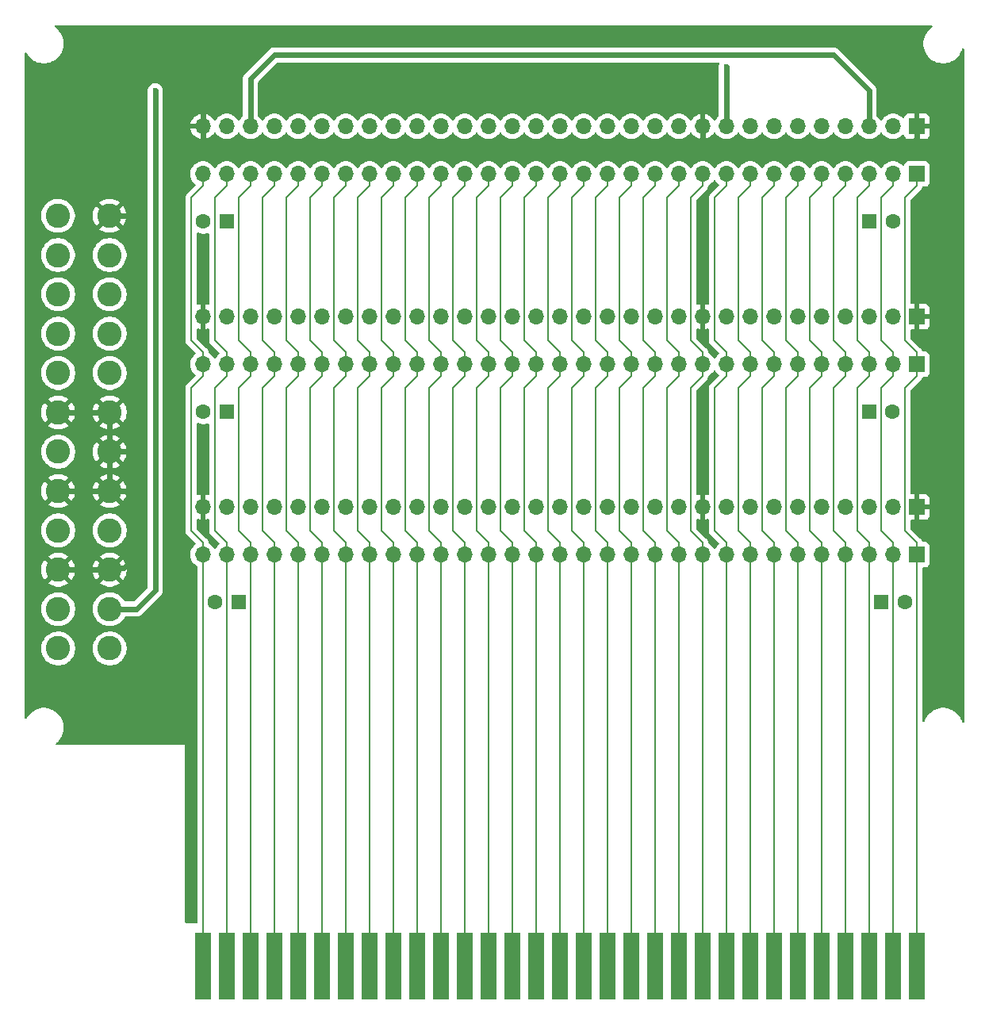
<source format=gbr>
%TF.GenerationSoftware,KiCad,Pcbnew,9.0.3*%
%TF.CreationDate,2025-07-28T21:25:01+02:00*%
%TF.ProjectId,Riser_M19_EXT,52697365-725f-44d3-9139-5f4558542e6b,rev?*%
%TF.SameCoordinates,Original*%
%TF.FileFunction,Copper,L1,Top*%
%TF.FilePolarity,Positive*%
%FSLAX46Y46*%
G04 Gerber Fmt 4.6, Leading zero omitted, Abs format (unit mm)*
G04 Created by KiCad (PCBNEW 9.0.3) date 2025-07-28 21:25:01*
%MOMM*%
%LPD*%
G01*
G04 APERTURE LIST*
G04 Aperture macros list*
%AMRoundRect*
0 Rectangle with rounded corners*
0 $1 Rounding radius*
0 $2 $3 $4 $5 $6 $7 $8 $9 X,Y pos of 4 corners*
0 Add a 4 corners polygon primitive as box body*
4,1,4,$2,$3,$4,$5,$6,$7,$8,$9,$2,$3,0*
0 Add four circle primitives for the rounded corners*
1,1,$1+$1,$2,$3*
1,1,$1+$1,$4,$5*
1,1,$1+$1,$6,$7*
1,1,$1+$1,$8,$9*
0 Add four rect primitives between the rounded corners*
20,1,$1+$1,$2,$3,$4,$5,0*
20,1,$1+$1,$4,$5,$6,$7,0*
20,1,$1+$1,$6,$7,$8,$9,0*
20,1,$1+$1,$8,$9,$2,$3,0*%
G04 Aperture macros list end*
%TA.AperFunction,ComponentPad*%
%ADD10C,2.600960*%
%TD*%
%TA.AperFunction,ComponentPad*%
%ADD11R,1.700000X1.700000*%
%TD*%
%TA.AperFunction,ComponentPad*%
%ADD12O,1.700000X1.700000*%
%TD*%
%TA.AperFunction,ComponentPad*%
%ADD13RoundRect,0.250000X-0.550000X-0.550000X0.550000X-0.550000X0.550000X0.550000X-0.550000X0.550000X0*%
%TD*%
%TA.AperFunction,ComponentPad*%
%ADD14C,1.600000*%
%TD*%
%TA.AperFunction,ConnectorPad*%
%ADD15R,1.778000X7.112000*%
%TD*%
%TA.AperFunction,ComponentPad*%
%ADD16RoundRect,0.250000X0.550000X0.550000X-0.550000X0.550000X-0.550000X-0.550000X0.550000X-0.550000X0*%
%TD*%
%TA.AperFunction,ViaPad*%
%ADD17C,0.600000*%
%TD*%
%TA.AperFunction,Conductor*%
%ADD18C,0.200000*%
%TD*%
%TA.AperFunction,Conductor*%
%ADD19C,0.600000*%
%TD*%
G04 APERTURE END LIST*
D10*
%TO.P,PicoPSU,1*%
%TO.N,N/C*%
X101389180Y-101450140D03*
%TO.P,PicoPSU,2*%
X101389180Y-97248980D03*
%TO.P,PicoPSU,3*%
%TO.N,GND*%
X101389180Y-93050360D03*
%TO.P,PicoPSU,4*%
%TO.N,VCC*%
X101389180Y-88849200D03*
%TO.P,PicoPSU,5*%
%TO.N,GND*%
X101389180Y-84650580D03*
%TO.P,PicoPSU,6*%
%TO.N,VCC*%
X101389180Y-80449420D03*
%TO.P,PicoPSU,7*%
%TO.N,GND*%
X101389180Y-76250800D03*
%TO.P,PicoPSU,8*%
%TO.N,N/C*%
X101389180Y-72049640D03*
%TO.P,PicoPSU,9*%
X101389180Y-67851020D03*
%TO.P,PicoPSU,10*%
%TO.N,+12V*%
X101389180Y-63649860D03*
%TO.P,PicoPSU,11*%
%TO.N,N/C*%
X106890820Y-101450140D03*
%TO.P,PicoPSU,12*%
%TO.N,/-12V*%
X106890820Y-97248980D03*
%TO.P,PicoPSU,13*%
%TO.N,GND*%
X106890820Y-93050360D03*
%TO.P,PicoPSU,14*%
%TO.N,N/C*%
X106890820Y-88849200D03*
%TO.P,PicoPSU,15*%
%TO.N,GND*%
X106890820Y-84650580D03*
%TO.P,PicoPSU,16*%
X106890820Y-80449420D03*
%TO.P,PicoPSU,17*%
X106890820Y-76250800D03*
%TO.P,PicoPSU,18*%
%TO.N,/-5V*%
X106890820Y-72049640D03*
%TO.P,PicoPSU,19*%
%TO.N,VCC*%
X106890820Y-67851020D03*
%TO.P,PicoPSU,20*%
X106890820Y-63649860D03*
%TD*%
D11*
%TO.P,REF\u002A\u002A,1*%
%TO.N,/IO_CH_CK*%
X193040000Y-50800000D03*
D12*
%TO.P,REF\u002A\u002A,2*%
%TO.N,/D7*%
X190500000Y-50800000D03*
%TO.P,REF\u002A\u002A,3*%
%TO.N,/D6*%
X187960000Y-50800000D03*
%TO.P,REF\u002A\u002A,4*%
%TO.N,/D5*%
X185420000Y-50800000D03*
%TO.P,REF\u002A\u002A,5*%
%TO.N,/D4*%
X182880000Y-50800000D03*
%TO.P,REF\u002A\u002A,6*%
%TO.N,/D3*%
X180340000Y-50800000D03*
%TO.P,REF\u002A\u002A,7*%
%TO.N,/D2*%
X177800000Y-50800000D03*
%TO.P,REF\u002A\u002A,8*%
%TO.N,/D1*%
X175260000Y-50800000D03*
%TO.P,REF\u002A\u002A,9*%
%TO.N,/D0*%
X172720000Y-50800000D03*
%TO.P,REF\u002A\u002A,10*%
%TO.N,/IO_READY*%
X170180000Y-50800000D03*
%TO.P,REF\u002A\u002A,11*%
%TO.N,/AEN*%
X167640000Y-50800000D03*
%TO.P,REF\u002A\u002A,12*%
%TO.N,/A19*%
X165100000Y-50800000D03*
%TO.P,REF\u002A\u002A,13*%
%TO.N,/A18*%
X162560000Y-50800000D03*
%TO.P,REF\u002A\u002A,14*%
%TO.N,/A17*%
X160020000Y-50800000D03*
%TO.P,REF\u002A\u002A,15*%
%TO.N,/A16*%
X157480000Y-50800000D03*
%TO.P,REF\u002A\u002A,16*%
%TO.N,/A15*%
X154940000Y-50800000D03*
%TO.P,REF\u002A\u002A,17*%
%TO.N,/A14*%
X152400000Y-50800000D03*
%TO.P,REF\u002A\u002A,18*%
%TO.N,/A13*%
X149860000Y-50800000D03*
%TO.P,REF\u002A\u002A,19*%
%TO.N,/A12*%
X147320000Y-50800000D03*
%TO.P,REF\u002A\u002A,20*%
%TO.N,/A11*%
X144780000Y-50800000D03*
%TO.P,REF\u002A\u002A,21*%
%TO.N,/A10*%
X142240000Y-50800000D03*
%TO.P,REF\u002A\u002A,22*%
%TO.N,/A9*%
X139700000Y-50800000D03*
%TO.P,REF\u002A\u002A,23*%
%TO.N,/A8*%
X137160000Y-50800000D03*
%TO.P,REF\u002A\u002A,24*%
%TO.N,/A7*%
X134620000Y-50800000D03*
%TO.P,REF\u002A\u002A,25*%
%TO.N,/A6*%
X132080000Y-50800000D03*
%TO.P,REF\u002A\u002A,26*%
%TO.N,/A5*%
X129540000Y-50800000D03*
%TO.P,REF\u002A\u002A,27*%
%TO.N,/A4*%
X127000000Y-50800000D03*
%TO.P,REF\u002A\u002A,28*%
%TO.N,/A3*%
X124460000Y-50800000D03*
%TO.P,REF\u002A\u002A,29*%
%TO.N,/A2*%
X121920000Y-50800000D03*
%TO.P,REF\u002A\u002A,30*%
%TO.N,/A1*%
X119380000Y-50800000D03*
%TO.P,REF\u002A\u002A,31*%
%TO.N,/A0*%
X116840000Y-50800000D03*
%TD*%
D10*
%TO.P,,24*%
%TO.N,N/C*%
X101381560Y-55270400D03*
%TD*%
D13*
%TO.P,100\u00B5F,1*%
%TO.N,VCC*%
X187960000Y-76200000D03*
D14*
%TO.P,100\u00B5F,2*%
%TO.N,GND*%
X190460000Y-76200000D03*
%TD*%
D11*
%TO.P,REF\u002A\u002A,1*%
%TO.N,/IO_CH_CK*%
X193040000Y-71120000D03*
D12*
%TO.P,REF\u002A\u002A,2*%
%TO.N,/D7*%
X190500000Y-71120000D03*
%TO.P,REF\u002A\u002A,3*%
%TO.N,/D6*%
X187960000Y-71120000D03*
%TO.P,REF\u002A\u002A,4*%
%TO.N,/D5*%
X185420000Y-71120000D03*
%TO.P,REF\u002A\u002A,5*%
%TO.N,/D4*%
X182880000Y-71120000D03*
%TO.P,REF\u002A\u002A,6*%
%TO.N,/D3*%
X180340000Y-71120000D03*
%TO.P,REF\u002A\u002A,7*%
%TO.N,/D2*%
X177800000Y-71120000D03*
%TO.P,REF\u002A\u002A,8*%
%TO.N,/D1*%
X175260000Y-71120000D03*
%TO.P,REF\u002A\u002A,9*%
%TO.N,/D0*%
X172720000Y-71120000D03*
%TO.P,REF\u002A\u002A,10*%
%TO.N,/IO_READY*%
X170180000Y-71120000D03*
%TO.P,REF\u002A\u002A,11*%
%TO.N,/AEN*%
X167640000Y-71120000D03*
%TO.P,REF\u002A\u002A,12*%
%TO.N,/A19*%
X165100000Y-71120000D03*
%TO.P,REF\u002A\u002A,13*%
%TO.N,/A18*%
X162560000Y-71120000D03*
%TO.P,REF\u002A\u002A,14*%
%TO.N,/A17*%
X160020000Y-71120000D03*
%TO.P,REF\u002A\u002A,15*%
%TO.N,/A16*%
X157480000Y-71120000D03*
%TO.P,REF\u002A\u002A,16*%
%TO.N,/A15*%
X154940000Y-71120000D03*
%TO.P,REF\u002A\u002A,17*%
%TO.N,/A14*%
X152400000Y-71120000D03*
%TO.P,REF\u002A\u002A,18*%
%TO.N,/A13*%
X149860000Y-71120000D03*
%TO.P,REF\u002A\u002A,19*%
%TO.N,/A12*%
X147320000Y-71120000D03*
%TO.P,REF\u002A\u002A,20*%
%TO.N,/A11*%
X144780000Y-71120000D03*
%TO.P,REF\u002A\u002A,21*%
%TO.N,/A10*%
X142240000Y-71120000D03*
%TO.P,REF\u002A\u002A,22*%
%TO.N,/A9*%
X139700000Y-71120000D03*
%TO.P,REF\u002A\u002A,23*%
%TO.N,/A8*%
X137160000Y-71120000D03*
%TO.P,REF\u002A\u002A,24*%
%TO.N,/A7*%
X134620000Y-71120000D03*
%TO.P,REF\u002A\u002A,25*%
%TO.N,/A6*%
X132080000Y-71120000D03*
%TO.P,REF\u002A\u002A,26*%
%TO.N,/A5*%
X129540000Y-71120000D03*
%TO.P,REF\u002A\u002A,27*%
%TO.N,/A4*%
X127000000Y-71120000D03*
%TO.P,REF\u002A\u002A,28*%
%TO.N,/A3*%
X124460000Y-71120000D03*
%TO.P,REF\u002A\u002A,29*%
%TO.N,/A2*%
X121920000Y-71120000D03*
%TO.P,REF\u002A\u002A,30*%
%TO.N,/A1*%
X119380000Y-71120000D03*
%TO.P,REF\u002A\u002A,31*%
%TO.N,/A0*%
X116840000Y-71120000D03*
%TD*%
D15*
%TO.P,BUS1,32,IO_CH_CK*%
%TO.N,/IO_CH_CK*%
X193040000Y-135382000D03*
%TO.P,BUS1,33,SD7*%
%TO.N,/D7*%
X190500000Y-135382000D03*
%TO.P,BUS1,34,SD6*%
%TO.N,/D6*%
X187960000Y-135382000D03*
%TO.P,BUS1,35,SD5*%
%TO.N,/D5*%
X185420000Y-135382000D03*
%TO.P,BUS1,36,SD4*%
%TO.N,/D4*%
X182880000Y-135382000D03*
%TO.P,BUS1,37,SD3*%
%TO.N,/D3*%
X180340000Y-135382000D03*
%TO.P,BUS1,38,SD2*%
%TO.N,/D2*%
X177800000Y-135382000D03*
%TO.P,BUS1,39,SD1*%
%TO.N,/D1*%
X175260000Y-135382000D03*
%TO.P,BUS1,40,SD0*%
%TO.N,/D0*%
X172720000Y-135382000D03*
%TO.P,BUS1,41,IO_READY*%
%TO.N,/IO_READY*%
X170180000Y-135382000D03*
%TO.P,BUS1,42,AEN*%
%TO.N,/AEN*%
X167640000Y-135382000D03*
%TO.P,BUS1,43,SA19*%
%TO.N,/A19*%
X165100000Y-135382000D03*
%TO.P,BUS1,44,SA18*%
%TO.N,/A18*%
X162560000Y-135382000D03*
%TO.P,BUS1,45,SA17*%
%TO.N,/A17*%
X160020000Y-135382000D03*
%TO.P,BUS1,46,SA16*%
%TO.N,/A16*%
X157480000Y-135382000D03*
%TO.P,BUS1,47,SA15*%
%TO.N,/A15*%
X154940000Y-135382000D03*
%TO.P,BUS1,48,SA14*%
%TO.N,/A14*%
X152400000Y-135382000D03*
%TO.P,BUS1,49,SA13*%
%TO.N,/A13*%
X149860000Y-135382000D03*
%TO.P,BUS1,50,SA12*%
%TO.N,/A12*%
X147320000Y-135382000D03*
%TO.P,BUS1,51,SA11*%
%TO.N,/A11*%
X144780000Y-135382000D03*
%TO.P,BUS1,52,SA10*%
%TO.N,/A10*%
X142240000Y-135382000D03*
%TO.P,BUS1,53,SA9*%
%TO.N,/A9*%
X139700000Y-135382000D03*
%TO.P,BUS1,54,SA8*%
%TO.N,/A8*%
X137160000Y-135382000D03*
%TO.P,BUS1,55,SA7*%
%TO.N,/A7*%
X134620000Y-135382000D03*
%TO.P,BUS1,56,SA6*%
%TO.N,/A6*%
X132080000Y-135382000D03*
%TO.P,BUS1,57,SA5*%
%TO.N,/A5*%
X129540000Y-135382000D03*
%TO.P,BUS1,58,SA4*%
%TO.N,/A4*%
X127000000Y-135382000D03*
%TO.P,BUS1,59,SA3*%
%TO.N,/A3*%
X124460000Y-135382000D03*
%TO.P,BUS1,60,SA2*%
%TO.N,/A2*%
X121920000Y-135382000D03*
%TO.P,BUS1,61,SA1*%
%TO.N,/A1*%
X119380000Y-135382000D03*
%TO.P,BUS1,62,SA0*%
%TO.N,/A0*%
X116840000Y-135382000D03*
%TD*%
D16*
%TO.P,100\u00B5F,1*%
%TO.N,VCC*%
X119380000Y-76200000D03*
D14*
%TO.P,100\u00B5F,2*%
%TO.N,GND*%
X116880000Y-76200000D03*
%TD*%
D11*
%TO.P,REF\u002A\u002A,1*%
%TO.N,GND*%
X193040000Y-66040000D03*
D12*
%TO.P,REF\u002A\u002A,2*%
%TO.N,/RSTDRV*%
X190500000Y-66040000D03*
%TO.P,REF\u002A\u002A,3*%
%TO.N,VCC*%
X187960000Y-66040000D03*
%TO.P,REF\u002A\u002A,4*%
%TO.N,/IRQ2*%
X185420000Y-66040000D03*
%TO.P,REF\u002A\u002A,5*%
%TO.N,/-5V*%
X182880000Y-66040000D03*
%TO.P,REF\u002A\u002A,6*%
%TO.N,/DRQ2*%
X180340000Y-66040000D03*
%TO.P,REF\u002A\u002A,7*%
%TO.N,/-12V*%
X177800000Y-66040000D03*
%TO.P,REF\u002A\u002A,8*%
%TO.N,/UNUSED*%
X175260000Y-66040000D03*
%TO.P,REF\u002A\u002A,9*%
%TO.N,+12V*%
X172720000Y-66040000D03*
%TO.P,REF\u002A\u002A,10*%
%TO.N,GND*%
X170180000Y-66040000D03*
%TO.P,REF\u002A\u002A,11*%
%TO.N,/~{MEMW}*%
X167640000Y-66040000D03*
%TO.P,REF\u002A\u002A,12*%
%TO.N,/~{MEMR}*%
X165100000Y-66040000D03*
%TO.P,REF\u002A\u002A,13*%
%TO.N,/~{IOW}*%
X162560000Y-66040000D03*
%TO.P,REF\u002A\u002A,14*%
%TO.N,/~{IOR}*%
X160020000Y-66040000D03*
%TO.P,REF\u002A\u002A,15*%
%TO.N,/DACK3*%
X157480000Y-66040000D03*
%TO.P,REF\u002A\u002A,16*%
%TO.N,/DRQ3*%
X154940000Y-66040000D03*
%TO.P,REF\u002A\u002A,17*%
%TO.N,/DACK1*%
X152400000Y-66040000D03*
%TO.P,REF\u002A\u002A,18*%
%TO.N,/DRQ1*%
X149860000Y-66040000D03*
%TO.P,REF\u002A\u002A,19*%
%TO.N,/DACK10*%
X147320000Y-66040000D03*
%TO.P,REF\u002A\u002A,20*%
%TO.N,/CLK*%
X144780000Y-66040000D03*
%TO.P,REF\u002A\u002A,21*%
%TO.N,/IRQ7*%
X142240000Y-66040000D03*
%TO.P,REF\u002A\u002A,22*%
%TO.N,/IRQ6*%
X139700000Y-66040000D03*
%TO.P,REF\u002A\u002A,23*%
%TO.N,/IRQ5*%
X137160000Y-66040000D03*
%TO.P,REF\u002A\u002A,24*%
%TO.N,/IRQ4*%
X134620000Y-66040000D03*
%TO.P,REF\u002A\u002A,25*%
%TO.N,/IRQ3*%
X132080000Y-66040000D03*
%TO.P,REF\u002A\u002A,26*%
%TO.N,/DACK2*%
X129540000Y-66040000D03*
%TO.P,REF\u002A\u002A,27*%
%TO.N,/TC*%
X127000000Y-66040000D03*
%TO.P,REF\u002A\u002A,28*%
%TO.N,/ALE*%
X124460000Y-66040000D03*
%TO.P,REF\u002A\u002A,29*%
%TO.N,VCC*%
X121920000Y-66040000D03*
%TO.P,REF\u002A\u002A,30*%
%TO.N,/OCS*%
X119380000Y-66040000D03*
%TO.P,REF\u002A\u002A,31*%
%TO.N,GND*%
X116840000Y-66040000D03*
%TD*%
D16*
%TO.P,100\u00B5F,1*%
%TO.N,VCC*%
X120650000Y-96520000D03*
D14*
%TO.P,100\u00B5F,2*%
%TO.N,GND*%
X118150000Y-96520000D03*
%TD*%
D13*
%TO.P,100\u00B5F,1*%
%TO.N,VCC*%
X189270000Y-96520000D03*
D14*
%TO.P,100\u00B5F,2*%
%TO.N,GND*%
X191770000Y-96520000D03*
%TD*%
D11*
%TO.P,REF\u002A\u002A,1*%
%TO.N,GND*%
X193040000Y-45720000D03*
D12*
%TO.P,REF\u002A\u002A,2*%
%TO.N,/RSTDRV*%
X190500000Y-45720000D03*
%TO.P,REF\u002A\u002A,3*%
%TO.N,VCC*%
X187960000Y-45720000D03*
%TO.P,REF\u002A\u002A,4*%
%TO.N,/IRQ2*%
X185420000Y-45720000D03*
%TO.P,REF\u002A\u002A,5*%
%TO.N,/-5V*%
X182880000Y-45720000D03*
%TO.P,REF\u002A\u002A,6*%
%TO.N,/DRQ2*%
X180340000Y-45720000D03*
%TO.P,REF\u002A\u002A,7*%
%TO.N,/-12V*%
X177800000Y-45720000D03*
%TO.P,REF\u002A\u002A,8*%
%TO.N,/UNUSED*%
X175260000Y-45720000D03*
%TO.P,REF\u002A\u002A,9*%
%TO.N,+12V*%
X172720000Y-45720000D03*
%TO.P,REF\u002A\u002A,10*%
%TO.N,GND*%
X170180000Y-45720000D03*
%TO.P,REF\u002A\u002A,11*%
%TO.N,/~{MEMW}*%
X167640000Y-45720000D03*
%TO.P,REF\u002A\u002A,12*%
%TO.N,/~{MEMR}*%
X165100000Y-45720000D03*
%TO.P,REF\u002A\u002A,13*%
%TO.N,/~{IOW}*%
X162560000Y-45720000D03*
%TO.P,REF\u002A\u002A,14*%
%TO.N,/~{IOR}*%
X160020000Y-45720000D03*
%TO.P,REF\u002A\u002A,15*%
%TO.N,/DACK3*%
X157480000Y-45720000D03*
%TO.P,REF\u002A\u002A,16*%
%TO.N,/DRQ3*%
X154940000Y-45720000D03*
%TO.P,REF\u002A\u002A,17*%
%TO.N,/DACK1*%
X152400000Y-45720000D03*
%TO.P,REF\u002A\u002A,18*%
%TO.N,/DRQ1*%
X149860000Y-45720000D03*
%TO.P,REF\u002A\u002A,19*%
%TO.N,/DACK10*%
X147320000Y-45720000D03*
%TO.P,REF\u002A\u002A,20*%
%TO.N,/CLK*%
X144780000Y-45720000D03*
%TO.P,REF\u002A\u002A,21*%
%TO.N,/IRQ7*%
X142240000Y-45720000D03*
%TO.P,REF\u002A\u002A,22*%
%TO.N,/IRQ6*%
X139700000Y-45720000D03*
%TO.P,REF\u002A\u002A,23*%
%TO.N,/IRQ5*%
X137160000Y-45720000D03*
%TO.P,REF\u002A\u002A,24*%
%TO.N,/IRQ4*%
X134620000Y-45720000D03*
%TO.P,REF\u002A\u002A,25*%
%TO.N,/IRQ3*%
X132080000Y-45720000D03*
%TO.P,REF\u002A\u002A,26*%
%TO.N,/DACK2*%
X129540000Y-45720000D03*
%TO.P,REF\u002A\u002A,27*%
%TO.N,/TC*%
X127000000Y-45720000D03*
%TO.P,REF\u002A\u002A,28*%
%TO.N,/ALE*%
X124460000Y-45720000D03*
%TO.P,REF\u002A\u002A,29*%
%TO.N,VCC*%
X121920000Y-45720000D03*
%TO.P,REF\u002A\u002A,30*%
%TO.N,/OCS*%
X119380000Y-45720000D03*
%TO.P,REF\u002A\u002A,31*%
%TO.N,GND*%
X116840000Y-45720000D03*
%TD*%
D13*
%TO.P,100\u00B5F,1*%
%TO.N,VCC*%
X188000000Y-55880000D03*
D14*
%TO.P,100\u00B5F,2*%
%TO.N,GND*%
X190500000Y-55880000D03*
%TD*%
D10*
%TO.P,,22*%
%TO.N,+12V*%
X101381560Y-59461400D03*
%TD*%
%TO.P,,21*%
%TO.N,VCC*%
X106883200Y-59461400D03*
%TD*%
D11*
%TO.P,REF\u002A\u002A,1*%
%TO.N,/IO_CH_CK*%
X193040000Y-91440000D03*
D12*
%TO.P,REF\u002A\u002A,2*%
%TO.N,/D7*%
X190500000Y-91440000D03*
%TO.P,REF\u002A\u002A,3*%
%TO.N,/D6*%
X187960000Y-91440000D03*
%TO.P,REF\u002A\u002A,4*%
%TO.N,/D5*%
X185420000Y-91440000D03*
%TO.P,REF\u002A\u002A,5*%
%TO.N,/D4*%
X182880000Y-91440000D03*
%TO.P,REF\u002A\u002A,6*%
%TO.N,/D3*%
X180340000Y-91440000D03*
%TO.P,REF\u002A\u002A,7*%
%TO.N,/D2*%
X177800000Y-91440000D03*
%TO.P,REF\u002A\u002A,8*%
%TO.N,/D1*%
X175260000Y-91440000D03*
%TO.P,REF\u002A\u002A,9*%
%TO.N,/D0*%
X172720000Y-91440000D03*
%TO.P,REF\u002A\u002A,10*%
%TO.N,/IO_READY*%
X170180000Y-91440000D03*
%TO.P,REF\u002A\u002A,11*%
%TO.N,/AEN*%
X167640000Y-91440000D03*
%TO.P,REF\u002A\u002A,12*%
%TO.N,/A19*%
X165100000Y-91440000D03*
%TO.P,REF\u002A\u002A,13*%
%TO.N,/A18*%
X162560000Y-91440000D03*
%TO.P,REF\u002A\u002A,14*%
%TO.N,/A17*%
X160020000Y-91440000D03*
%TO.P,REF\u002A\u002A,15*%
%TO.N,/A16*%
X157480000Y-91440000D03*
%TO.P,REF\u002A\u002A,16*%
%TO.N,/A15*%
X154940000Y-91440000D03*
%TO.P,REF\u002A\u002A,17*%
%TO.N,/A14*%
X152400000Y-91440000D03*
%TO.P,REF\u002A\u002A,18*%
%TO.N,/A13*%
X149860000Y-91440000D03*
%TO.P,REF\u002A\u002A,19*%
%TO.N,/A12*%
X147320000Y-91440000D03*
%TO.P,REF\u002A\u002A,20*%
%TO.N,/A11*%
X144780000Y-91440000D03*
%TO.P,REF\u002A\u002A,21*%
%TO.N,/A10*%
X142240000Y-91440000D03*
%TO.P,REF\u002A\u002A,22*%
%TO.N,/A9*%
X139700000Y-91440000D03*
%TO.P,REF\u002A\u002A,23*%
%TO.N,/A8*%
X137160000Y-91440000D03*
%TO.P,REF\u002A\u002A,24*%
%TO.N,/A7*%
X134620000Y-91440000D03*
%TO.P,REF\u002A\u002A,25*%
%TO.N,/A6*%
X132080000Y-91440000D03*
%TO.P,REF\u002A\u002A,26*%
%TO.N,/A5*%
X129540000Y-91440000D03*
%TO.P,REF\u002A\u002A,27*%
%TO.N,/A4*%
X127000000Y-91440000D03*
%TO.P,REF\u002A\u002A,28*%
%TO.N,/A3*%
X124460000Y-91440000D03*
%TO.P,REF\u002A\u002A,29*%
%TO.N,/A2*%
X121920000Y-91440000D03*
%TO.P,REF\u002A\u002A,30*%
%TO.N,/A1*%
X119380000Y-91440000D03*
%TO.P,REF\u002A\u002A,31*%
%TO.N,/A0*%
X116840000Y-91440000D03*
%TD*%
D10*
%TO.P,,23*%
%TO.N,GND*%
X106883200Y-55270400D03*
%TD*%
D16*
%TO.P,100\u00B5F,1*%
%TO.N,VCC*%
X119380000Y-55880000D03*
D14*
%TO.P,100\u00B5F,2*%
%TO.N,GND*%
X116880000Y-55880000D03*
%TD*%
D11*
%TO.P,REF\u002A\u002A,1*%
%TO.N,GND*%
X193040000Y-86360000D03*
D12*
%TO.P,REF\u002A\u002A,2*%
%TO.N,/RSTDRV*%
X190500000Y-86360000D03*
%TO.P,REF\u002A\u002A,3*%
%TO.N,VCC*%
X187960000Y-86360000D03*
%TO.P,REF\u002A\u002A,4*%
%TO.N,/IRQ2*%
X185420000Y-86360000D03*
%TO.P,REF\u002A\u002A,5*%
%TO.N,/-5V*%
X182880000Y-86360000D03*
%TO.P,REF\u002A\u002A,6*%
%TO.N,/DRQ2*%
X180340000Y-86360000D03*
%TO.P,REF\u002A\u002A,7*%
%TO.N,/-12V*%
X177800000Y-86360000D03*
%TO.P,REF\u002A\u002A,8*%
%TO.N,/UNUSED*%
X175260000Y-86360000D03*
%TO.P,REF\u002A\u002A,9*%
%TO.N,+12V*%
X172720000Y-86360000D03*
%TO.P,REF\u002A\u002A,10*%
%TO.N,GND*%
X170180000Y-86360000D03*
%TO.P,REF\u002A\u002A,11*%
%TO.N,/~{MEMW}*%
X167640000Y-86360000D03*
%TO.P,REF\u002A\u002A,12*%
%TO.N,/~{MEMR}*%
X165100000Y-86360000D03*
%TO.P,REF\u002A\u002A,13*%
%TO.N,/~{IOW}*%
X162560000Y-86360000D03*
%TO.P,REF\u002A\u002A,14*%
%TO.N,/~{IOR}*%
X160020000Y-86360000D03*
%TO.P,REF\u002A\u002A,15*%
%TO.N,/DACK3*%
X157480000Y-86360000D03*
%TO.P,REF\u002A\u002A,16*%
%TO.N,/DRQ3*%
X154940000Y-86360000D03*
%TO.P,REF\u002A\u002A,17*%
%TO.N,/DACK1*%
X152400000Y-86360000D03*
%TO.P,REF\u002A\u002A,18*%
%TO.N,/DRQ1*%
X149860000Y-86360000D03*
%TO.P,REF\u002A\u002A,19*%
%TO.N,/DACK10*%
X147320000Y-86360000D03*
%TO.P,REF\u002A\u002A,20*%
%TO.N,/CLK*%
X144780000Y-86360000D03*
%TO.P,REF\u002A\u002A,21*%
%TO.N,/IRQ7*%
X142240000Y-86360000D03*
%TO.P,REF\u002A\u002A,22*%
%TO.N,/IRQ6*%
X139700000Y-86360000D03*
%TO.P,REF\u002A\u002A,23*%
%TO.N,/IRQ5*%
X137160000Y-86360000D03*
%TO.P,REF\u002A\u002A,24*%
%TO.N,/IRQ4*%
X134620000Y-86360000D03*
%TO.P,REF\u002A\u002A,25*%
%TO.N,/IRQ3*%
X132080000Y-86360000D03*
%TO.P,REF\u002A\u002A,26*%
%TO.N,/DACK2*%
X129540000Y-86360000D03*
%TO.P,REF\u002A\u002A,27*%
%TO.N,/TC*%
X127000000Y-86360000D03*
%TO.P,REF\u002A\u002A,28*%
%TO.N,/ALE*%
X124460000Y-86360000D03*
%TO.P,REF\u002A\u002A,29*%
%TO.N,VCC*%
X121920000Y-86360000D03*
%TO.P,REF\u002A\u002A,30*%
%TO.N,/OCS*%
X119380000Y-86360000D03*
%TO.P,REF\u002A\u002A,31*%
%TO.N,GND*%
X116840000Y-86360000D03*
%TD*%
D17*
%TO.N,+12V*%
X172720000Y-39370000D03*
%TO.N,/-12V*%
X111760000Y-41910000D03*
%TD*%
D18*
%TO.N,/A3*%
X124460000Y-52070000D02*
X124460000Y-50800000D01*
X123190000Y-88900000D02*
X123190000Y-73660000D01*
X124460000Y-72390000D02*
X124460000Y-71120000D01*
X123190000Y-53340000D02*
X124460000Y-52070000D01*
X124460000Y-71120000D02*
X124460000Y-69850000D01*
X124460000Y-91440000D02*
X124460000Y-90170000D01*
X124460000Y-135382000D02*
X124460000Y-91440000D01*
X123190000Y-73660000D02*
X124460000Y-72390000D01*
X124460000Y-90170000D02*
X123190000Y-88900000D01*
X123190000Y-68580000D02*
X123190000Y-53340000D01*
X124460000Y-69850000D02*
X123190000Y-68580000D01*
%TO.N,/A18*%
X162560000Y-135382000D02*
X162560000Y-91440000D01*
X162560000Y-72390000D02*
X162560000Y-71120000D01*
X162560000Y-52070000D02*
X162560000Y-50800000D01*
X161290000Y-68580000D02*
X161290000Y-53340000D01*
X162560000Y-69850000D02*
X161290000Y-68580000D01*
X161290000Y-73660000D02*
X162560000Y-72390000D01*
X161290000Y-53340000D02*
X162560000Y-52070000D01*
X162560000Y-71120000D02*
X162560000Y-69850000D01*
X162560000Y-91440000D02*
X162560000Y-90170000D01*
X162560000Y-90170000D02*
X161290000Y-88900000D01*
X161290000Y-88900000D02*
X161290000Y-73660000D01*
%TO.N,/A2*%
X120650000Y-68580000D02*
X120650000Y-53340000D01*
X121920000Y-91440000D02*
X121920000Y-90170000D01*
X120650000Y-88900000D02*
X120650000Y-73660000D01*
X121920000Y-71120000D02*
X121920000Y-69850000D01*
X120650000Y-73660000D02*
X121920000Y-72390000D01*
X121920000Y-52070000D02*
X121920000Y-50800000D01*
X121920000Y-72390000D02*
X121920000Y-71120000D01*
X121920000Y-90170000D02*
X120650000Y-88900000D01*
X120650000Y-53340000D02*
X121920000Y-52070000D01*
X121920000Y-69850000D02*
X120650000Y-68580000D01*
X121920000Y-135382000D02*
X121920000Y-91440000D01*
%TO.N,/A16*%
X157480000Y-91440000D02*
X157480000Y-90170000D01*
X157480000Y-71120000D02*
X157480000Y-69850000D01*
X156210000Y-88900000D02*
X156210000Y-73660000D01*
X157480000Y-72390000D02*
X157480000Y-71120000D01*
X156210000Y-53340000D02*
X157480000Y-52070000D01*
X157480000Y-69850000D02*
X156210000Y-68580000D01*
X156210000Y-68580000D02*
X156210000Y-53340000D01*
X156210000Y-73660000D02*
X157480000Y-72390000D01*
X157480000Y-135382000D02*
X157480000Y-91440000D01*
X157480000Y-90170000D02*
X156210000Y-88900000D01*
X157480000Y-132080000D02*
X157480000Y-135509000D01*
X157480000Y-52070000D02*
X157480000Y-50800000D01*
%TO.N,/A19*%
X165100000Y-135509000D02*
X165100000Y-132038500D01*
X165100000Y-90170000D02*
X163830000Y-88900000D01*
X163830000Y-68580000D02*
X163830000Y-53340000D01*
X165100000Y-52070000D02*
X165100000Y-50800000D01*
X163830000Y-73660000D02*
X165100000Y-72390000D01*
X165100000Y-71120000D02*
X165100000Y-69850000D01*
X165100000Y-91440000D02*
X165100000Y-90170000D01*
X163830000Y-53340000D02*
X165100000Y-52070000D01*
X163830000Y-88900000D02*
X163830000Y-73660000D01*
X165100000Y-135382000D02*
X165100000Y-91440000D01*
X165100000Y-72390000D02*
X165100000Y-71120000D01*
X165100000Y-69850000D02*
X163830000Y-68580000D01*
%TO.N,/A4*%
X125730000Y-68580000D02*
X125730000Y-53340000D01*
X127000000Y-52070000D02*
X127000000Y-50800000D01*
X127000000Y-135382000D02*
X127000000Y-91440000D01*
X127000000Y-90170000D02*
X125730000Y-88900000D01*
X127000000Y-91440000D02*
X127000000Y-90170000D01*
X125730000Y-73660000D02*
X127000000Y-72390000D01*
X127000000Y-71120000D02*
X127000000Y-69850000D01*
X125730000Y-88900000D02*
X125730000Y-73660000D01*
X127000000Y-69850000D02*
X125730000Y-68580000D01*
X127000000Y-72390000D02*
X127000000Y-71120000D01*
X125730000Y-53340000D02*
X127000000Y-52070000D01*
%TO.N,/A5*%
X128270000Y-68580000D02*
X128270000Y-53340000D01*
X129540000Y-135382000D02*
X129540000Y-91440000D01*
X128270000Y-73660000D02*
X129540000Y-72390000D01*
X128270000Y-53340000D02*
X129540000Y-52070000D01*
X129540000Y-69850000D02*
X128270000Y-68580000D01*
X129540000Y-90170000D02*
X128270000Y-88900000D01*
X129540000Y-72390000D02*
X129540000Y-71120000D01*
X129540000Y-91440000D02*
X129540000Y-90170000D01*
X129540000Y-71120000D02*
X129540000Y-69850000D01*
X128270000Y-88900000D02*
X128270000Y-73660000D01*
X129540000Y-52070000D02*
X129540000Y-50800000D01*
D19*
%TO.N,GND*%
X193040000Y-46990000D02*
X193040000Y-45720000D01*
X106890820Y-84650580D02*
X101389180Y-84650580D01*
X106890820Y-84650580D02*
X108610580Y-84650580D01*
X106890820Y-93050360D02*
X101389180Y-93050360D01*
X116840000Y-46990000D02*
X118110000Y-48260000D01*
X115570000Y-40640000D02*
X110490000Y-40640000D01*
X109220000Y-55245000D02*
X109220000Y-41910000D01*
X106890820Y-93050360D02*
X107041180Y-92900000D01*
X107041180Y-92900000D02*
X108360000Y-92900000D01*
X116840000Y-45720000D02*
X116840000Y-46990000D01*
X109194600Y-55270400D02*
X106883200Y-55270400D01*
X101389180Y-76250800D02*
X106890820Y-76250800D01*
X116840000Y-45720000D02*
X116840000Y-41910000D01*
X168910000Y-48260000D02*
X170180000Y-46990000D01*
X109220000Y-41910000D02*
X110490000Y-40640000D01*
X171450000Y-48260000D02*
X191770000Y-48260000D01*
X106890820Y-76250800D02*
X106890820Y-80449420D01*
X116840000Y-41910000D02*
X115570000Y-40640000D01*
X170180000Y-46990000D02*
X171450000Y-48260000D01*
X106890820Y-80449420D02*
X106890820Y-84650580D01*
X109220000Y-80010000D02*
X109220000Y-55245000D01*
X118110000Y-48260000D02*
X168910000Y-48260000D01*
X109860000Y-85900000D02*
X109860000Y-91400000D01*
X109220000Y-55245000D02*
X109194600Y-55270400D01*
X108780580Y-80449420D02*
X109220000Y-80010000D01*
X106890820Y-80449420D02*
X108780580Y-80449420D01*
X108360000Y-92900000D02*
X109860000Y-91400000D01*
X191770000Y-48260000D02*
X193040000Y-46990000D01*
X170180000Y-46990000D02*
X170180000Y-45720000D01*
X108610580Y-84650580D02*
X109860000Y-85900000D01*
D18*
%TO.N,/A8*%
X137160000Y-69850000D02*
X135890000Y-68580000D01*
X135890000Y-73660000D02*
X137160000Y-72390000D01*
X137160000Y-135382000D02*
X137160000Y-91440000D01*
X137160000Y-90170000D02*
X135890000Y-88900000D01*
X137160000Y-71120000D02*
X137160000Y-69850000D01*
X137160000Y-91440000D02*
X137160000Y-90170000D01*
X137160000Y-72390000D02*
X137160000Y-71120000D01*
X135890000Y-53340000D02*
X137160000Y-52070000D01*
X137160000Y-52070000D02*
X137160000Y-50800000D01*
X135890000Y-68580000D02*
X135890000Y-53340000D01*
X135890000Y-88900000D02*
X135890000Y-73660000D01*
D19*
%TO.N,VCC*%
X187960000Y-41910000D02*
X184150000Y-38100000D01*
X187960000Y-45720000D02*
X187960000Y-41910000D01*
X170180000Y-38100000D02*
X124460000Y-38100000D01*
X184150000Y-38100000D02*
X170180000Y-38100000D01*
X121920000Y-40640000D02*
X121920000Y-45720000D01*
X124460000Y-38100000D02*
X121920000Y-40640000D01*
D18*
%TO.N,/A14*%
X152400000Y-71120000D02*
X152400000Y-69850000D01*
X151130000Y-88900000D02*
X151130000Y-73660000D01*
X152400000Y-91440000D02*
X152400000Y-90170000D01*
X151130000Y-68580000D02*
X151130000Y-53340000D01*
X152400000Y-52070000D02*
X152400000Y-50800000D01*
X152400000Y-69850000D02*
X151130000Y-68580000D01*
X152400000Y-90170000D02*
X151130000Y-88900000D01*
X151130000Y-73660000D02*
X152400000Y-72390000D01*
X152400000Y-72390000D02*
X152400000Y-71120000D01*
X152400000Y-135382000D02*
X152400000Y-91440000D01*
X151130000Y-53340000D02*
X152400000Y-52070000D01*
%TO.N,/D0*%
X172720000Y-72390000D02*
X172720000Y-71120000D01*
X171450000Y-68580000D02*
X171450000Y-53340000D01*
X172720000Y-52070000D02*
X172720000Y-50800000D01*
X171450000Y-88900000D02*
X171450000Y-73660000D01*
X171450000Y-73660000D02*
X172720000Y-72390000D01*
X172720000Y-90170000D02*
X171450000Y-88900000D01*
X172720000Y-91440000D02*
X172720000Y-90170000D01*
X171450000Y-53340000D02*
X172720000Y-52070000D01*
X172720000Y-135382000D02*
X172720000Y-91440000D01*
X172720000Y-69850000D02*
X171450000Y-68580000D01*
X172720000Y-71120000D02*
X172720000Y-69850000D01*
%TO.N,/D2*%
X176530000Y-88900000D02*
X176530000Y-73660000D01*
X177800000Y-72390000D02*
X177800000Y-71120000D01*
X177800000Y-69850000D02*
X176530000Y-68580000D01*
X177800000Y-90170000D02*
X176530000Y-88900000D01*
X177800000Y-71120000D02*
X177800000Y-69850000D01*
X177800000Y-91440000D02*
X177800000Y-90170000D01*
X176530000Y-53340000D02*
X177800000Y-52070000D01*
X177800000Y-135382000D02*
X177800000Y-91440000D01*
X177800000Y-52070000D02*
X177800000Y-50800000D01*
X176530000Y-73660000D02*
X177800000Y-72390000D01*
X176530000Y-68580000D02*
X176530000Y-53340000D01*
%TO.N,/A10*%
X142240000Y-135382000D02*
X142240000Y-91440000D01*
X142240000Y-71120000D02*
X142240000Y-69850000D01*
X142240000Y-91440000D02*
X142240000Y-90170000D01*
X140970000Y-88900000D02*
X140970000Y-73660000D01*
X140970000Y-53340000D02*
X142240000Y-52070000D01*
X142240000Y-72390000D02*
X142240000Y-71120000D01*
X140970000Y-68580000D02*
X140970000Y-53340000D01*
X140970000Y-73660000D02*
X142240000Y-72390000D01*
X142240000Y-69850000D02*
X140970000Y-68580000D01*
X142240000Y-52070000D02*
X142240000Y-50800000D01*
X142240000Y-90170000D02*
X140970000Y-88900000D01*
%TO.N,/A6*%
X132080000Y-72390000D02*
X132080000Y-71120000D01*
X132080000Y-69850000D02*
X130810000Y-68580000D01*
X132080000Y-71120000D02*
X132080000Y-69850000D01*
X130810000Y-68580000D02*
X130810000Y-53340000D01*
X130810000Y-73660000D02*
X132080000Y-72390000D01*
X132080000Y-52070000D02*
X132080000Y-50800000D01*
X132080000Y-135382000D02*
X132080000Y-91440000D01*
X130810000Y-88900000D02*
X130810000Y-73660000D01*
X130810000Y-53340000D02*
X132080000Y-52070000D01*
X132080000Y-91440000D02*
X132080000Y-90170000D01*
X132080000Y-90170000D02*
X130810000Y-88900000D01*
%TO.N,/A7*%
X134620000Y-52070000D02*
X134620000Y-50800000D01*
X133350000Y-68580000D02*
X133350000Y-53340000D01*
X133350000Y-73660000D02*
X134620000Y-72390000D01*
X134620000Y-69850000D02*
X133350000Y-68580000D01*
X134620000Y-91440000D02*
X134620000Y-90170000D01*
X134620000Y-72390000D02*
X134620000Y-71120000D01*
X133350000Y-88900000D02*
X133350000Y-73660000D01*
X134620000Y-90170000D02*
X133350000Y-88900000D01*
X133350000Y-53340000D02*
X134620000Y-52070000D01*
X134620000Y-135382000D02*
X134620000Y-91440000D01*
X134620000Y-71120000D02*
X134620000Y-69850000D01*
%TO.N,/A13*%
X148590000Y-53340000D02*
X149860000Y-52070000D01*
X149860000Y-72390000D02*
X149860000Y-71120000D01*
X149860000Y-135382000D02*
X149860000Y-91440000D01*
X149860000Y-90170000D02*
X148590000Y-88900000D01*
X148590000Y-88900000D02*
X148590000Y-73660000D01*
X148590000Y-73660000D02*
X149860000Y-72390000D01*
X149860000Y-71120000D02*
X149860000Y-69850000D01*
X149860000Y-91440000D02*
X149860000Y-90170000D01*
X148590000Y-68580000D02*
X148590000Y-53340000D01*
X149860000Y-69850000D02*
X148590000Y-68580000D01*
X149860000Y-52070000D02*
X149860000Y-50800000D01*
%TO.N,/A11*%
X143510000Y-53340000D02*
X144780000Y-52070000D01*
X143510000Y-73660000D02*
X144780000Y-72390000D01*
X143510000Y-68580000D02*
X143510000Y-53340000D01*
X144780000Y-91440000D02*
X144780000Y-90170000D01*
X144780000Y-69850000D02*
X143510000Y-68580000D01*
X143510000Y-88900000D02*
X143510000Y-73660000D01*
X144780000Y-72390000D02*
X144780000Y-71120000D01*
X144780000Y-135382000D02*
X144780000Y-91440000D01*
X144780000Y-52070000D02*
X144780000Y-50800000D01*
X144780000Y-90170000D02*
X143510000Y-88900000D01*
X144780000Y-71120000D02*
X144780000Y-69850000D01*
%TO.N,/D4*%
X182880000Y-91440000D02*
X182880000Y-90170000D01*
X182880000Y-90170000D02*
X181610000Y-88900000D01*
X182880000Y-72390000D02*
X182880000Y-71120000D01*
X181610000Y-53340000D02*
X182880000Y-52070000D01*
X181610000Y-88900000D02*
X181610000Y-73660000D01*
X182880000Y-69850000D02*
X181610000Y-68580000D01*
X182880000Y-135509000D02*
X182880000Y-132080000D01*
X182880000Y-71120000D02*
X182880000Y-69850000D01*
X181610000Y-73660000D02*
X182880000Y-72390000D01*
X182880000Y-52070000D02*
X182880000Y-50800000D01*
X182880000Y-135382000D02*
X182880000Y-91440000D01*
X181610000Y-68580000D02*
X181610000Y-53340000D01*
%TO.N,/D5*%
X184150000Y-53340000D02*
X185420000Y-52070000D01*
X184150000Y-68580000D02*
X184150000Y-53340000D01*
X185420000Y-91440000D02*
X185420000Y-90170000D01*
X185420000Y-71120000D02*
X185420000Y-69850000D01*
X184150000Y-73660000D02*
X185420000Y-72390000D01*
X185420000Y-72390000D02*
X185420000Y-71120000D01*
X184150000Y-88900000D02*
X184150000Y-73660000D01*
X185420000Y-135382000D02*
X185420000Y-91440000D01*
X185420000Y-52070000D02*
X185420000Y-50800000D01*
X185420000Y-90170000D02*
X184150000Y-88900000D01*
X185420000Y-135509000D02*
X185420000Y-132080000D01*
X185420000Y-69850000D02*
X184150000Y-68580000D01*
%TO.N,/A1*%
X119380000Y-72390000D02*
X119380000Y-71120000D01*
X119380000Y-135382000D02*
X119380000Y-91440000D01*
X119380000Y-91440000D02*
X119380000Y-90170000D01*
X119380000Y-69850000D02*
X118110000Y-68580000D01*
X118110000Y-68580000D02*
X118110000Y-53340000D01*
X119380000Y-71120000D02*
X119380000Y-69850000D01*
X118110000Y-53340000D02*
X119380000Y-52070000D01*
X118110000Y-73660000D02*
X119380000Y-72390000D01*
X119380000Y-90170000D02*
X118110000Y-88900000D01*
X119380000Y-52070000D02*
X119380000Y-50800000D01*
X118110000Y-88900000D02*
X118110000Y-73660000D01*
%TO.N,/D6*%
X187960000Y-91440000D02*
X187960000Y-90170000D01*
X187960000Y-72390000D02*
X187960000Y-71120000D01*
X186690000Y-53340000D02*
X187960000Y-52070000D01*
X186690000Y-68580000D02*
X186690000Y-53340000D01*
X187960000Y-71120000D02*
X187960000Y-69850000D01*
X187960000Y-90170000D02*
X186690000Y-88900000D01*
X186690000Y-73660000D02*
X187960000Y-72390000D01*
X186690000Y-88900000D02*
X186690000Y-73660000D01*
X187960000Y-69850000D02*
X186690000Y-68580000D01*
X187960000Y-52070000D02*
X187960000Y-50800000D01*
X187960000Y-135382000D02*
X187960000Y-91440000D01*
%TO.N,/D1*%
X175260000Y-91440000D02*
X175260000Y-90170000D01*
X175260000Y-135382000D02*
X175260000Y-91440000D01*
X173990000Y-53340000D02*
X175260000Y-52070000D01*
X175260000Y-90170000D02*
X173990000Y-88900000D01*
X173990000Y-73660000D02*
X175260000Y-72390000D01*
X175260000Y-71120000D02*
X175260000Y-69850000D01*
X173990000Y-68580000D02*
X173990000Y-53340000D01*
X175260000Y-52070000D02*
X175260000Y-50800000D01*
X175260000Y-72390000D02*
X175260000Y-71120000D01*
X175260000Y-69850000D02*
X173990000Y-68580000D01*
X173990000Y-88900000D02*
X173990000Y-73660000D01*
%TO.N,/AEN*%
X166370000Y-88900000D02*
X166370000Y-73660000D01*
X167640000Y-71120000D02*
X167640000Y-69850000D01*
X167640000Y-50800000D02*
X167640000Y-52070000D01*
X166370000Y-73660000D02*
X167640000Y-72390000D01*
X166370000Y-68580000D02*
X166370000Y-53340000D01*
X167640000Y-91440000D02*
X167640000Y-90170000D01*
X167640000Y-72390000D02*
X167640000Y-71120000D01*
X167640000Y-135509000D02*
X167640000Y-132080000D01*
X167640000Y-90170000D02*
X166370000Y-88900000D01*
X167640000Y-135382000D02*
X167640000Y-91440000D01*
X167640000Y-69850000D02*
X166370000Y-68580000D01*
X166370000Y-53340000D02*
X167640000Y-52070000D01*
%TO.N,/A15*%
X153670000Y-53340000D02*
X154940000Y-52070000D01*
X153670000Y-68580000D02*
X153670000Y-53340000D01*
X154940000Y-90170000D02*
X153670000Y-88900000D01*
X154940000Y-71120000D02*
X154940000Y-69850000D01*
X154940000Y-52070000D02*
X154940000Y-50800000D01*
X154940000Y-91440000D02*
X154940000Y-90170000D01*
X153670000Y-73660000D02*
X154940000Y-72390000D01*
X154940000Y-69850000D02*
X153670000Y-68580000D01*
X154940000Y-135382000D02*
X154940000Y-91440000D01*
X153670000Y-88900000D02*
X153670000Y-73660000D01*
X154940000Y-72390000D02*
X154940000Y-71120000D01*
X154940000Y-135509000D02*
X154940000Y-132080000D01*
%TO.N,/D7*%
X190500000Y-91440000D02*
X190500000Y-90170000D01*
X190500000Y-90170000D02*
X189230000Y-88900000D01*
X189230000Y-88900000D02*
X189230000Y-73660000D01*
X189230000Y-53340000D02*
X190500000Y-52070000D01*
X190500000Y-71120000D02*
X190500000Y-69850000D01*
X190500000Y-69850000D02*
X189230000Y-68580000D01*
X190500000Y-72390000D02*
X190500000Y-71120000D01*
X189230000Y-68580000D02*
X189230000Y-53340000D01*
X189230000Y-73660000D02*
X190500000Y-72390000D01*
X190500000Y-135382000D02*
X190500000Y-91440000D01*
X190500000Y-52070000D02*
X190500000Y-50800000D01*
%TO.N,/A17*%
X160020000Y-52070000D02*
X160020000Y-50800000D01*
X160020000Y-69850000D02*
X158750000Y-68580000D01*
X158750000Y-88900000D02*
X158750000Y-73660000D01*
X160020000Y-72390000D02*
X160020000Y-71120000D01*
X160020000Y-135382000D02*
X160020000Y-91440000D01*
X160020000Y-91440000D02*
X160020000Y-90170000D01*
X158750000Y-53340000D02*
X160020000Y-52070000D01*
X158750000Y-68580000D02*
X158750000Y-53340000D01*
X160020000Y-71120000D02*
X160020000Y-69850000D01*
X160020000Y-90170000D02*
X158750000Y-88900000D01*
X158750000Y-73660000D02*
X160020000Y-72390000D01*
%TO.N,/D3*%
X180340000Y-72390000D02*
X180340000Y-71120000D01*
X180340000Y-135382000D02*
X180340000Y-91440000D01*
X179070000Y-73660000D02*
X180340000Y-72390000D01*
X180340000Y-71120000D02*
X180340000Y-69850000D01*
X180340000Y-91440000D02*
X180340000Y-90170000D01*
X180340000Y-69850000D02*
X179070000Y-68580000D01*
X180340000Y-52070000D02*
X180340000Y-50800000D01*
X180340000Y-90170000D02*
X179070000Y-88900000D01*
X179070000Y-88900000D02*
X179070000Y-73660000D01*
X179070000Y-68580000D02*
X179070000Y-53340000D01*
X179070000Y-53340000D02*
X180340000Y-52070000D01*
%TO.N,/A0*%
X115570000Y-68580000D02*
X115570000Y-53340000D01*
X116840000Y-52070000D02*
X116840000Y-50800000D01*
X115570000Y-53340000D02*
X116840000Y-52070000D01*
X116840000Y-69850000D02*
X115570000Y-68580000D01*
X116840000Y-91440000D02*
X116840000Y-90170000D01*
X115570000Y-73660000D02*
X116840000Y-72390000D01*
X116840000Y-90170000D02*
X115570000Y-88900000D01*
X116840000Y-72390000D02*
X116840000Y-71120000D01*
X115570000Y-88900000D02*
X115570000Y-73660000D01*
X116840000Y-135382000D02*
X116840000Y-91440000D01*
X116840000Y-71120000D02*
X116840000Y-69850000D01*
%TO.N,/A12*%
X147320000Y-90170000D02*
X146050000Y-88900000D01*
X147320000Y-135382000D02*
X147320000Y-91440000D01*
X147320000Y-52070000D02*
X147320000Y-50800000D01*
X147320000Y-72390000D02*
X147320000Y-71120000D01*
X147320000Y-71120000D02*
X147320000Y-69850000D01*
X146050000Y-88900000D02*
X146050000Y-73660000D01*
X147320000Y-91440000D02*
X147320000Y-90170000D01*
X146050000Y-73660000D02*
X147320000Y-72390000D01*
X146050000Y-53340000D02*
X147320000Y-52070000D01*
X146050000Y-68580000D02*
X146050000Y-53340000D01*
X147320000Y-69850000D02*
X146050000Y-68580000D01*
D19*
%TO.N,+12V*%
X172720000Y-39370000D02*
X172720000Y-45720000D01*
D18*
%TO.N,/A9*%
X139700000Y-91440000D02*
X139700000Y-90170000D01*
X139700000Y-135382000D02*
X139700000Y-91440000D01*
X138430000Y-53340000D02*
X139700000Y-52070000D01*
X139700000Y-90170000D02*
X138430000Y-88900000D01*
X139700000Y-72390000D02*
X139700000Y-71120000D01*
X138430000Y-73660000D02*
X139700000Y-72390000D01*
X138430000Y-88900000D02*
X138430000Y-73660000D01*
X139700000Y-69850000D02*
X138430000Y-68580000D01*
X139700000Y-71120000D02*
X139700000Y-69850000D01*
X138430000Y-68580000D02*
X138430000Y-53340000D01*
X139700000Y-52070000D02*
X139700000Y-50800000D01*
D19*
%TO.N,/-12V*%
X111760000Y-49530000D02*
X111760000Y-41910000D01*
X111760000Y-95250000D02*
X111760000Y-49530000D01*
X106890820Y-97248980D02*
X109761020Y-97248980D01*
X111760000Y-41910000D02*
X111760000Y-46825000D01*
X109761020Y-97248980D02*
X111760000Y-95250000D01*
D18*
%TO.N,/IO_CH_CK*%
X191770000Y-68580000D02*
X191770000Y-53340000D01*
X193040000Y-72390000D02*
X193040000Y-71120000D01*
X191770000Y-73660000D02*
X193040000Y-72390000D01*
X193040000Y-69850000D02*
X191770000Y-68580000D01*
X193040000Y-91440000D02*
X193040000Y-90170000D01*
X193040000Y-52070000D02*
X193040000Y-50800000D01*
X191770000Y-53340000D02*
X193040000Y-52070000D01*
X193040000Y-90170000D02*
X191770000Y-88900000D01*
X191770000Y-88900000D02*
X191770000Y-73660000D01*
X193040000Y-135382000D02*
X193040000Y-91440000D01*
X193040000Y-71120000D02*
X193040000Y-69850000D01*
%TO.N,/IO_READY*%
X170180000Y-90170000D02*
X168910000Y-88900000D01*
X170180000Y-72390000D02*
X170180000Y-71120000D01*
X170180000Y-69850000D02*
X168910000Y-68580000D01*
X168910000Y-68580000D02*
X168910000Y-53340000D01*
X170180000Y-135382000D02*
X170180000Y-91440000D01*
X170180000Y-71120000D02*
X170180000Y-69850000D01*
X168910000Y-53340000D02*
X170180000Y-52070000D01*
X168910000Y-88900000D02*
X168910000Y-73660000D01*
X170180000Y-52070000D02*
X170180000Y-50800000D01*
X168910000Y-73660000D02*
X170180000Y-72390000D01*
X170180000Y-91440000D02*
X170180000Y-90170000D01*
%TD*%
%TA.AperFunction,Conductor*%
%TO.N,GND*%
G36*
X171929478Y-38920185D02*
G01*
X171975233Y-38972989D01*
X171985177Y-39042147D01*
X171977000Y-39071952D01*
X171950264Y-39136498D01*
X171950261Y-39136510D01*
X171919500Y-39291153D01*
X171919500Y-44569106D01*
X171899815Y-44636145D01*
X171868387Y-44669422D01*
X171840208Y-44689896D01*
X171840206Y-44689898D01*
X171840205Y-44689898D01*
X171689890Y-44840213D01*
X171564949Y-45012182D01*
X171560202Y-45021499D01*
X171512227Y-45072293D01*
X171444405Y-45089087D01*
X171378271Y-45066548D01*
X171339234Y-45021495D01*
X171334622Y-45012444D01*
X171209727Y-44840540D01*
X171209723Y-44840535D01*
X171059464Y-44690276D01*
X171059459Y-44690272D01*
X170887557Y-44565379D01*
X170698215Y-44468903D01*
X170496124Y-44403241D01*
X170430000Y-44392768D01*
X170430000Y-45286988D01*
X170372993Y-45254075D01*
X170245826Y-45220000D01*
X170114174Y-45220000D01*
X169987007Y-45254075D01*
X169930000Y-45286988D01*
X169930000Y-44392768D01*
X169929999Y-44392768D01*
X169863875Y-44403241D01*
X169661784Y-44468903D01*
X169472442Y-44565379D01*
X169300540Y-44690272D01*
X169300535Y-44690276D01*
X169150276Y-44840535D01*
X169150272Y-44840540D01*
X169025378Y-45012443D01*
X169020762Y-45021502D01*
X168972784Y-45072295D01*
X168904963Y-45089087D01*
X168838829Y-45066546D01*
X168799794Y-45021493D01*
X168795051Y-45012184D01*
X168795049Y-45012181D01*
X168795048Y-45012179D01*
X168670109Y-44840213D01*
X168519786Y-44689890D01*
X168347820Y-44564951D01*
X168158414Y-44468444D01*
X168158413Y-44468443D01*
X168158412Y-44468443D01*
X167956243Y-44402754D01*
X167956241Y-44402753D01*
X167956240Y-44402753D01*
X167794957Y-44377208D01*
X167746287Y-44369500D01*
X167533713Y-44369500D01*
X167485042Y-44377208D01*
X167323760Y-44402753D01*
X167121585Y-44468444D01*
X166932179Y-44564951D01*
X166760213Y-44689890D01*
X166609890Y-44840213D01*
X166484949Y-45012182D01*
X166480484Y-45020946D01*
X166432509Y-45071742D01*
X166364688Y-45088536D01*
X166298553Y-45065998D01*
X166259516Y-45020946D01*
X166255050Y-45012182D01*
X166130109Y-44840213D01*
X165979786Y-44689890D01*
X165807820Y-44564951D01*
X165618414Y-44468444D01*
X165618413Y-44468443D01*
X165618412Y-44468443D01*
X165416243Y-44402754D01*
X165416241Y-44402753D01*
X165416240Y-44402753D01*
X165254957Y-44377208D01*
X165206287Y-44369500D01*
X164993713Y-44369500D01*
X164945042Y-44377208D01*
X164783760Y-44402753D01*
X164581585Y-44468444D01*
X164392179Y-44564951D01*
X164220213Y-44689890D01*
X164069890Y-44840213D01*
X163944949Y-45012182D01*
X163940484Y-45020946D01*
X163892509Y-45071742D01*
X163824688Y-45088536D01*
X163758553Y-45065998D01*
X163719516Y-45020946D01*
X163715050Y-45012182D01*
X163590109Y-44840213D01*
X163439786Y-44689890D01*
X163267820Y-44564951D01*
X163078414Y-44468444D01*
X163078413Y-44468443D01*
X163078412Y-44468443D01*
X162876243Y-44402754D01*
X162876241Y-44402753D01*
X162876240Y-44402753D01*
X162714957Y-44377208D01*
X162666287Y-44369500D01*
X162453713Y-44369500D01*
X162405042Y-44377208D01*
X162243760Y-44402753D01*
X162041585Y-44468444D01*
X161852179Y-44564951D01*
X161680213Y-44689890D01*
X161529890Y-44840213D01*
X161404949Y-45012182D01*
X161400484Y-45020946D01*
X161352509Y-45071742D01*
X161284688Y-45088536D01*
X161218553Y-45065998D01*
X161179516Y-45020946D01*
X161175050Y-45012182D01*
X161050109Y-44840213D01*
X160899786Y-44689890D01*
X160727820Y-44564951D01*
X160538414Y-44468444D01*
X160538413Y-44468443D01*
X160538412Y-44468443D01*
X160336243Y-44402754D01*
X160336241Y-44402753D01*
X160336240Y-44402753D01*
X160174957Y-44377208D01*
X160126287Y-44369500D01*
X159913713Y-44369500D01*
X159865042Y-44377208D01*
X159703760Y-44402753D01*
X159501585Y-44468444D01*
X159312179Y-44564951D01*
X159140213Y-44689890D01*
X158989890Y-44840213D01*
X158864949Y-45012182D01*
X158860484Y-45020946D01*
X158812509Y-45071742D01*
X158744688Y-45088536D01*
X158678553Y-45065998D01*
X158639516Y-45020946D01*
X158635050Y-45012182D01*
X158510109Y-44840213D01*
X158359786Y-44689890D01*
X158187820Y-44564951D01*
X157998414Y-44468444D01*
X157998413Y-44468443D01*
X157998412Y-44468443D01*
X157796243Y-44402754D01*
X157796241Y-44402753D01*
X157796240Y-44402753D01*
X157634957Y-44377208D01*
X157586287Y-44369500D01*
X157373713Y-44369500D01*
X157325042Y-44377208D01*
X157163760Y-44402753D01*
X156961585Y-44468444D01*
X156772179Y-44564951D01*
X156600213Y-44689890D01*
X156449890Y-44840213D01*
X156324949Y-45012182D01*
X156320484Y-45020946D01*
X156272509Y-45071742D01*
X156204688Y-45088536D01*
X156138553Y-45065998D01*
X156099516Y-45020946D01*
X156095050Y-45012182D01*
X155970109Y-44840213D01*
X155819786Y-44689890D01*
X155647820Y-44564951D01*
X155458414Y-44468444D01*
X155458413Y-44468443D01*
X155458412Y-44468443D01*
X155256243Y-44402754D01*
X155256241Y-44402753D01*
X155256240Y-44402753D01*
X155094957Y-44377208D01*
X155046287Y-44369500D01*
X154833713Y-44369500D01*
X154785042Y-44377208D01*
X154623760Y-44402753D01*
X154421585Y-44468444D01*
X154232179Y-44564951D01*
X154060213Y-44689890D01*
X153909890Y-44840213D01*
X153784949Y-45012182D01*
X153780484Y-45020946D01*
X153732509Y-45071742D01*
X153664688Y-45088536D01*
X153598553Y-45065998D01*
X153559516Y-45020946D01*
X153555050Y-45012182D01*
X153430109Y-44840213D01*
X153279786Y-44689890D01*
X153107820Y-44564951D01*
X152918414Y-44468444D01*
X152918413Y-44468443D01*
X152918412Y-44468443D01*
X152716243Y-44402754D01*
X152716241Y-44402753D01*
X152716240Y-44402753D01*
X152554957Y-44377208D01*
X152506287Y-44369500D01*
X152293713Y-44369500D01*
X152245042Y-44377208D01*
X152083760Y-44402753D01*
X151881585Y-44468444D01*
X151692179Y-44564951D01*
X151520213Y-44689890D01*
X151369890Y-44840213D01*
X151244949Y-45012182D01*
X151240484Y-45020946D01*
X151192509Y-45071742D01*
X151124688Y-45088536D01*
X151058553Y-45065998D01*
X151019516Y-45020946D01*
X151015050Y-45012182D01*
X150890109Y-44840213D01*
X150739786Y-44689890D01*
X150567820Y-44564951D01*
X150378414Y-44468444D01*
X150378413Y-44468443D01*
X150378412Y-44468443D01*
X150176243Y-44402754D01*
X150176241Y-44402753D01*
X150176240Y-44402753D01*
X150014957Y-44377208D01*
X149966287Y-44369500D01*
X149753713Y-44369500D01*
X149705042Y-44377208D01*
X149543760Y-44402753D01*
X149341585Y-44468444D01*
X149152179Y-44564951D01*
X148980213Y-44689890D01*
X148829890Y-44840213D01*
X148704949Y-45012182D01*
X148700484Y-45020946D01*
X148652509Y-45071742D01*
X148584688Y-45088536D01*
X148518553Y-45065998D01*
X148479516Y-45020946D01*
X148475050Y-45012182D01*
X148350109Y-44840213D01*
X148199786Y-44689890D01*
X148027820Y-44564951D01*
X147838414Y-44468444D01*
X147838413Y-44468443D01*
X147838412Y-44468443D01*
X147636243Y-44402754D01*
X147636241Y-44402753D01*
X147636240Y-44402753D01*
X147474957Y-44377208D01*
X147426287Y-44369500D01*
X147213713Y-44369500D01*
X147165042Y-44377208D01*
X147003760Y-44402753D01*
X146801585Y-44468444D01*
X146612179Y-44564951D01*
X146440213Y-44689890D01*
X146289890Y-44840213D01*
X146164949Y-45012182D01*
X146160484Y-45020946D01*
X146112509Y-45071742D01*
X146044688Y-45088536D01*
X145978553Y-45065998D01*
X145939516Y-45020946D01*
X145935050Y-45012182D01*
X145810109Y-44840213D01*
X145659786Y-44689890D01*
X145487820Y-44564951D01*
X145298414Y-44468444D01*
X145298413Y-44468443D01*
X145298412Y-44468443D01*
X145096243Y-44402754D01*
X145096241Y-44402753D01*
X145096240Y-44402753D01*
X144934957Y-44377208D01*
X144886287Y-44369500D01*
X144673713Y-44369500D01*
X144625042Y-44377208D01*
X144463760Y-44402753D01*
X144261585Y-44468444D01*
X144072179Y-44564951D01*
X143900213Y-44689890D01*
X143749890Y-44840213D01*
X143624949Y-45012182D01*
X143620484Y-45020946D01*
X143572509Y-45071742D01*
X143504688Y-45088536D01*
X143438553Y-45065998D01*
X143399516Y-45020946D01*
X143395050Y-45012182D01*
X143270109Y-44840213D01*
X143119786Y-44689890D01*
X142947820Y-44564951D01*
X142758414Y-44468444D01*
X142758413Y-44468443D01*
X142758412Y-44468443D01*
X142556243Y-44402754D01*
X142556241Y-44402753D01*
X142556240Y-44402753D01*
X142394957Y-44377208D01*
X142346287Y-44369500D01*
X142133713Y-44369500D01*
X142085042Y-44377208D01*
X141923760Y-44402753D01*
X141721585Y-44468444D01*
X141532179Y-44564951D01*
X141360213Y-44689890D01*
X141209890Y-44840213D01*
X141084949Y-45012182D01*
X141080484Y-45020946D01*
X141032509Y-45071742D01*
X140964688Y-45088536D01*
X140898553Y-45065998D01*
X140859516Y-45020946D01*
X140855050Y-45012182D01*
X140730109Y-44840213D01*
X140579786Y-44689890D01*
X140407820Y-44564951D01*
X140218414Y-44468444D01*
X140218413Y-44468443D01*
X140218412Y-44468443D01*
X140016243Y-44402754D01*
X140016241Y-44402753D01*
X140016240Y-44402753D01*
X139854957Y-44377208D01*
X139806287Y-44369500D01*
X139593713Y-44369500D01*
X139545042Y-44377208D01*
X139383760Y-44402753D01*
X139181585Y-44468444D01*
X138992179Y-44564951D01*
X138820213Y-44689890D01*
X138669890Y-44840213D01*
X138544949Y-45012182D01*
X138540484Y-45020946D01*
X138492509Y-45071742D01*
X138424688Y-45088536D01*
X138358553Y-45065998D01*
X138319516Y-45020946D01*
X138315050Y-45012182D01*
X138190109Y-44840213D01*
X138039786Y-44689890D01*
X137867820Y-44564951D01*
X137678414Y-44468444D01*
X137678413Y-44468443D01*
X137678412Y-44468443D01*
X137476243Y-44402754D01*
X137476241Y-44402753D01*
X137476240Y-44402753D01*
X137314957Y-44377208D01*
X137266287Y-44369500D01*
X137053713Y-44369500D01*
X137005042Y-44377208D01*
X136843760Y-44402753D01*
X136641585Y-44468444D01*
X136452179Y-44564951D01*
X136280213Y-44689890D01*
X136129890Y-44840213D01*
X136004949Y-45012182D01*
X136000484Y-45020946D01*
X135952509Y-45071742D01*
X135884688Y-45088536D01*
X135818553Y-45065998D01*
X135779516Y-45020946D01*
X135775050Y-45012182D01*
X135650109Y-44840213D01*
X135499786Y-44689890D01*
X135327820Y-44564951D01*
X135138414Y-44468444D01*
X135138413Y-44468443D01*
X135138412Y-44468443D01*
X134936243Y-44402754D01*
X134936241Y-44402753D01*
X134936240Y-44402753D01*
X134774957Y-44377208D01*
X134726287Y-44369500D01*
X134513713Y-44369500D01*
X134465042Y-44377208D01*
X134303760Y-44402753D01*
X134101585Y-44468444D01*
X133912179Y-44564951D01*
X133740213Y-44689890D01*
X133589890Y-44840213D01*
X133464949Y-45012182D01*
X133460484Y-45020946D01*
X133412509Y-45071742D01*
X133344688Y-45088536D01*
X133278553Y-45065998D01*
X133239516Y-45020946D01*
X133235050Y-45012182D01*
X133110109Y-44840213D01*
X132959786Y-44689890D01*
X132787820Y-44564951D01*
X132598414Y-44468444D01*
X132598413Y-44468443D01*
X132598412Y-44468443D01*
X132396243Y-44402754D01*
X132396241Y-44402753D01*
X132396240Y-44402753D01*
X132234957Y-44377208D01*
X132186287Y-44369500D01*
X131973713Y-44369500D01*
X131925042Y-44377208D01*
X131763760Y-44402753D01*
X131561585Y-44468444D01*
X131372179Y-44564951D01*
X131200213Y-44689890D01*
X131049890Y-44840213D01*
X130924949Y-45012182D01*
X130920484Y-45020946D01*
X130872509Y-45071742D01*
X130804688Y-45088536D01*
X130738553Y-45065998D01*
X130699516Y-45020946D01*
X130695050Y-45012182D01*
X130570109Y-44840213D01*
X130419786Y-44689890D01*
X130247820Y-44564951D01*
X130058414Y-44468444D01*
X130058413Y-44468443D01*
X130058412Y-44468443D01*
X129856243Y-44402754D01*
X129856241Y-44402753D01*
X129856240Y-44402753D01*
X129694957Y-44377208D01*
X129646287Y-44369500D01*
X129433713Y-44369500D01*
X129385042Y-44377208D01*
X129223760Y-44402753D01*
X129021585Y-44468444D01*
X128832179Y-44564951D01*
X128660213Y-44689890D01*
X128509890Y-44840213D01*
X128384949Y-45012182D01*
X128380484Y-45020946D01*
X128332509Y-45071742D01*
X128264688Y-45088536D01*
X128198553Y-45065998D01*
X128159516Y-45020946D01*
X128155050Y-45012182D01*
X128030109Y-44840213D01*
X127879786Y-44689890D01*
X127707820Y-44564951D01*
X127518414Y-44468444D01*
X127518413Y-44468443D01*
X127518412Y-44468443D01*
X127316243Y-44402754D01*
X127316241Y-44402753D01*
X127316240Y-44402753D01*
X127154957Y-44377208D01*
X127106287Y-44369500D01*
X126893713Y-44369500D01*
X126845042Y-44377208D01*
X126683760Y-44402753D01*
X126481585Y-44468444D01*
X126292179Y-44564951D01*
X126120213Y-44689890D01*
X125969890Y-44840213D01*
X125844949Y-45012182D01*
X125840484Y-45020946D01*
X125792509Y-45071742D01*
X125724688Y-45088536D01*
X125658553Y-45065998D01*
X125619516Y-45020946D01*
X125615050Y-45012182D01*
X125490109Y-44840213D01*
X125339786Y-44689890D01*
X125167820Y-44564951D01*
X124978414Y-44468444D01*
X124978413Y-44468443D01*
X124978412Y-44468443D01*
X124776243Y-44402754D01*
X124776241Y-44402753D01*
X124776240Y-44402753D01*
X124614957Y-44377208D01*
X124566287Y-44369500D01*
X124353713Y-44369500D01*
X124305042Y-44377208D01*
X124143760Y-44402753D01*
X123941585Y-44468444D01*
X123752179Y-44564951D01*
X123580213Y-44689890D01*
X123429890Y-44840213D01*
X123304949Y-45012182D01*
X123300484Y-45020946D01*
X123252509Y-45071742D01*
X123184688Y-45088536D01*
X123118553Y-45065998D01*
X123079516Y-45020946D01*
X123075050Y-45012182D01*
X122950109Y-44840213D01*
X122799794Y-44689898D01*
X122799792Y-44689896D01*
X122771613Y-44669422D01*
X122728949Y-44614094D01*
X122720500Y-44569106D01*
X122720500Y-41022940D01*
X122740185Y-40955901D01*
X122756819Y-40935259D01*
X124755259Y-38936819D01*
X124816582Y-38903334D01*
X124842940Y-38900500D01*
X170101158Y-38900500D01*
X171862439Y-38900500D01*
X171929478Y-38920185D01*
G37*
%TD.AperFunction*%
%TA.AperFunction,Conductor*%
G36*
X194685169Y-34944685D02*
G01*
X194730924Y-34997489D01*
X194740868Y-35066647D01*
X194711843Y-35130203D01*
X194693616Y-35147376D01*
X194472073Y-35317370D01*
X194472066Y-35317376D01*
X194277376Y-35512066D01*
X194277370Y-35512073D01*
X194109754Y-35730516D01*
X193972080Y-35968971D01*
X193972075Y-35968982D01*
X193866704Y-36223369D01*
X193795441Y-36489331D01*
X193795438Y-36489344D01*
X193759501Y-36762315D01*
X193759500Y-36762332D01*
X193759500Y-37037667D01*
X193759501Y-37037684D01*
X193795438Y-37310655D01*
X193795439Y-37310660D01*
X193795440Y-37310666D01*
X193821831Y-37409158D01*
X193866704Y-37576630D01*
X193972075Y-37831017D01*
X193972080Y-37831028D01*
X194051809Y-37969121D01*
X194109751Y-38069479D01*
X194109753Y-38069482D01*
X194109754Y-38069483D01*
X194277370Y-38287926D01*
X194277376Y-38287933D01*
X194472066Y-38482623D01*
X194472072Y-38482628D01*
X194690521Y-38650249D01*
X194843778Y-38738732D01*
X194928971Y-38787919D01*
X194928976Y-38787921D01*
X194928979Y-38787923D01*
X195183368Y-38893295D01*
X195449334Y-38964560D01*
X195722326Y-39000500D01*
X195722333Y-39000500D01*
X195997667Y-39000500D01*
X195997674Y-39000500D01*
X196270666Y-38964560D01*
X196536632Y-38893295D01*
X196791021Y-38787923D01*
X197029479Y-38650249D01*
X197247928Y-38482628D01*
X197442628Y-38287928D01*
X197610249Y-38069479D01*
X197747923Y-37831021D01*
X197853295Y-37576632D01*
X197876225Y-37491052D01*
X197912590Y-37431393D01*
X197975437Y-37400864D01*
X198044812Y-37409158D01*
X198098690Y-37453644D01*
X198119965Y-37520196D01*
X198120000Y-37523147D01*
X198120000Y-109276852D01*
X198100315Y-109343891D01*
X198047511Y-109389646D01*
X197978353Y-109399590D01*
X197914797Y-109370565D01*
X197877023Y-109311787D01*
X197876225Y-109308945D01*
X197867626Y-109276852D01*
X197853295Y-109223368D01*
X197747923Y-108968979D01*
X197747921Y-108968976D01*
X197747919Y-108968971D01*
X197686232Y-108862127D01*
X197610249Y-108730521D01*
X197442628Y-108512072D01*
X197442623Y-108512066D01*
X197247933Y-108317376D01*
X197247926Y-108317370D01*
X197029483Y-108149754D01*
X197029482Y-108149753D01*
X197029479Y-108149751D01*
X196934407Y-108094861D01*
X196791028Y-108012080D01*
X196791017Y-108012075D01*
X196536630Y-107906704D01*
X196403649Y-107871072D01*
X196270666Y-107835440D01*
X196270660Y-107835439D01*
X196270655Y-107835438D01*
X195997684Y-107799501D01*
X195997679Y-107799500D01*
X195997674Y-107799500D01*
X195722326Y-107799500D01*
X195722320Y-107799500D01*
X195722315Y-107799501D01*
X195449344Y-107835438D01*
X195449337Y-107835439D01*
X195449334Y-107835440D01*
X195393125Y-107850500D01*
X195183369Y-107906704D01*
X194928982Y-108012075D01*
X194928971Y-108012080D01*
X194690516Y-108149754D01*
X194472073Y-108317370D01*
X194472066Y-108317376D01*
X194277376Y-108512066D01*
X194277370Y-108512073D01*
X194109754Y-108730516D01*
X193972080Y-108968971D01*
X193972075Y-108968982D01*
X193879061Y-109193538D01*
X193835220Y-109247941D01*
X193768926Y-109270006D01*
X193701226Y-109252727D01*
X193653616Y-109201589D01*
X193640500Y-109146085D01*
X193640500Y-92914499D01*
X193660185Y-92847460D01*
X193712989Y-92801705D01*
X193764500Y-92790499D01*
X193937871Y-92790499D01*
X193937872Y-92790499D01*
X193997483Y-92784091D01*
X194132331Y-92733796D01*
X194247546Y-92647546D01*
X194333796Y-92532331D01*
X194384091Y-92397483D01*
X194390500Y-92337873D01*
X194390499Y-90542128D01*
X194384091Y-90482517D01*
X194382810Y-90479083D01*
X194333797Y-90347671D01*
X194333793Y-90347664D01*
X194247547Y-90232455D01*
X194247544Y-90232452D01*
X194132335Y-90146206D01*
X194132328Y-90146202D01*
X193997482Y-90095908D01*
X193997483Y-90095908D01*
X193937883Y-90089501D01*
X193937881Y-90089500D01*
X193937873Y-90089500D01*
X193937865Y-90089500D01*
X193735262Y-90089500D01*
X193668223Y-90069815D01*
X193622468Y-90017011D01*
X193621970Y-90015907D01*
X193618009Y-90007005D01*
X193599577Y-89938215D01*
X193549753Y-89851918D01*
X193520520Y-89801284D01*
X193408716Y-89689480D01*
X193408715Y-89689479D01*
X193404385Y-89685149D01*
X193404374Y-89685139D01*
X192406819Y-88687584D01*
X192373334Y-88626261D01*
X192370500Y-88599903D01*
X192370500Y-87834000D01*
X192390185Y-87766961D01*
X192442989Y-87721206D01*
X192494500Y-87710000D01*
X192790000Y-87710000D01*
X192790000Y-86793012D01*
X192847007Y-86825925D01*
X192974174Y-86860000D01*
X193105826Y-86860000D01*
X193232993Y-86825925D01*
X193290000Y-86793012D01*
X193290000Y-87710000D01*
X193937828Y-87710000D01*
X193937844Y-87709999D01*
X193997372Y-87703598D01*
X193997379Y-87703596D01*
X194132086Y-87653354D01*
X194132093Y-87653350D01*
X194247187Y-87567190D01*
X194247190Y-87567187D01*
X194333350Y-87452093D01*
X194333354Y-87452086D01*
X194383596Y-87317379D01*
X194383598Y-87317372D01*
X194389999Y-87257844D01*
X194390000Y-87257827D01*
X194390000Y-86610000D01*
X193473012Y-86610000D01*
X193505925Y-86552993D01*
X193540000Y-86425826D01*
X193540000Y-86294174D01*
X193505925Y-86167007D01*
X193473012Y-86110000D01*
X194390000Y-86110000D01*
X194390000Y-85462172D01*
X194389999Y-85462155D01*
X194383598Y-85402627D01*
X194383596Y-85402620D01*
X194333354Y-85267913D01*
X194333350Y-85267906D01*
X194247190Y-85152812D01*
X194247187Y-85152809D01*
X194132093Y-85066649D01*
X194132086Y-85066645D01*
X193997379Y-85016403D01*
X193997372Y-85016401D01*
X193937844Y-85010000D01*
X193290000Y-85010000D01*
X193290000Y-85926988D01*
X193232993Y-85894075D01*
X193105826Y-85860000D01*
X192974174Y-85860000D01*
X192847007Y-85894075D01*
X192790000Y-85926988D01*
X192790000Y-85010000D01*
X192494500Y-85010000D01*
X192427461Y-84990315D01*
X192381706Y-84937511D01*
X192370500Y-84886000D01*
X192370500Y-73960096D01*
X192390185Y-73893057D01*
X192406814Y-73872419D01*
X193398506Y-72880727D01*
X193398511Y-72880724D01*
X193408714Y-72870520D01*
X193408716Y-72870520D01*
X193520520Y-72758716D01*
X193594956Y-72629788D01*
X193599577Y-72621785D01*
X193616523Y-72558537D01*
X193617804Y-72554754D01*
X193635665Y-72529300D01*
X193651851Y-72502746D01*
X193655565Y-72500941D01*
X193657938Y-72497561D01*
X193686724Y-72485804D01*
X193714698Y-72472216D01*
X193721361Y-72471659D01*
X193722622Y-72471145D01*
X193724143Y-72471427D01*
X193735262Y-72470499D01*
X193937871Y-72470499D01*
X193937872Y-72470499D01*
X193997483Y-72464091D01*
X194132331Y-72413796D01*
X194247546Y-72327546D01*
X194333796Y-72212331D01*
X194384091Y-72077483D01*
X194390500Y-72017873D01*
X194390499Y-70222128D01*
X194384091Y-70162517D01*
X194382810Y-70159083D01*
X194333797Y-70027671D01*
X194333793Y-70027664D01*
X194247547Y-69912455D01*
X194247544Y-69912452D01*
X194132335Y-69826206D01*
X194132328Y-69826202D01*
X193997482Y-69775908D01*
X193997483Y-69775908D01*
X193937883Y-69769501D01*
X193937881Y-69769500D01*
X193937873Y-69769500D01*
X193937865Y-69769500D01*
X193735262Y-69769500D01*
X193716349Y-69763946D01*
X193696647Y-69763334D01*
X193683513Y-69754304D01*
X193668223Y-69749815D01*
X193655315Y-69734918D01*
X193639071Y-69723751D01*
X193629633Y-69705280D01*
X193622468Y-69697011D01*
X193620921Y-69693481D01*
X193617666Y-69685725D01*
X193599577Y-69618215D01*
X193566013Y-69560081D01*
X193520520Y-69481284D01*
X193408716Y-69369480D01*
X193408715Y-69369479D01*
X193404385Y-69365149D01*
X193404374Y-69365139D01*
X192406819Y-68367584D01*
X192373334Y-68306261D01*
X192370500Y-68279903D01*
X192370500Y-67514000D01*
X192390185Y-67446961D01*
X192442989Y-67401206D01*
X192494500Y-67390000D01*
X192790000Y-67390000D01*
X192790000Y-66473012D01*
X192847007Y-66505925D01*
X192974174Y-66540000D01*
X193105826Y-66540000D01*
X193232993Y-66505925D01*
X193290000Y-66473012D01*
X193290000Y-67390000D01*
X193937828Y-67390000D01*
X193937844Y-67389999D01*
X193997372Y-67383598D01*
X193997379Y-67383596D01*
X194132086Y-67333354D01*
X194132093Y-67333350D01*
X194247187Y-67247190D01*
X194247190Y-67247187D01*
X194333350Y-67132093D01*
X194333354Y-67132086D01*
X194383596Y-66997379D01*
X194383598Y-66997372D01*
X194389999Y-66937844D01*
X194390000Y-66937827D01*
X194390000Y-66290000D01*
X193473012Y-66290000D01*
X193505925Y-66232993D01*
X193540000Y-66105826D01*
X193540000Y-65974174D01*
X193505925Y-65847007D01*
X193473012Y-65790000D01*
X194390000Y-65790000D01*
X194390000Y-65142172D01*
X194389999Y-65142155D01*
X194383598Y-65082627D01*
X194383596Y-65082620D01*
X194333354Y-64947913D01*
X194333350Y-64947906D01*
X194247190Y-64832812D01*
X194247187Y-64832809D01*
X194132093Y-64746649D01*
X194132086Y-64746645D01*
X193997379Y-64696403D01*
X193997372Y-64696401D01*
X193937844Y-64690000D01*
X193290000Y-64690000D01*
X193290000Y-65606988D01*
X193232993Y-65574075D01*
X193105826Y-65540000D01*
X192974174Y-65540000D01*
X192847007Y-65574075D01*
X192790000Y-65606988D01*
X192790000Y-64690000D01*
X192494500Y-64690000D01*
X192427461Y-64670315D01*
X192381706Y-64617511D01*
X192370500Y-64566000D01*
X192370500Y-53640096D01*
X192390185Y-53573057D01*
X192406814Y-53552419D01*
X193408713Y-52550521D01*
X193408716Y-52550520D01*
X193520520Y-52438716D01*
X193570639Y-52351904D01*
X193599577Y-52301785D01*
X193617541Y-52234739D01*
X193620554Y-52227402D01*
X193637632Y-52206074D01*
X193651852Y-52182745D01*
X193659152Y-52179198D01*
X193664226Y-52172863D01*
X193690123Y-52164154D01*
X193714699Y-52152216D01*
X193729231Y-52151002D01*
X193730452Y-52150592D01*
X193731372Y-52150823D01*
X193735262Y-52150499D01*
X193937871Y-52150499D01*
X193937872Y-52150499D01*
X193997483Y-52144091D01*
X194132331Y-52093796D01*
X194247546Y-52007546D01*
X194333796Y-51892331D01*
X194384091Y-51757483D01*
X194390500Y-51697873D01*
X194390499Y-49902128D01*
X194384091Y-49842517D01*
X194382810Y-49839083D01*
X194333797Y-49707671D01*
X194333793Y-49707664D01*
X194247547Y-49592455D01*
X194247544Y-49592452D01*
X194132335Y-49506206D01*
X194132328Y-49506202D01*
X193997482Y-49455908D01*
X193997483Y-49455908D01*
X193937883Y-49449501D01*
X193937881Y-49449500D01*
X193937873Y-49449500D01*
X193937864Y-49449500D01*
X192142129Y-49449500D01*
X192142123Y-49449501D01*
X192082516Y-49455908D01*
X191947671Y-49506202D01*
X191947664Y-49506206D01*
X191832455Y-49592452D01*
X191832452Y-49592455D01*
X191746206Y-49707664D01*
X191746203Y-49707669D01*
X191697189Y-49839083D01*
X191655317Y-49895016D01*
X191589853Y-49919433D01*
X191521580Y-49904581D01*
X191493326Y-49883430D01*
X191379786Y-49769890D01*
X191207820Y-49644951D01*
X191018414Y-49548444D01*
X191018413Y-49548443D01*
X191018412Y-49548443D01*
X190816243Y-49482754D01*
X190816241Y-49482753D01*
X190816240Y-49482753D01*
X190654957Y-49457208D01*
X190606287Y-49449500D01*
X190393713Y-49449500D01*
X190345042Y-49457208D01*
X190183760Y-49482753D01*
X189981585Y-49548444D01*
X189792179Y-49644951D01*
X189620213Y-49769890D01*
X189469890Y-49920213D01*
X189344949Y-50092182D01*
X189340484Y-50100946D01*
X189292509Y-50151742D01*
X189224688Y-50168536D01*
X189158553Y-50145998D01*
X189119516Y-50100946D01*
X189115050Y-50092182D01*
X188990109Y-49920213D01*
X188839786Y-49769890D01*
X188667820Y-49644951D01*
X188478414Y-49548444D01*
X188478413Y-49548443D01*
X188478412Y-49548443D01*
X188276243Y-49482754D01*
X188276241Y-49482753D01*
X188276240Y-49482753D01*
X188114957Y-49457208D01*
X188066287Y-49449500D01*
X187853713Y-49449500D01*
X187805042Y-49457208D01*
X187643760Y-49482753D01*
X187441585Y-49548444D01*
X187252179Y-49644951D01*
X187080213Y-49769890D01*
X186929890Y-49920213D01*
X186804949Y-50092182D01*
X186800484Y-50100946D01*
X186752509Y-50151742D01*
X186684688Y-50168536D01*
X186618553Y-50145998D01*
X186579516Y-50100946D01*
X186575050Y-50092182D01*
X186450109Y-49920213D01*
X186299786Y-49769890D01*
X186127820Y-49644951D01*
X185938414Y-49548444D01*
X185938413Y-49548443D01*
X185938412Y-49548443D01*
X185736243Y-49482754D01*
X185736241Y-49482753D01*
X185736240Y-49482753D01*
X185574957Y-49457208D01*
X185526287Y-49449500D01*
X185313713Y-49449500D01*
X185265042Y-49457208D01*
X185103760Y-49482753D01*
X184901585Y-49548444D01*
X184712179Y-49644951D01*
X184540213Y-49769890D01*
X184389890Y-49920213D01*
X184264949Y-50092182D01*
X184260484Y-50100946D01*
X184212509Y-50151742D01*
X184144688Y-50168536D01*
X184078553Y-50145998D01*
X184039516Y-50100946D01*
X184035050Y-50092182D01*
X183910109Y-49920213D01*
X183759786Y-49769890D01*
X183587820Y-49644951D01*
X183398414Y-49548444D01*
X183398413Y-49548443D01*
X183398412Y-49548443D01*
X183196243Y-49482754D01*
X183196241Y-49482753D01*
X183196240Y-49482753D01*
X183034957Y-49457208D01*
X182986287Y-49449500D01*
X182773713Y-49449500D01*
X182725042Y-49457208D01*
X182563760Y-49482753D01*
X182361585Y-49548444D01*
X182172179Y-49644951D01*
X182000213Y-49769890D01*
X181849890Y-49920213D01*
X181724949Y-50092182D01*
X181720484Y-50100946D01*
X181672509Y-50151742D01*
X181604688Y-50168536D01*
X181538553Y-50145998D01*
X181499516Y-50100946D01*
X181495050Y-50092182D01*
X181370109Y-49920213D01*
X181219786Y-49769890D01*
X181047820Y-49644951D01*
X180858414Y-49548444D01*
X180858413Y-49548443D01*
X180858412Y-49548443D01*
X180656243Y-49482754D01*
X180656241Y-49482753D01*
X180656240Y-49482753D01*
X180494957Y-49457208D01*
X180446287Y-49449500D01*
X180233713Y-49449500D01*
X180185042Y-49457208D01*
X180023760Y-49482753D01*
X179821585Y-49548444D01*
X179632179Y-49644951D01*
X179460213Y-49769890D01*
X179309890Y-49920213D01*
X179184949Y-50092182D01*
X179180484Y-50100946D01*
X179132509Y-50151742D01*
X179064688Y-50168536D01*
X178998553Y-50145998D01*
X178959516Y-50100946D01*
X178955050Y-50092182D01*
X178830109Y-49920213D01*
X178679786Y-49769890D01*
X178507820Y-49644951D01*
X178318414Y-49548444D01*
X178318413Y-49548443D01*
X178318412Y-49548443D01*
X178116243Y-49482754D01*
X178116241Y-49482753D01*
X178116240Y-49482753D01*
X177954957Y-49457208D01*
X177906287Y-49449500D01*
X177693713Y-49449500D01*
X177645042Y-49457208D01*
X177483760Y-49482753D01*
X177281585Y-49548444D01*
X177092179Y-49644951D01*
X176920213Y-49769890D01*
X176769890Y-49920213D01*
X176644949Y-50092182D01*
X176640484Y-50100946D01*
X176592509Y-50151742D01*
X176524688Y-50168536D01*
X176458553Y-50145998D01*
X176419516Y-50100946D01*
X176415050Y-50092182D01*
X176290109Y-49920213D01*
X176139786Y-49769890D01*
X175967820Y-49644951D01*
X175778414Y-49548444D01*
X175778413Y-49548443D01*
X175778412Y-49548443D01*
X175576243Y-49482754D01*
X175576241Y-49482753D01*
X175576240Y-49482753D01*
X175414957Y-49457208D01*
X175366287Y-49449500D01*
X175153713Y-49449500D01*
X175105042Y-49457208D01*
X174943760Y-49482753D01*
X174741585Y-49548444D01*
X174552179Y-49644951D01*
X174380213Y-49769890D01*
X174229890Y-49920213D01*
X174104949Y-50092182D01*
X174100484Y-50100946D01*
X174052509Y-50151742D01*
X173984688Y-50168536D01*
X173918553Y-50145998D01*
X173879516Y-50100946D01*
X173875050Y-50092182D01*
X173750109Y-49920213D01*
X173599786Y-49769890D01*
X173427820Y-49644951D01*
X173238414Y-49548444D01*
X173238413Y-49548443D01*
X173238412Y-49548443D01*
X173036243Y-49482754D01*
X173036241Y-49482753D01*
X173036240Y-49482753D01*
X172874957Y-49457208D01*
X172826287Y-49449500D01*
X172613713Y-49449500D01*
X172565042Y-49457208D01*
X172403760Y-49482753D01*
X172201585Y-49548444D01*
X172012179Y-49644951D01*
X171840213Y-49769890D01*
X171689890Y-49920213D01*
X171564949Y-50092182D01*
X171560484Y-50100946D01*
X171512509Y-50151742D01*
X171444688Y-50168536D01*
X171378553Y-50145998D01*
X171339516Y-50100946D01*
X171335050Y-50092182D01*
X171210109Y-49920213D01*
X171059786Y-49769890D01*
X170887820Y-49644951D01*
X170698414Y-49548444D01*
X170698413Y-49548443D01*
X170698412Y-49548443D01*
X170496243Y-49482754D01*
X170496241Y-49482753D01*
X170496240Y-49482753D01*
X170334957Y-49457208D01*
X170286287Y-49449500D01*
X170073713Y-49449500D01*
X170025042Y-49457208D01*
X169863760Y-49482753D01*
X169661585Y-49548444D01*
X169472179Y-49644951D01*
X169300213Y-49769890D01*
X169149890Y-49920213D01*
X169024949Y-50092182D01*
X169020484Y-50100946D01*
X168972509Y-50151742D01*
X168904688Y-50168536D01*
X168838553Y-50145998D01*
X168799516Y-50100946D01*
X168795050Y-50092182D01*
X168670109Y-49920213D01*
X168519786Y-49769890D01*
X168347820Y-49644951D01*
X168158414Y-49548444D01*
X168158413Y-49548443D01*
X168158412Y-49548443D01*
X167956243Y-49482754D01*
X167956241Y-49482753D01*
X167956240Y-49482753D01*
X167794957Y-49457208D01*
X167746287Y-49449500D01*
X167533713Y-49449500D01*
X167485042Y-49457208D01*
X167323760Y-49482753D01*
X167121585Y-49548444D01*
X166932179Y-49644951D01*
X166760213Y-49769890D01*
X166609890Y-49920213D01*
X166484949Y-50092182D01*
X166480484Y-50100946D01*
X166432509Y-50151742D01*
X166364688Y-50168536D01*
X166298553Y-50145998D01*
X166259516Y-50100946D01*
X166255050Y-50092182D01*
X166130109Y-49920213D01*
X165979786Y-49769890D01*
X165807820Y-49644951D01*
X165618414Y-49548444D01*
X165618413Y-49548443D01*
X165618412Y-49548443D01*
X165416243Y-49482754D01*
X165416241Y-49482753D01*
X165416240Y-49482753D01*
X165254957Y-49457208D01*
X165206287Y-49449500D01*
X164993713Y-49449500D01*
X164945042Y-49457208D01*
X164783760Y-49482753D01*
X164581585Y-49548444D01*
X164392179Y-49644951D01*
X164220213Y-49769890D01*
X164069890Y-49920213D01*
X163944949Y-50092182D01*
X163940484Y-50100946D01*
X163892509Y-50151742D01*
X163824688Y-50168536D01*
X163758553Y-50145998D01*
X163719516Y-50100946D01*
X163715050Y-50092182D01*
X163590109Y-49920213D01*
X163439786Y-49769890D01*
X163267820Y-49644951D01*
X163078414Y-49548444D01*
X163078413Y-49548443D01*
X163078412Y-49548443D01*
X162876243Y-49482754D01*
X162876241Y-49482753D01*
X162876240Y-49482753D01*
X162714957Y-49457208D01*
X162666287Y-49449500D01*
X162453713Y-49449500D01*
X162405042Y-49457208D01*
X162243760Y-49482753D01*
X162041585Y-49548444D01*
X161852179Y-49644951D01*
X161680213Y-49769890D01*
X161529890Y-49920213D01*
X161404949Y-50092182D01*
X161400484Y-50100946D01*
X161352509Y-50151742D01*
X161284688Y-50168536D01*
X161218553Y-50145998D01*
X161179516Y-50100946D01*
X161175050Y-50092182D01*
X161050109Y-49920213D01*
X160899786Y-49769890D01*
X160727820Y-49644951D01*
X160538414Y-49548444D01*
X160538413Y-49548443D01*
X160538412Y-49548443D01*
X160336243Y-49482754D01*
X160336241Y-49482753D01*
X160336240Y-49482753D01*
X160174957Y-49457208D01*
X160126287Y-49449500D01*
X159913713Y-49449500D01*
X159865042Y-49457208D01*
X159703760Y-49482753D01*
X159501585Y-49548444D01*
X159312179Y-49644951D01*
X159140213Y-49769890D01*
X158989890Y-49920213D01*
X158864949Y-50092182D01*
X158860484Y-50100946D01*
X158812509Y-50151742D01*
X158744688Y-50168536D01*
X158678553Y-50145998D01*
X158639516Y-50100946D01*
X158635050Y-50092182D01*
X158510109Y-49920213D01*
X158359786Y-49769890D01*
X158187820Y-49644951D01*
X157998414Y-49548444D01*
X157998413Y-49548443D01*
X157998412Y-49548443D01*
X157796243Y-49482754D01*
X157796241Y-49482753D01*
X157796240Y-49482753D01*
X157634957Y-49457208D01*
X157586287Y-49449500D01*
X157373713Y-49449500D01*
X157325042Y-49457208D01*
X157163760Y-49482753D01*
X156961585Y-49548444D01*
X156772179Y-49644951D01*
X156600213Y-49769890D01*
X156449890Y-49920213D01*
X156324949Y-50092182D01*
X156320484Y-50100946D01*
X156272509Y-50151742D01*
X156204688Y-50168536D01*
X156138553Y-50145998D01*
X156099516Y-50100946D01*
X156095050Y-50092182D01*
X155970109Y-49920213D01*
X155819786Y-49769890D01*
X155647820Y-49644951D01*
X155458414Y-49548444D01*
X155458413Y-49548443D01*
X155458412Y-49548443D01*
X155256243Y-49482754D01*
X155256241Y-49482753D01*
X155256240Y-49482753D01*
X155094957Y-49457208D01*
X155046287Y-49449500D01*
X154833713Y-49449500D01*
X154785042Y-49457208D01*
X154623760Y-49482753D01*
X154421585Y-49548444D01*
X154232179Y-49644951D01*
X154060213Y-49769890D01*
X153909890Y-49920213D01*
X153784949Y-50092182D01*
X153780484Y-50100946D01*
X153732509Y-50151742D01*
X153664688Y-50168536D01*
X153598553Y-50145998D01*
X153559516Y-50100946D01*
X153555050Y-50092182D01*
X153430109Y-49920213D01*
X153279786Y-49769890D01*
X153107820Y-49644951D01*
X152918414Y-49548444D01*
X152918413Y-49548443D01*
X152918412Y-49548443D01*
X152716243Y-49482754D01*
X152716241Y-49482753D01*
X152716240Y-49482753D01*
X152554957Y-49457208D01*
X152506287Y-49449500D01*
X152293713Y-49449500D01*
X152245042Y-49457208D01*
X152083760Y-49482753D01*
X151881585Y-49548444D01*
X151692179Y-49644951D01*
X151520213Y-49769890D01*
X151369890Y-49920213D01*
X151244949Y-50092182D01*
X151240484Y-50100946D01*
X151192509Y-50151742D01*
X151124688Y-50168536D01*
X151058553Y-50145998D01*
X151019516Y-50100946D01*
X151015050Y-50092182D01*
X150890109Y-49920213D01*
X150739786Y-49769890D01*
X150567820Y-49644951D01*
X150378414Y-49548444D01*
X150378413Y-49548443D01*
X150378412Y-49548443D01*
X150176243Y-49482754D01*
X150176241Y-49482753D01*
X150176240Y-49482753D01*
X150014957Y-49457208D01*
X149966287Y-49449500D01*
X149753713Y-49449500D01*
X149705042Y-49457208D01*
X149543760Y-49482753D01*
X149341585Y-49548444D01*
X149152179Y-49644951D01*
X148980213Y-49769890D01*
X148829890Y-49920213D01*
X148704949Y-50092182D01*
X148700484Y-50100946D01*
X148652509Y-50151742D01*
X148584688Y-50168536D01*
X148518553Y-50145998D01*
X148479516Y-50100946D01*
X148475050Y-50092182D01*
X148350109Y-49920213D01*
X148199786Y-49769890D01*
X148027820Y-49644951D01*
X147838414Y-49548444D01*
X147838413Y-49548443D01*
X147838412Y-49548443D01*
X147636243Y-49482754D01*
X147636241Y-49482753D01*
X147636240Y-49482753D01*
X147474957Y-49457208D01*
X147426287Y-49449500D01*
X147213713Y-49449500D01*
X147165042Y-49457208D01*
X147003760Y-49482753D01*
X146801585Y-49548444D01*
X146612179Y-49644951D01*
X146440213Y-49769890D01*
X146289890Y-49920213D01*
X146164949Y-50092182D01*
X146160484Y-50100946D01*
X146112509Y-50151742D01*
X146044688Y-50168536D01*
X145978553Y-50145998D01*
X145939516Y-50100946D01*
X145935050Y-50092182D01*
X145810109Y-49920213D01*
X145659786Y-49769890D01*
X145487820Y-49644951D01*
X145298414Y-49548444D01*
X145298413Y-49548443D01*
X145298412Y-49548443D01*
X145096243Y-49482754D01*
X145096241Y-49482753D01*
X145096240Y-49482753D01*
X144934957Y-49457208D01*
X144886287Y-49449500D01*
X144673713Y-49449500D01*
X144625042Y-49457208D01*
X144463760Y-49482753D01*
X144261585Y-49548444D01*
X144072179Y-49644951D01*
X143900213Y-49769890D01*
X143749890Y-49920213D01*
X143624949Y-50092182D01*
X143620484Y-50100946D01*
X143572509Y-50151742D01*
X143504688Y-50168536D01*
X143438553Y-50145998D01*
X143399516Y-50100946D01*
X143395050Y-50092182D01*
X143270109Y-49920213D01*
X143119786Y-49769890D01*
X142947820Y-49644951D01*
X142758414Y-49548444D01*
X142758413Y-49548443D01*
X142758412Y-49548443D01*
X142556243Y-49482754D01*
X142556241Y-49482753D01*
X142556240Y-49482753D01*
X142394957Y-49457208D01*
X142346287Y-49449500D01*
X142133713Y-49449500D01*
X142085042Y-49457208D01*
X141923760Y-49482753D01*
X141721585Y-49548444D01*
X141532179Y-49644951D01*
X141360213Y-49769890D01*
X141209890Y-49920213D01*
X141084949Y-50092182D01*
X141080484Y-50100946D01*
X141032509Y-50151742D01*
X140964688Y-50168536D01*
X140898553Y-50145998D01*
X140859516Y-50100946D01*
X140855050Y-50092182D01*
X140730109Y-49920213D01*
X140579786Y-49769890D01*
X140407820Y-49644951D01*
X140218414Y-49548444D01*
X140218413Y-49548443D01*
X140218412Y-49548443D01*
X140016243Y-49482754D01*
X140016241Y-49482753D01*
X140016240Y-49482753D01*
X139854957Y-49457208D01*
X139806287Y-49449500D01*
X139593713Y-49449500D01*
X139545042Y-49457208D01*
X139383760Y-49482753D01*
X139181585Y-49548444D01*
X138992179Y-49644951D01*
X138820213Y-49769890D01*
X138669890Y-49920213D01*
X138544949Y-50092182D01*
X138540484Y-50100946D01*
X138492509Y-50151742D01*
X138424688Y-50168536D01*
X138358553Y-50145998D01*
X138319516Y-50100946D01*
X138315050Y-50092182D01*
X138190109Y-49920213D01*
X138039786Y-49769890D01*
X137867820Y-49644951D01*
X137678414Y-49548444D01*
X137678413Y-49548443D01*
X137678412Y-49548443D01*
X137476243Y-49482754D01*
X137476241Y-49482753D01*
X137476240Y-49482753D01*
X137314957Y-49457208D01*
X137266287Y-49449500D01*
X137053713Y-49449500D01*
X137005042Y-49457208D01*
X136843760Y-49482753D01*
X136641585Y-49548444D01*
X136452179Y-49644951D01*
X136280213Y-49769890D01*
X136129890Y-49920213D01*
X136004949Y-50092182D01*
X136000484Y-50100946D01*
X135952509Y-50151742D01*
X135884688Y-50168536D01*
X135818553Y-50145998D01*
X135779516Y-50100946D01*
X135775050Y-50092182D01*
X135650109Y-49920213D01*
X135499786Y-49769890D01*
X135327820Y-49644951D01*
X135138414Y-49548444D01*
X135138413Y-49548443D01*
X135138412Y-49548443D01*
X134936243Y-49482754D01*
X134936241Y-49482753D01*
X134936240Y-49482753D01*
X134774957Y-49457208D01*
X134726287Y-49449500D01*
X134513713Y-49449500D01*
X134465042Y-49457208D01*
X134303760Y-49482753D01*
X134101585Y-49548444D01*
X133912179Y-49644951D01*
X133740213Y-49769890D01*
X133589890Y-49920213D01*
X133464949Y-50092182D01*
X133460484Y-50100946D01*
X133412509Y-50151742D01*
X133344688Y-50168536D01*
X133278553Y-50145998D01*
X133239516Y-50100946D01*
X133235050Y-50092182D01*
X133110109Y-49920213D01*
X132959786Y-49769890D01*
X132787820Y-49644951D01*
X132598414Y-49548444D01*
X132598413Y-49548443D01*
X132598412Y-49548443D01*
X132396243Y-49482754D01*
X132396241Y-49482753D01*
X132396240Y-49482753D01*
X132234957Y-49457208D01*
X132186287Y-49449500D01*
X131973713Y-49449500D01*
X131925042Y-49457208D01*
X131763760Y-49482753D01*
X131561585Y-49548444D01*
X131372179Y-49644951D01*
X131200213Y-49769890D01*
X131049890Y-49920213D01*
X130924949Y-50092182D01*
X130920484Y-50100946D01*
X130872509Y-50151742D01*
X130804688Y-50168536D01*
X130738553Y-50145998D01*
X130699516Y-50100946D01*
X130695050Y-50092182D01*
X130570109Y-49920213D01*
X130419786Y-49769890D01*
X130247820Y-49644951D01*
X130058414Y-49548444D01*
X130058413Y-49548443D01*
X130058412Y-49548443D01*
X129856243Y-49482754D01*
X129856241Y-49482753D01*
X129856240Y-49482753D01*
X129694957Y-49457208D01*
X129646287Y-49449500D01*
X129433713Y-49449500D01*
X129385042Y-49457208D01*
X129223760Y-49482753D01*
X129021585Y-49548444D01*
X128832179Y-49644951D01*
X128660213Y-49769890D01*
X128509890Y-49920213D01*
X128384949Y-50092182D01*
X128380484Y-50100946D01*
X128332509Y-50151742D01*
X128264688Y-50168536D01*
X128198553Y-50145998D01*
X128159516Y-50100946D01*
X128155050Y-50092182D01*
X128030109Y-49920213D01*
X127879786Y-49769890D01*
X127707820Y-49644951D01*
X127518414Y-49548444D01*
X127518413Y-49548443D01*
X127518412Y-49548443D01*
X127316243Y-49482754D01*
X127316241Y-49482753D01*
X127316240Y-49482753D01*
X127154957Y-49457208D01*
X127106287Y-49449500D01*
X126893713Y-49449500D01*
X126845042Y-49457208D01*
X126683760Y-49482753D01*
X126481585Y-49548444D01*
X126292179Y-49644951D01*
X126120213Y-49769890D01*
X125969890Y-49920213D01*
X125844949Y-50092182D01*
X125840484Y-50100946D01*
X125792509Y-50151742D01*
X125724688Y-50168536D01*
X125658553Y-50145998D01*
X125619516Y-50100946D01*
X125615050Y-50092182D01*
X125490109Y-49920213D01*
X125339786Y-49769890D01*
X125167820Y-49644951D01*
X124978414Y-49548444D01*
X124978413Y-49548443D01*
X124978412Y-49548443D01*
X124776243Y-49482754D01*
X124776241Y-49482753D01*
X124776240Y-49482753D01*
X124614957Y-49457208D01*
X124566287Y-49449500D01*
X124353713Y-49449500D01*
X124305042Y-49457208D01*
X124143760Y-49482753D01*
X123941585Y-49548444D01*
X123752179Y-49644951D01*
X123580213Y-49769890D01*
X123429890Y-49920213D01*
X123304949Y-50092182D01*
X123300484Y-50100946D01*
X123252509Y-50151742D01*
X123184688Y-50168536D01*
X123118553Y-50145998D01*
X123079516Y-50100946D01*
X123075050Y-50092182D01*
X122950109Y-49920213D01*
X122799786Y-49769890D01*
X122627820Y-49644951D01*
X122438414Y-49548444D01*
X122438413Y-49548443D01*
X122438412Y-49548443D01*
X122236243Y-49482754D01*
X122236241Y-49482753D01*
X122236240Y-49482753D01*
X122074957Y-49457208D01*
X122026287Y-49449500D01*
X121813713Y-49449500D01*
X121765042Y-49457208D01*
X121603760Y-49482753D01*
X121401585Y-49548444D01*
X121212179Y-49644951D01*
X121040213Y-49769890D01*
X120889890Y-49920213D01*
X120764949Y-50092182D01*
X120760484Y-50100946D01*
X120712509Y-50151742D01*
X120644688Y-50168536D01*
X120578553Y-50145998D01*
X120539516Y-50100946D01*
X120535050Y-50092182D01*
X120410109Y-49920213D01*
X120259786Y-49769890D01*
X120087820Y-49644951D01*
X119898414Y-49548444D01*
X119898413Y-49548443D01*
X119898412Y-49548443D01*
X119696243Y-49482754D01*
X119696241Y-49482753D01*
X119696240Y-49482753D01*
X119534957Y-49457208D01*
X119486287Y-49449500D01*
X119273713Y-49449500D01*
X119225042Y-49457208D01*
X119063760Y-49482753D01*
X118861585Y-49548444D01*
X118672179Y-49644951D01*
X118500213Y-49769890D01*
X118349890Y-49920213D01*
X118224949Y-50092182D01*
X118220484Y-50100946D01*
X118172509Y-50151742D01*
X118104688Y-50168536D01*
X118038553Y-50145998D01*
X117999516Y-50100946D01*
X117995050Y-50092182D01*
X117870109Y-49920213D01*
X117719786Y-49769890D01*
X117547820Y-49644951D01*
X117358414Y-49548444D01*
X117358413Y-49548443D01*
X117358412Y-49548443D01*
X117156243Y-49482754D01*
X117156241Y-49482753D01*
X117156240Y-49482753D01*
X116994957Y-49457208D01*
X116946287Y-49449500D01*
X116733713Y-49449500D01*
X116685042Y-49457208D01*
X116523760Y-49482753D01*
X116321585Y-49548444D01*
X116132179Y-49644951D01*
X115960213Y-49769890D01*
X115809890Y-49920213D01*
X115684951Y-50092179D01*
X115588444Y-50281585D01*
X115522753Y-50483760D01*
X115489500Y-50693713D01*
X115489500Y-50906286D01*
X115522753Y-51116239D01*
X115588444Y-51318414D01*
X115684951Y-51507820D01*
X115809890Y-51679786D01*
X115809896Y-51679792D01*
X115960208Y-51830104D01*
X115960209Y-51830105D01*
X115960208Y-51830105D01*
X115983117Y-51846748D01*
X115999393Y-51858573D01*
X116042059Y-51913902D01*
X116048040Y-51983515D01*
X116015435Y-52045310D01*
X116014190Y-52046573D01*
X115201286Y-52859478D01*
X115089481Y-52971282D01*
X115089479Y-52971285D01*
X115039361Y-53058094D01*
X115039359Y-53058096D01*
X115010425Y-53108209D01*
X115010424Y-53108210D01*
X115010423Y-53108215D01*
X114969499Y-53260943D01*
X114969499Y-53260945D01*
X114969499Y-53429046D01*
X114969500Y-53429059D01*
X114969500Y-68493330D01*
X114969499Y-68493348D01*
X114969499Y-68659054D01*
X114969498Y-68659054D01*
X115010423Y-68811785D01*
X115028481Y-68843062D01*
X115028480Y-68843062D01*
X115028481Y-68843063D01*
X115089475Y-68948709D01*
X115089481Y-68948717D01*
X115208349Y-69067585D01*
X115208355Y-69067590D01*
X116014190Y-69873425D01*
X116047675Y-69934748D01*
X116042691Y-70004440D01*
X116000819Y-70060373D01*
X115999397Y-70061422D01*
X115960211Y-70089893D01*
X115960205Y-70089898D01*
X115809890Y-70240213D01*
X115684951Y-70412179D01*
X115588444Y-70601585D01*
X115522753Y-70803760D01*
X115513906Y-70859618D01*
X115489500Y-71013713D01*
X115489500Y-71226287D01*
X115522754Y-71436243D01*
X115533557Y-71469492D01*
X115588444Y-71638414D01*
X115684951Y-71827820D01*
X115809890Y-71999786D01*
X115809896Y-71999792D01*
X115960208Y-72150104D01*
X115960209Y-72150105D01*
X115960208Y-72150105D01*
X115983117Y-72166748D01*
X115999393Y-72178573D01*
X116042059Y-72233902D01*
X116048040Y-72303515D01*
X116015435Y-72365310D01*
X116014190Y-72366573D01*
X115532874Y-72847890D01*
X115201286Y-73179478D01*
X115201284Y-73179480D01*
X115145382Y-73235381D01*
X115089481Y-73291282D01*
X115089480Y-73291284D01*
X115073932Y-73318215D01*
X115010423Y-73428215D01*
X114969499Y-73580943D01*
X114969499Y-73580945D01*
X114969499Y-73749046D01*
X114969500Y-73749059D01*
X114969500Y-88813330D01*
X114969499Y-88813348D01*
X114969499Y-88979054D01*
X114969498Y-88979054D01*
X115010423Y-89131785D01*
X115039358Y-89181900D01*
X115039359Y-89181904D01*
X115039360Y-89181904D01*
X115089479Y-89268714D01*
X115089481Y-89268717D01*
X115208349Y-89387585D01*
X115208355Y-89387590D01*
X116014190Y-90193425D01*
X116047675Y-90254748D01*
X116042691Y-90324440D01*
X116000819Y-90380373D01*
X115999397Y-90381422D01*
X115960211Y-90409893D01*
X115960205Y-90409898D01*
X115809890Y-90560213D01*
X115684951Y-90732179D01*
X115588444Y-90921585D01*
X115522753Y-91123760D01*
X115489500Y-91333713D01*
X115489500Y-91546286D01*
X115522753Y-91756239D01*
X115588444Y-91958414D01*
X115684951Y-92147820D01*
X115809890Y-92319786D01*
X115960213Y-92470109D01*
X116132184Y-92595051D01*
X116132184Y-92595052D01*
X116171793Y-92615233D01*
X116222590Y-92663206D01*
X116239500Y-92725718D01*
X116239500Y-130686000D01*
X116219815Y-130753039D01*
X116167011Y-130798794D01*
X116115500Y-130810000D01*
X115059000Y-130810000D01*
X114991961Y-130790315D01*
X114946206Y-130737511D01*
X114935000Y-130686000D01*
X114935000Y-111760000D01*
X101251742Y-111760000D01*
X101184703Y-111740315D01*
X101138948Y-111687511D01*
X101129004Y-111618353D01*
X101158029Y-111554797D01*
X101176256Y-111537624D01*
X101207230Y-111513856D01*
X101247928Y-111482628D01*
X101442628Y-111287928D01*
X101610249Y-111069479D01*
X101747923Y-110831021D01*
X101853295Y-110576632D01*
X101924560Y-110310666D01*
X101960500Y-110037674D01*
X101960500Y-109762326D01*
X101924560Y-109489334D01*
X101853295Y-109223368D01*
X101747923Y-108968979D01*
X101747921Y-108968976D01*
X101747919Y-108968971D01*
X101686232Y-108862127D01*
X101610249Y-108730521D01*
X101442628Y-108512072D01*
X101442623Y-108512066D01*
X101247933Y-108317376D01*
X101247926Y-108317370D01*
X101029483Y-108149754D01*
X101029482Y-108149753D01*
X101029479Y-108149751D01*
X100934407Y-108094861D01*
X100791028Y-108012080D01*
X100791017Y-108012075D01*
X100536630Y-107906704D01*
X100403649Y-107871072D01*
X100270666Y-107835440D01*
X100270660Y-107835439D01*
X100270655Y-107835438D01*
X99997684Y-107799501D01*
X99997679Y-107799500D01*
X99997674Y-107799500D01*
X99722326Y-107799500D01*
X99722320Y-107799500D01*
X99722315Y-107799501D01*
X99449344Y-107835438D01*
X99449337Y-107835439D01*
X99449334Y-107835440D01*
X99393125Y-107850500D01*
X99183369Y-107906704D01*
X98928982Y-108012075D01*
X98928971Y-108012080D01*
X98690516Y-108149754D01*
X98472073Y-108317370D01*
X98472066Y-108317376D01*
X98277376Y-108512066D01*
X98277370Y-108512073D01*
X98109756Y-108730513D01*
X98021387Y-108883572D01*
X97970819Y-108931787D01*
X97902212Y-108945009D01*
X97837348Y-108919041D01*
X97796820Y-108862127D01*
X97790000Y-108821571D01*
X97790000Y-101332090D01*
X99588200Y-101332090D01*
X99588200Y-101568189D01*
X99612168Y-101750233D01*
X99619016Y-101802248D01*
X99651760Y-101924452D01*
X99680118Y-102030286D01*
X99770459Y-102248390D01*
X99770466Y-102248405D01*
X99888506Y-102452857D01*
X100032224Y-102640154D01*
X100032230Y-102640161D01*
X100199158Y-102807089D01*
X100199165Y-102807095D01*
X100386462Y-102950813D01*
X100590914Y-103068853D01*
X100590929Y-103068860D01*
X100703721Y-103115579D01*
X100809032Y-103159201D01*
X101037072Y-103220304D01*
X101271138Y-103251120D01*
X101271145Y-103251120D01*
X101507215Y-103251120D01*
X101507222Y-103251120D01*
X101741288Y-103220304D01*
X101969328Y-103159201D01*
X102187442Y-103068855D01*
X102391898Y-102950813D01*
X102579196Y-102807094D01*
X102746134Y-102640156D01*
X102889853Y-102452858D01*
X103007895Y-102248402D01*
X103098241Y-102030288D01*
X103159344Y-101802248D01*
X103190160Y-101568182D01*
X103190160Y-101332098D01*
X103190159Y-101332090D01*
X105089840Y-101332090D01*
X105089840Y-101568189D01*
X105113808Y-101750233D01*
X105120656Y-101802248D01*
X105153400Y-101924452D01*
X105181758Y-102030286D01*
X105272099Y-102248390D01*
X105272106Y-102248405D01*
X105390146Y-102452857D01*
X105533864Y-102640154D01*
X105533870Y-102640161D01*
X105700798Y-102807089D01*
X105700805Y-102807095D01*
X105888102Y-102950813D01*
X106092554Y-103068853D01*
X106092569Y-103068860D01*
X106205361Y-103115579D01*
X106310672Y-103159201D01*
X106538712Y-103220304D01*
X106772778Y-103251120D01*
X106772785Y-103251120D01*
X107008855Y-103251120D01*
X107008862Y-103251120D01*
X107242928Y-103220304D01*
X107470968Y-103159201D01*
X107689082Y-103068855D01*
X107893538Y-102950813D01*
X108080836Y-102807094D01*
X108247774Y-102640156D01*
X108391493Y-102452858D01*
X108509535Y-102248402D01*
X108599881Y-102030288D01*
X108660984Y-101802248D01*
X108691800Y-101568182D01*
X108691800Y-101332098D01*
X108660984Y-101098032D01*
X108599881Y-100869992D01*
X108509535Y-100651878D01*
X108391493Y-100447422D01*
X108247774Y-100260124D01*
X108247769Y-100260118D01*
X108080841Y-100093190D01*
X108080834Y-100093184D01*
X107893537Y-99949466D01*
X107689085Y-99831426D01*
X107689070Y-99831419D01*
X107470966Y-99741078D01*
X107365132Y-99712720D01*
X107242928Y-99679976D01*
X107190913Y-99673128D01*
X107008869Y-99649160D01*
X107008862Y-99649160D01*
X106772778Y-99649160D01*
X106772770Y-99649160D01*
X106564719Y-99676552D01*
X106538712Y-99679976D01*
X106477610Y-99696348D01*
X106310673Y-99741078D01*
X106092569Y-99831419D01*
X106092554Y-99831426D01*
X105888102Y-99949466D01*
X105700805Y-100093184D01*
X105700798Y-100093190D01*
X105533870Y-100260118D01*
X105533864Y-100260125D01*
X105390146Y-100447422D01*
X105272106Y-100651874D01*
X105272099Y-100651889D01*
X105181758Y-100869993D01*
X105120656Y-101098033D01*
X105089840Y-101332090D01*
X103190159Y-101332090D01*
X103159344Y-101098032D01*
X103098241Y-100869992D01*
X103007895Y-100651878D01*
X102889853Y-100447422D01*
X102746134Y-100260124D01*
X102746129Y-100260118D01*
X102579201Y-100093190D01*
X102579194Y-100093184D01*
X102391897Y-99949466D01*
X102187445Y-99831426D01*
X102187430Y-99831419D01*
X101969326Y-99741078D01*
X101863492Y-99712720D01*
X101741288Y-99679976D01*
X101689273Y-99673128D01*
X101507229Y-99649160D01*
X101507222Y-99649160D01*
X101271138Y-99649160D01*
X101271130Y-99649160D01*
X101063079Y-99676552D01*
X101037072Y-99679976D01*
X100975970Y-99696348D01*
X100809033Y-99741078D01*
X100590929Y-99831419D01*
X100590914Y-99831426D01*
X100386462Y-99949466D01*
X100199165Y-100093184D01*
X100199158Y-100093190D01*
X100032230Y-100260118D01*
X100032224Y-100260125D01*
X99888506Y-100447422D01*
X99770466Y-100651874D01*
X99770459Y-100651889D01*
X99680118Y-100869993D01*
X99619016Y-101098033D01*
X99588200Y-101332090D01*
X97790000Y-101332090D01*
X97790000Y-97130930D01*
X99588200Y-97130930D01*
X99588200Y-97367029D01*
X99612168Y-97549073D01*
X99619016Y-97601088D01*
X99644750Y-97697127D01*
X99680118Y-97829126D01*
X99770459Y-98047230D01*
X99770466Y-98047245D01*
X99888506Y-98251697D01*
X100032224Y-98438994D01*
X100032230Y-98439001D01*
X100199158Y-98605929D01*
X100199165Y-98605935D01*
X100386462Y-98749653D01*
X100590914Y-98867693D01*
X100590929Y-98867700D01*
X100703721Y-98914419D01*
X100809032Y-98958041D01*
X101037072Y-99019144D01*
X101271138Y-99049960D01*
X101271145Y-99049960D01*
X101507215Y-99049960D01*
X101507222Y-99049960D01*
X101741288Y-99019144D01*
X101969328Y-98958041D01*
X102187442Y-98867695D01*
X102391898Y-98749653D01*
X102579196Y-98605934D01*
X102746134Y-98438996D01*
X102889853Y-98251698D01*
X103007895Y-98047242D01*
X103098241Y-97829128D01*
X103159344Y-97601088D01*
X103190160Y-97367022D01*
X103190160Y-97130938D01*
X103190159Y-97130930D01*
X105089840Y-97130930D01*
X105089840Y-97367029D01*
X105113808Y-97549073D01*
X105120656Y-97601088D01*
X105146390Y-97697127D01*
X105181758Y-97829126D01*
X105272099Y-98047230D01*
X105272106Y-98047245D01*
X105390146Y-98251697D01*
X105533864Y-98438994D01*
X105533870Y-98439001D01*
X105700798Y-98605929D01*
X105700805Y-98605935D01*
X105888102Y-98749653D01*
X106092554Y-98867693D01*
X106092569Y-98867700D01*
X106205361Y-98914419D01*
X106310672Y-98958041D01*
X106538712Y-99019144D01*
X106772778Y-99049960D01*
X106772785Y-99049960D01*
X107008855Y-99049960D01*
X107008862Y-99049960D01*
X107242928Y-99019144D01*
X107470968Y-98958041D01*
X107689082Y-98867695D01*
X107893538Y-98749653D01*
X108080836Y-98605934D01*
X108247774Y-98438996D01*
X108391493Y-98251698D01*
X108433792Y-98178431D01*
X108472448Y-98111480D01*
X108523015Y-98063264D01*
X108579835Y-98049480D01*
X109839864Y-98049480D01*
X109839865Y-98049479D01*
X109994517Y-98018717D01*
X110140199Y-97958374D01*
X110271309Y-97870769D01*
X112381789Y-95760289D01*
X112469394Y-95629179D01*
X112529738Y-95483497D01*
X112560500Y-95328842D01*
X112560500Y-95171157D01*
X112560500Y-49451158D01*
X112560500Y-45470000D01*
X115512769Y-45470000D01*
X116406988Y-45470000D01*
X116374075Y-45527007D01*
X116340000Y-45654174D01*
X116340000Y-45785826D01*
X116374075Y-45912993D01*
X116406988Y-45970000D01*
X115512769Y-45970000D01*
X115523242Y-46036126D01*
X115523242Y-46036129D01*
X115588904Y-46238217D01*
X115685379Y-46427557D01*
X115810272Y-46599459D01*
X115810276Y-46599464D01*
X115960535Y-46749723D01*
X115960540Y-46749727D01*
X116132442Y-46874620D01*
X116321782Y-46971095D01*
X116523871Y-47036757D01*
X116590000Y-47047231D01*
X116590000Y-46153012D01*
X116647007Y-46185925D01*
X116774174Y-46220000D01*
X116905826Y-46220000D01*
X117032993Y-46185925D01*
X117090000Y-46153012D01*
X117090000Y-47047230D01*
X117156126Y-47036757D01*
X117156129Y-47036757D01*
X117358217Y-46971095D01*
X117547557Y-46874620D01*
X117719459Y-46749727D01*
X117719464Y-46749723D01*
X117869723Y-46599464D01*
X117869727Y-46599459D01*
X117994620Y-46427558D01*
X117999232Y-46418507D01*
X118047205Y-46367709D01*
X118115025Y-46350912D01*
X118181161Y-46373447D01*
X118220204Y-46418504D01*
X118224949Y-46427817D01*
X118349890Y-46599786D01*
X118500213Y-46750109D01*
X118672179Y-46875048D01*
X118672181Y-46875049D01*
X118672184Y-46875051D01*
X118861588Y-46971557D01*
X119063757Y-47037246D01*
X119273713Y-47070500D01*
X119273714Y-47070500D01*
X119486286Y-47070500D01*
X119486287Y-47070500D01*
X119696243Y-47037246D01*
X119898412Y-46971557D01*
X120087816Y-46875051D01*
X120174478Y-46812088D01*
X120259786Y-46750109D01*
X120259788Y-46750106D01*
X120259792Y-46750104D01*
X120410104Y-46599792D01*
X120410106Y-46599788D01*
X120410109Y-46599786D01*
X120535048Y-46427820D01*
X120535047Y-46427820D01*
X120535051Y-46427816D01*
X120539514Y-46419054D01*
X120587488Y-46368259D01*
X120655308Y-46351463D01*
X120721444Y-46373999D01*
X120760486Y-46419056D01*
X120764951Y-46427820D01*
X120889890Y-46599786D01*
X121040213Y-46750109D01*
X121212179Y-46875048D01*
X121212181Y-46875049D01*
X121212184Y-46875051D01*
X121401588Y-46971557D01*
X121603757Y-47037246D01*
X121813713Y-47070500D01*
X121813714Y-47070500D01*
X122026286Y-47070500D01*
X122026287Y-47070500D01*
X122236243Y-47037246D01*
X122438412Y-46971557D01*
X122627816Y-46875051D01*
X122714478Y-46812088D01*
X122799786Y-46750109D01*
X122799788Y-46750106D01*
X122799792Y-46750104D01*
X122950104Y-46599792D01*
X122950106Y-46599788D01*
X122950109Y-46599786D01*
X123075048Y-46427820D01*
X123075047Y-46427820D01*
X123075051Y-46427816D01*
X123079514Y-46419054D01*
X123127488Y-46368259D01*
X123195308Y-46351463D01*
X123261444Y-46373999D01*
X123300486Y-46419056D01*
X123304951Y-46427820D01*
X123429890Y-46599786D01*
X123580213Y-46750109D01*
X123752179Y-46875048D01*
X123752181Y-46875049D01*
X123752184Y-46875051D01*
X123941588Y-46971557D01*
X124143757Y-47037246D01*
X124353713Y-47070500D01*
X124353714Y-47070500D01*
X124566286Y-47070500D01*
X124566287Y-47070500D01*
X124776243Y-47037246D01*
X124978412Y-46971557D01*
X125167816Y-46875051D01*
X125254478Y-46812088D01*
X125339786Y-46750109D01*
X125339788Y-46750106D01*
X125339792Y-46750104D01*
X125490104Y-46599792D01*
X125490106Y-46599788D01*
X125490109Y-46599786D01*
X125615048Y-46427820D01*
X125615047Y-46427820D01*
X125615051Y-46427816D01*
X125619514Y-46419054D01*
X125667488Y-46368259D01*
X125735308Y-46351463D01*
X125801444Y-46373999D01*
X125840486Y-46419056D01*
X125844951Y-46427820D01*
X125969890Y-46599786D01*
X126120213Y-46750109D01*
X126292179Y-46875048D01*
X126292181Y-46875049D01*
X126292184Y-46875051D01*
X126481588Y-46971557D01*
X126683757Y-47037246D01*
X126893713Y-47070500D01*
X126893714Y-47070500D01*
X127106286Y-47070500D01*
X127106287Y-47070500D01*
X127316243Y-47037246D01*
X127518412Y-46971557D01*
X127707816Y-46875051D01*
X127794478Y-46812088D01*
X127879786Y-46750109D01*
X127879788Y-46750106D01*
X127879792Y-46750104D01*
X128030104Y-46599792D01*
X128030106Y-46599788D01*
X128030109Y-46599786D01*
X128155048Y-46427820D01*
X128155047Y-46427820D01*
X128155051Y-46427816D01*
X128159514Y-46419054D01*
X128207488Y-46368259D01*
X128275308Y-46351463D01*
X128341444Y-46373999D01*
X128380486Y-46419056D01*
X128384951Y-46427820D01*
X128509890Y-46599786D01*
X128660213Y-46750109D01*
X128832179Y-46875048D01*
X128832181Y-46875049D01*
X128832184Y-46875051D01*
X129021588Y-46971557D01*
X129223757Y-47037246D01*
X129433713Y-47070500D01*
X129433714Y-47070500D01*
X129646286Y-47070500D01*
X129646287Y-47070500D01*
X129856243Y-47037246D01*
X130058412Y-46971557D01*
X130247816Y-46875051D01*
X130334478Y-46812088D01*
X130419786Y-46750109D01*
X130419788Y-46750106D01*
X130419792Y-46750104D01*
X130570104Y-46599792D01*
X130570106Y-46599788D01*
X130570109Y-46599786D01*
X130695048Y-46427820D01*
X130695047Y-46427820D01*
X130695051Y-46427816D01*
X130699514Y-46419054D01*
X130747488Y-46368259D01*
X130815308Y-46351463D01*
X130881444Y-46373999D01*
X130920486Y-46419056D01*
X130924951Y-46427820D01*
X131049890Y-46599786D01*
X131200213Y-46750109D01*
X131372179Y-46875048D01*
X131372181Y-46875049D01*
X131372184Y-46875051D01*
X131561588Y-46971557D01*
X131763757Y-47037246D01*
X131973713Y-47070500D01*
X131973714Y-47070500D01*
X132186286Y-47070500D01*
X132186287Y-47070500D01*
X132396243Y-47037246D01*
X132598412Y-46971557D01*
X132787816Y-46875051D01*
X132874478Y-46812088D01*
X132959786Y-46750109D01*
X132959788Y-46750106D01*
X132959792Y-46750104D01*
X133110104Y-46599792D01*
X133110106Y-46599788D01*
X133110109Y-46599786D01*
X133235048Y-46427820D01*
X133235047Y-46427820D01*
X133235051Y-46427816D01*
X133239514Y-46419054D01*
X133287488Y-46368259D01*
X133355308Y-46351463D01*
X133421444Y-46373999D01*
X133460486Y-46419056D01*
X133464951Y-46427820D01*
X133589890Y-46599786D01*
X133740213Y-46750109D01*
X133912179Y-46875048D01*
X133912181Y-46875049D01*
X133912184Y-46875051D01*
X134101588Y-46971557D01*
X134303757Y-47037246D01*
X134513713Y-47070500D01*
X134513714Y-47070500D01*
X134726286Y-47070500D01*
X134726287Y-47070500D01*
X134936243Y-47037246D01*
X135138412Y-46971557D01*
X135327816Y-46875051D01*
X135414478Y-46812088D01*
X135499786Y-46750109D01*
X135499788Y-46750106D01*
X135499792Y-46750104D01*
X135650104Y-46599792D01*
X135650106Y-46599788D01*
X135650109Y-46599786D01*
X135775048Y-46427820D01*
X135775047Y-46427820D01*
X135775051Y-46427816D01*
X135779514Y-46419054D01*
X135827488Y-46368259D01*
X135895308Y-46351463D01*
X135961444Y-46373999D01*
X136000486Y-46419056D01*
X136004951Y-46427820D01*
X136129890Y-46599786D01*
X136280213Y-46750109D01*
X136452179Y-46875048D01*
X136452181Y-46875049D01*
X136452184Y-46875051D01*
X136641588Y-46971557D01*
X136843757Y-47037246D01*
X137053713Y-47070500D01*
X137053714Y-47070500D01*
X137266286Y-47070500D01*
X137266287Y-47070500D01*
X137476243Y-47037246D01*
X137678412Y-46971557D01*
X137867816Y-46875051D01*
X137954478Y-46812088D01*
X138039786Y-46750109D01*
X138039788Y-46750106D01*
X138039792Y-46750104D01*
X138190104Y-46599792D01*
X138190106Y-46599788D01*
X138190109Y-46599786D01*
X138315048Y-46427820D01*
X138315047Y-46427820D01*
X138315051Y-46427816D01*
X138319514Y-46419054D01*
X138367488Y-46368259D01*
X138435308Y-46351463D01*
X138501444Y-46373999D01*
X138540486Y-46419056D01*
X138544951Y-46427820D01*
X138669890Y-46599786D01*
X138820213Y-46750109D01*
X138992179Y-46875048D01*
X138992181Y-46875049D01*
X138992184Y-46875051D01*
X139181588Y-46971557D01*
X139383757Y-47037246D01*
X139593713Y-47070500D01*
X139593714Y-47070500D01*
X139806286Y-47070500D01*
X139806287Y-47070500D01*
X140016243Y-47037246D01*
X140218412Y-46971557D01*
X140407816Y-46875051D01*
X140494478Y-46812088D01*
X140579786Y-46750109D01*
X140579788Y-46750106D01*
X140579792Y-46750104D01*
X140730104Y-46599792D01*
X140730106Y-46599788D01*
X140730109Y-46599786D01*
X140855048Y-46427820D01*
X140855047Y-46427820D01*
X140855051Y-46427816D01*
X140859514Y-46419054D01*
X140907488Y-46368259D01*
X140975308Y-46351463D01*
X141041444Y-46373999D01*
X141080486Y-46419056D01*
X141084951Y-46427820D01*
X141209890Y-46599786D01*
X141360213Y-46750109D01*
X141532179Y-46875048D01*
X141532181Y-46875049D01*
X141532184Y-46875051D01*
X141721588Y-46971557D01*
X141923757Y-47037246D01*
X142133713Y-47070500D01*
X142133714Y-47070500D01*
X142346286Y-47070500D01*
X142346287Y-47070500D01*
X142556243Y-47037246D01*
X142758412Y-46971557D01*
X142947816Y-46875051D01*
X143034478Y-46812088D01*
X143119786Y-46750109D01*
X143119788Y-46750106D01*
X143119792Y-46750104D01*
X143270104Y-46599792D01*
X143270106Y-46599788D01*
X143270109Y-46599786D01*
X143395048Y-46427820D01*
X143395047Y-46427820D01*
X143395051Y-46427816D01*
X143399514Y-46419054D01*
X143447488Y-46368259D01*
X143515308Y-46351463D01*
X143581444Y-46373999D01*
X143620486Y-46419056D01*
X143624951Y-46427820D01*
X143749890Y-46599786D01*
X143900213Y-46750109D01*
X144072179Y-46875048D01*
X144072181Y-46875049D01*
X144072184Y-46875051D01*
X144261588Y-46971557D01*
X144463757Y-47037246D01*
X144673713Y-47070500D01*
X144673714Y-47070500D01*
X144886286Y-47070500D01*
X144886287Y-47070500D01*
X145096243Y-47037246D01*
X145298412Y-46971557D01*
X145487816Y-46875051D01*
X145574478Y-46812088D01*
X145659786Y-46750109D01*
X145659788Y-46750106D01*
X145659792Y-46750104D01*
X145810104Y-46599792D01*
X145810106Y-46599788D01*
X145810109Y-46599786D01*
X145935048Y-46427820D01*
X145935047Y-46427820D01*
X145935051Y-46427816D01*
X145939514Y-46419054D01*
X145987488Y-46368259D01*
X146055308Y-46351463D01*
X146121444Y-46373999D01*
X146160486Y-46419056D01*
X146164951Y-46427820D01*
X146289890Y-46599786D01*
X146440213Y-46750109D01*
X146612179Y-46875048D01*
X146612181Y-46875049D01*
X146612184Y-46875051D01*
X146801588Y-46971557D01*
X147003757Y-47037246D01*
X147213713Y-47070500D01*
X147213714Y-47070500D01*
X147426286Y-47070500D01*
X147426287Y-47070500D01*
X147636243Y-47037246D01*
X147838412Y-46971557D01*
X148027816Y-46875051D01*
X148114478Y-46812088D01*
X148199786Y-46750109D01*
X148199788Y-46750106D01*
X148199792Y-46750104D01*
X148350104Y-46599792D01*
X148350106Y-46599788D01*
X148350109Y-46599786D01*
X148475048Y-46427820D01*
X148475047Y-46427820D01*
X148475051Y-46427816D01*
X148479514Y-46419054D01*
X148527488Y-46368259D01*
X148595308Y-46351463D01*
X148661444Y-46373999D01*
X148700486Y-46419056D01*
X148704951Y-46427820D01*
X148829890Y-46599786D01*
X148980213Y-46750109D01*
X149152179Y-46875048D01*
X149152181Y-46875049D01*
X149152184Y-46875051D01*
X149341588Y-46971557D01*
X149543757Y-47037246D01*
X149753713Y-47070500D01*
X149753714Y-47070500D01*
X149966286Y-47070500D01*
X149966287Y-47070500D01*
X150176243Y-47037246D01*
X150378412Y-46971557D01*
X150567816Y-46875051D01*
X150654478Y-46812088D01*
X150739786Y-46750109D01*
X150739788Y-46750106D01*
X150739792Y-46750104D01*
X150890104Y-46599792D01*
X150890106Y-46599788D01*
X150890109Y-46599786D01*
X151015048Y-46427820D01*
X151015047Y-46427820D01*
X151015051Y-46427816D01*
X151019514Y-46419054D01*
X151067488Y-46368259D01*
X151135308Y-46351463D01*
X151201444Y-46373999D01*
X151240486Y-46419056D01*
X151244951Y-46427820D01*
X151369890Y-46599786D01*
X151520213Y-46750109D01*
X151692179Y-46875048D01*
X151692181Y-46875049D01*
X151692184Y-46875051D01*
X151881588Y-46971557D01*
X152083757Y-47037246D01*
X152293713Y-47070500D01*
X152293714Y-47070500D01*
X152506286Y-47070500D01*
X152506287Y-47070500D01*
X152716243Y-47037246D01*
X152918412Y-46971557D01*
X153107816Y-46875051D01*
X153194478Y-46812088D01*
X153279786Y-46750109D01*
X153279788Y-46750106D01*
X153279792Y-46750104D01*
X153430104Y-46599792D01*
X153430106Y-46599788D01*
X153430109Y-46599786D01*
X153555048Y-46427820D01*
X153555047Y-46427820D01*
X153555051Y-46427816D01*
X153559514Y-46419054D01*
X153607488Y-46368259D01*
X153675308Y-46351463D01*
X153741444Y-46373999D01*
X153780486Y-46419056D01*
X153784951Y-46427820D01*
X153909890Y-46599786D01*
X154060213Y-46750109D01*
X154232179Y-46875048D01*
X154232181Y-46875049D01*
X154232184Y-46875051D01*
X154421588Y-46971557D01*
X154623757Y-47037246D01*
X154833713Y-47070500D01*
X154833714Y-47070500D01*
X155046286Y-47070500D01*
X155046287Y-47070500D01*
X155256243Y-47037246D01*
X155458412Y-46971557D01*
X155647816Y-46875051D01*
X155734478Y-46812088D01*
X155819786Y-46750109D01*
X155819788Y-46750106D01*
X155819792Y-46750104D01*
X155970104Y-46599792D01*
X155970106Y-46599788D01*
X155970109Y-46599786D01*
X156095048Y-46427820D01*
X156095047Y-46427820D01*
X156095051Y-46427816D01*
X156099514Y-46419054D01*
X156147488Y-46368259D01*
X156215308Y-46351463D01*
X156281444Y-46373999D01*
X156320486Y-46419056D01*
X156324951Y-46427820D01*
X156449890Y-46599786D01*
X156600213Y-46750109D01*
X156772179Y-46875048D01*
X156772181Y-46875049D01*
X156772184Y-46875051D01*
X156961588Y-46971557D01*
X157163757Y-47037246D01*
X157373713Y-47070500D01*
X157373714Y-47070500D01*
X157586286Y-47070500D01*
X157586287Y-47070500D01*
X157796243Y-47037246D01*
X157998412Y-46971557D01*
X158187816Y-46875051D01*
X158274478Y-46812088D01*
X158359786Y-46750109D01*
X158359788Y-46750106D01*
X158359792Y-46750104D01*
X158510104Y-46599792D01*
X158510106Y-46599788D01*
X158510109Y-46599786D01*
X158635048Y-46427820D01*
X158635047Y-46427820D01*
X158635051Y-46427816D01*
X158639514Y-46419054D01*
X158687488Y-46368259D01*
X158755308Y-46351463D01*
X158821444Y-46373999D01*
X158860486Y-46419056D01*
X158864951Y-46427820D01*
X158989890Y-46599786D01*
X159140213Y-46750109D01*
X159312179Y-46875048D01*
X159312181Y-46875049D01*
X159312184Y-46875051D01*
X159501588Y-46971557D01*
X159703757Y-47037246D01*
X159913713Y-47070500D01*
X159913714Y-47070500D01*
X160126286Y-47070500D01*
X160126287Y-47070500D01*
X160336243Y-47037246D01*
X160538412Y-46971557D01*
X160727816Y-46875051D01*
X160814478Y-46812088D01*
X160899786Y-46750109D01*
X160899788Y-46750106D01*
X160899792Y-46750104D01*
X161050104Y-46599792D01*
X161050106Y-46599788D01*
X161050109Y-46599786D01*
X161175048Y-46427820D01*
X161175047Y-46427820D01*
X161175051Y-46427816D01*
X161179514Y-46419054D01*
X161227488Y-46368259D01*
X161295308Y-46351463D01*
X161361444Y-46373999D01*
X161400486Y-46419056D01*
X161404951Y-46427820D01*
X161529890Y-46599786D01*
X161680213Y-46750109D01*
X161852179Y-46875048D01*
X161852181Y-46875049D01*
X161852184Y-46875051D01*
X162041588Y-46971557D01*
X162243757Y-47037246D01*
X162453713Y-47070500D01*
X162453714Y-47070500D01*
X162666286Y-47070500D01*
X162666287Y-47070500D01*
X162876243Y-47037246D01*
X163078412Y-46971557D01*
X163267816Y-46875051D01*
X163354478Y-46812088D01*
X163439786Y-46750109D01*
X163439788Y-46750106D01*
X163439792Y-46750104D01*
X163590104Y-46599792D01*
X163590106Y-46599788D01*
X163590109Y-46599786D01*
X163715048Y-46427820D01*
X163715047Y-46427820D01*
X163715051Y-46427816D01*
X163719514Y-46419054D01*
X163767488Y-46368259D01*
X163835308Y-46351463D01*
X163901444Y-46373999D01*
X163940486Y-46419056D01*
X163944951Y-46427820D01*
X164069890Y-46599786D01*
X164220213Y-46750109D01*
X164392179Y-46875048D01*
X164392181Y-46875049D01*
X164392184Y-46875051D01*
X164581588Y-46971557D01*
X164783757Y-47037246D01*
X164993713Y-47070500D01*
X164993714Y-47070500D01*
X165206286Y-47070500D01*
X165206287Y-47070500D01*
X165416243Y-47037246D01*
X165618412Y-46971557D01*
X165807816Y-46875051D01*
X165894478Y-46812088D01*
X165979786Y-46750109D01*
X165979788Y-46750106D01*
X165979792Y-46750104D01*
X166130104Y-46599792D01*
X166130106Y-46599788D01*
X166130109Y-46599786D01*
X166255048Y-46427820D01*
X166255047Y-46427820D01*
X166255051Y-46427816D01*
X166259514Y-46419054D01*
X166307488Y-46368259D01*
X166375308Y-46351463D01*
X166441444Y-46373999D01*
X166480486Y-46419056D01*
X166484951Y-46427820D01*
X166609890Y-46599786D01*
X166760213Y-46750109D01*
X166932179Y-46875048D01*
X166932181Y-46875049D01*
X166932184Y-46875051D01*
X167121588Y-46971557D01*
X167323757Y-47037246D01*
X167533713Y-47070500D01*
X167533714Y-47070500D01*
X167746286Y-47070500D01*
X167746287Y-47070500D01*
X167956243Y-47037246D01*
X168158412Y-46971557D01*
X168347816Y-46875051D01*
X168434478Y-46812088D01*
X168519786Y-46750109D01*
X168519788Y-46750106D01*
X168519792Y-46750104D01*
X168670104Y-46599792D01*
X168670106Y-46599788D01*
X168670109Y-46599786D01*
X168795048Y-46427820D01*
X168795051Y-46427816D01*
X168799793Y-46418508D01*
X168847763Y-46367711D01*
X168915583Y-46350911D01*
X168981719Y-46373445D01*
X169020763Y-46418500D01*
X169025377Y-46427555D01*
X169150272Y-46599459D01*
X169150276Y-46599464D01*
X169300535Y-46749723D01*
X169300540Y-46749727D01*
X169472442Y-46874620D01*
X169661782Y-46971095D01*
X169863871Y-47036757D01*
X169930000Y-47047231D01*
X169930000Y-46153012D01*
X169987007Y-46185925D01*
X170114174Y-46220000D01*
X170245826Y-46220000D01*
X170372993Y-46185925D01*
X170430000Y-46153012D01*
X170430000Y-47047230D01*
X170496126Y-47036757D01*
X170496129Y-47036757D01*
X170698217Y-46971095D01*
X170887557Y-46874620D01*
X171059459Y-46749727D01*
X171059464Y-46749723D01*
X171209723Y-46599464D01*
X171209727Y-46599459D01*
X171334620Y-46427558D01*
X171339232Y-46418507D01*
X171387205Y-46367709D01*
X171455025Y-46350912D01*
X171521161Y-46373447D01*
X171560204Y-46418504D01*
X171564949Y-46427817D01*
X171689890Y-46599786D01*
X171840213Y-46750109D01*
X172012179Y-46875048D01*
X172012181Y-46875049D01*
X172012184Y-46875051D01*
X172201588Y-46971557D01*
X172403757Y-47037246D01*
X172613713Y-47070500D01*
X172613714Y-47070500D01*
X172826286Y-47070500D01*
X172826287Y-47070500D01*
X173036243Y-47037246D01*
X173238412Y-46971557D01*
X173427816Y-46875051D01*
X173514478Y-46812088D01*
X173599786Y-46750109D01*
X173599788Y-46750106D01*
X173599792Y-46750104D01*
X173750104Y-46599792D01*
X173750106Y-46599788D01*
X173750109Y-46599786D01*
X173875048Y-46427820D01*
X173875047Y-46427820D01*
X173875051Y-46427816D01*
X173879514Y-46419054D01*
X173927488Y-46368259D01*
X173995308Y-46351463D01*
X174061444Y-46373999D01*
X174100486Y-46419056D01*
X174104951Y-46427820D01*
X174229890Y-46599786D01*
X174380213Y-46750109D01*
X174552179Y-46875048D01*
X174552181Y-46875049D01*
X174552184Y-46875051D01*
X174741588Y-46971557D01*
X174943757Y-47037246D01*
X175153713Y-47070500D01*
X175153714Y-47070500D01*
X175366286Y-47070500D01*
X175366287Y-47070500D01*
X175576243Y-47037246D01*
X175778412Y-46971557D01*
X175967816Y-46875051D01*
X176054478Y-46812088D01*
X176139786Y-46750109D01*
X176139788Y-46750106D01*
X176139792Y-46750104D01*
X176290104Y-46599792D01*
X176290106Y-46599788D01*
X176290109Y-46599786D01*
X176415048Y-46427820D01*
X176415047Y-46427820D01*
X176415051Y-46427816D01*
X176419514Y-46419054D01*
X176467488Y-46368259D01*
X176535308Y-46351463D01*
X176601444Y-46373999D01*
X176640486Y-46419056D01*
X176644951Y-46427820D01*
X176769890Y-46599786D01*
X176920213Y-46750109D01*
X177092179Y-46875048D01*
X177092181Y-46875049D01*
X177092184Y-46875051D01*
X177281588Y-46971557D01*
X177483757Y-47037246D01*
X177693713Y-47070500D01*
X177693714Y-47070500D01*
X177906286Y-47070500D01*
X177906287Y-47070500D01*
X178116243Y-47037246D01*
X178318412Y-46971557D01*
X178507816Y-46875051D01*
X178594478Y-46812088D01*
X178679786Y-46750109D01*
X178679788Y-46750106D01*
X178679792Y-46750104D01*
X178830104Y-46599792D01*
X178830106Y-46599788D01*
X178830109Y-46599786D01*
X178955048Y-46427820D01*
X178955047Y-46427820D01*
X178955051Y-46427816D01*
X178959514Y-46419054D01*
X179007488Y-46368259D01*
X179075308Y-46351463D01*
X179141444Y-46373999D01*
X179180486Y-46419056D01*
X179184951Y-46427820D01*
X179309890Y-46599786D01*
X179460213Y-46750109D01*
X179632179Y-46875048D01*
X179632181Y-46875049D01*
X179632184Y-46875051D01*
X179821588Y-46971557D01*
X180023757Y-47037246D01*
X180233713Y-47070500D01*
X180233714Y-47070500D01*
X180446286Y-47070500D01*
X180446287Y-47070500D01*
X180656243Y-47037246D01*
X180858412Y-46971557D01*
X181047816Y-46875051D01*
X181134478Y-46812088D01*
X181219786Y-46750109D01*
X181219788Y-46750106D01*
X181219792Y-46750104D01*
X181370104Y-46599792D01*
X181370106Y-46599788D01*
X181370109Y-46599786D01*
X181495048Y-46427820D01*
X181495047Y-46427820D01*
X181495051Y-46427816D01*
X181499514Y-46419054D01*
X181547488Y-46368259D01*
X181615308Y-46351463D01*
X181681444Y-46373999D01*
X181720486Y-46419056D01*
X181724951Y-46427820D01*
X181849890Y-46599786D01*
X182000213Y-46750109D01*
X182172179Y-46875048D01*
X182172181Y-46875049D01*
X182172184Y-46875051D01*
X182361588Y-46971557D01*
X182563757Y-47037246D01*
X182773713Y-47070500D01*
X182773714Y-47070500D01*
X182986286Y-47070500D01*
X182986287Y-47070500D01*
X183196243Y-47037246D01*
X183398412Y-46971557D01*
X183587816Y-46875051D01*
X183674478Y-46812088D01*
X183759786Y-46750109D01*
X183759788Y-46750106D01*
X183759792Y-46750104D01*
X183910104Y-46599792D01*
X183910106Y-46599788D01*
X183910109Y-46599786D01*
X184035048Y-46427820D01*
X184035047Y-46427820D01*
X184035051Y-46427816D01*
X184039514Y-46419054D01*
X184087488Y-46368259D01*
X184155308Y-46351463D01*
X184221444Y-46373999D01*
X184260486Y-46419056D01*
X184264951Y-46427820D01*
X184389890Y-46599786D01*
X184540213Y-46750109D01*
X184712179Y-46875048D01*
X184712181Y-46875049D01*
X184712184Y-46875051D01*
X184901588Y-46971557D01*
X185103757Y-47037246D01*
X185313713Y-47070500D01*
X185313714Y-47070500D01*
X185526286Y-47070500D01*
X185526287Y-47070500D01*
X185736243Y-47037246D01*
X185938412Y-46971557D01*
X186127816Y-46875051D01*
X186214478Y-46812088D01*
X186299786Y-46750109D01*
X186299788Y-46750106D01*
X186299792Y-46750104D01*
X186450104Y-46599792D01*
X186450106Y-46599788D01*
X186450109Y-46599786D01*
X186575048Y-46427820D01*
X186575047Y-46427820D01*
X186575051Y-46427816D01*
X186579514Y-46419054D01*
X186627488Y-46368259D01*
X186695308Y-46351463D01*
X186761444Y-46373999D01*
X186800486Y-46419056D01*
X186804951Y-46427820D01*
X186929890Y-46599786D01*
X187080213Y-46750109D01*
X187252179Y-46875048D01*
X187252181Y-46875049D01*
X187252184Y-46875051D01*
X187441588Y-46971557D01*
X187643757Y-47037246D01*
X187853713Y-47070500D01*
X187853714Y-47070500D01*
X188066286Y-47070500D01*
X188066287Y-47070500D01*
X188276243Y-47037246D01*
X188478412Y-46971557D01*
X188667816Y-46875051D01*
X188754478Y-46812088D01*
X188839786Y-46750109D01*
X188839788Y-46750106D01*
X188839792Y-46750104D01*
X188990104Y-46599792D01*
X188990106Y-46599788D01*
X188990109Y-46599786D01*
X189115048Y-46427820D01*
X189115047Y-46427820D01*
X189115051Y-46427816D01*
X189119514Y-46419054D01*
X189167488Y-46368259D01*
X189235308Y-46351463D01*
X189301444Y-46373999D01*
X189340486Y-46419056D01*
X189344951Y-46427820D01*
X189469890Y-46599786D01*
X189620213Y-46750109D01*
X189792179Y-46875048D01*
X189792181Y-46875049D01*
X189792184Y-46875051D01*
X189981588Y-46971557D01*
X190183757Y-47037246D01*
X190393713Y-47070500D01*
X190393714Y-47070500D01*
X190606286Y-47070500D01*
X190606287Y-47070500D01*
X190816243Y-47037246D01*
X191018412Y-46971557D01*
X191207816Y-46875051D01*
X191294478Y-46812088D01*
X191379784Y-46750110D01*
X191379784Y-46750109D01*
X191379792Y-46750104D01*
X191493717Y-46636178D01*
X191555036Y-46602696D01*
X191624728Y-46607680D01*
X191680662Y-46649551D01*
X191697577Y-46680528D01*
X191746646Y-46812088D01*
X191746649Y-46812093D01*
X191832809Y-46927187D01*
X191832812Y-46927190D01*
X191947906Y-47013350D01*
X191947913Y-47013354D01*
X192082620Y-47063596D01*
X192082627Y-47063598D01*
X192142155Y-47069999D01*
X192142172Y-47070000D01*
X192790000Y-47070000D01*
X192790000Y-46153012D01*
X192847007Y-46185925D01*
X192974174Y-46220000D01*
X193105826Y-46220000D01*
X193232993Y-46185925D01*
X193290000Y-46153012D01*
X193290000Y-47070000D01*
X193937828Y-47070000D01*
X193937844Y-47069999D01*
X193997372Y-47063598D01*
X193997379Y-47063596D01*
X194132086Y-47013354D01*
X194132093Y-47013350D01*
X194247187Y-46927190D01*
X194247190Y-46927187D01*
X194333350Y-46812093D01*
X194333354Y-46812086D01*
X194383596Y-46677379D01*
X194383598Y-46677372D01*
X194389999Y-46617844D01*
X194390000Y-46617827D01*
X194390000Y-45970000D01*
X193473012Y-45970000D01*
X193505925Y-45912993D01*
X193540000Y-45785826D01*
X193540000Y-45654174D01*
X193505925Y-45527007D01*
X193473012Y-45470000D01*
X194390000Y-45470000D01*
X194390000Y-44822172D01*
X194389999Y-44822155D01*
X194383598Y-44762627D01*
X194383596Y-44762620D01*
X194333354Y-44627913D01*
X194333350Y-44627906D01*
X194247190Y-44512812D01*
X194247187Y-44512809D01*
X194132093Y-44426649D01*
X194132086Y-44426645D01*
X193997379Y-44376403D01*
X193997372Y-44376401D01*
X193937844Y-44370000D01*
X193290000Y-44370000D01*
X193290000Y-45286988D01*
X193232993Y-45254075D01*
X193105826Y-45220000D01*
X192974174Y-45220000D01*
X192847007Y-45254075D01*
X192790000Y-45286988D01*
X192790000Y-44370000D01*
X192142155Y-44370000D01*
X192082627Y-44376401D01*
X192082620Y-44376403D01*
X191947913Y-44426645D01*
X191947906Y-44426649D01*
X191832812Y-44512809D01*
X191832809Y-44512812D01*
X191746649Y-44627906D01*
X191746646Y-44627912D01*
X191697577Y-44759471D01*
X191655705Y-44815404D01*
X191590241Y-44839821D01*
X191521968Y-44824969D01*
X191493714Y-44803818D01*
X191379786Y-44689890D01*
X191207820Y-44564951D01*
X191018414Y-44468444D01*
X191018413Y-44468443D01*
X191018412Y-44468443D01*
X190816243Y-44402754D01*
X190816241Y-44402753D01*
X190816240Y-44402753D01*
X190654957Y-44377208D01*
X190606287Y-44369500D01*
X190393713Y-44369500D01*
X190345042Y-44377208D01*
X190183760Y-44402753D01*
X189981585Y-44468444D01*
X189792179Y-44564951D01*
X189620213Y-44689890D01*
X189469890Y-44840213D01*
X189344949Y-45012182D01*
X189340484Y-45020946D01*
X189292509Y-45071742D01*
X189224688Y-45088536D01*
X189158553Y-45065998D01*
X189119516Y-45020946D01*
X189115050Y-45012182D01*
X188990109Y-44840213D01*
X188839794Y-44689898D01*
X188839792Y-44689896D01*
X188811613Y-44669422D01*
X188768949Y-44614094D01*
X188760500Y-44569106D01*
X188760500Y-41831157D01*
X188760499Y-41831153D01*
X188729739Y-41676510D01*
X188729738Y-41676503D01*
X188669394Y-41530821D01*
X188669392Y-41530818D01*
X188669390Y-41530814D01*
X188581789Y-41399711D01*
X188581786Y-41399707D01*
X184660291Y-37478212D01*
X184660288Y-37478210D01*
X184529185Y-37390609D01*
X184529172Y-37390602D01*
X184383501Y-37330264D01*
X184383489Y-37330261D01*
X184228845Y-37299500D01*
X184228842Y-37299500D01*
X170258842Y-37299500D01*
X124538842Y-37299500D01*
X124381157Y-37299500D01*
X124381154Y-37299500D01*
X124226509Y-37330261D01*
X124226497Y-37330264D01*
X124183832Y-37347936D01*
X124183833Y-37347937D01*
X124080823Y-37390604D01*
X124080814Y-37390609D01*
X123949712Y-37478209D01*
X123949711Y-37478211D01*
X123949710Y-37478212D01*
X121409711Y-40018211D01*
X121353960Y-40073962D01*
X121298209Y-40129712D01*
X121210609Y-40260814D01*
X121210602Y-40260827D01*
X121150264Y-40406498D01*
X121150261Y-40406510D01*
X121119500Y-40561153D01*
X121119500Y-44569106D01*
X121099815Y-44636145D01*
X121068387Y-44669422D01*
X121040208Y-44689896D01*
X121040206Y-44689898D01*
X121040205Y-44689898D01*
X120889890Y-44840213D01*
X120764949Y-45012182D01*
X120760484Y-45020946D01*
X120712509Y-45071742D01*
X120644688Y-45088536D01*
X120578553Y-45065998D01*
X120539516Y-45020946D01*
X120535050Y-45012182D01*
X120410109Y-44840213D01*
X120259786Y-44689890D01*
X120087820Y-44564951D01*
X119898414Y-44468444D01*
X119898413Y-44468443D01*
X119898412Y-44468443D01*
X119696243Y-44402754D01*
X119696241Y-44402753D01*
X119696240Y-44402753D01*
X119534957Y-44377208D01*
X119486287Y-44369500D01*
X119273713Y-44369500D01*
X119225042Y-44377208D01*
X119063760Y-44402753D01*
X118861585Y-44468444D01*
X118672179Y-44564951D01*
X118500213Y-44689890D01*
X118349890Y-44840213D01*
X118224949Y-45012182D01*
X118220202Y-45021499D01*
X118172227Y-45072293D01*
X118104405Y-45089087D01*
X118038271Y-45066548D01*
X117999234Y-45021495D01*
X117994622Y-45012444D01*
X117869727Y-44840540D01*
X117869723Y-44840535D01*
X117719464Y-44690276D01*
X117719459Y-44690272D01*
X117547557Y-44565379D01*
X117358215Y-44468903D01*
X117156124Y-44403241D01*
X117090000Y-44392768D01*
X117090000Y-45286988D01*
X117032993Y-45254075D01*
X116905826Y-45220000D01*
X116774174Y-45220000D01*
X116647007Y-45254075D01*
X116590000Y-45286988D01*
X116590000Y-44392768D01*
X116589999Y-44392768D01*
X116523875Y-44403241D01*
X116321784Y-44468903D01*
X116132442Y-44565379D01*
X115960540Y-44690272D01*
X115960535Y-44690276D01*
X115810276Y-44840535D01*
X115810272Y-44840540D01*
X115685379Y-45012442D01*
X115588904Y-45201782D01*
X115523242Y-45403870D01*
X115523242Y-45403873D01*
X115512769Y-45470000D01*
X112560500Y-45470000D01*
X112560500Y-41831158D01*
X112560500Y-41831157D01*
X112560500Y-41831155D01*
X112560499Y-41831153D01*
X112529738Y-41676510D01*
X112529737Y-41676503D01*
X112529735Y-41676498D01*
X112469397Y-41530827D01*
X112469390Y-41530814D01*
X112381789Y-41399711D01*
X112381786Y-41399707D01*
X112270292Y-41288213D01*
X112270288Y-41288210D01*
X112139185Y-41200609D01*
X112139172Y-41200602D01*
X111993501Y-41140264D01*
X111993489Y-41140261D01*
X111838845Y-41109500D01*
X111838842Y-41109500D01*
X111681158Y-41109500D01*
X111681155Y-41109500D01*
X111526510Y-41140261D01*
X111526498Y-41140264D01*
X111380827Y-41200602D01*
X111380814Y-41200609D01*
X111249711Y-41288210D01*
X111249707Y-41288213D01*
X111138213Y-41399707D01*
X111138210Y-41399711D01*
X111050609Y-41530814D01*
X111050602Y-41530827D01*
X110990264Y-41676498D01*
X110990261Y-41676510D01*
X110959500Y-41831153D01*
X110959500Y-94867060D01*
X110939815Y-94934099D01*
X110923181Y-94954741D01*
X109465761Y-96412161D01*
X109404438Y-96445646D01*
X109378080Y-96448480D01*
X108579835Y-96448480D01*
X108512796Y-96428795D01*
X108472448Y-96386480D01*
X108391493Y-96246262D01*
X108247775Y-96058965D01*
X108247769Y-96058958D01*
X108080841Y-95892030D01*
X108080834Y-95892024D01*
X107893537Y-95748306D01*
X107689085Y-95630266D01*
X107689070Y-95630259D01*
X107470966Y-95539918D01*
X107365132Y-95511560D01*
X107242928Y-95478816D01*
X107190913Y-95471968D01*
X107008869Y-95448000D01*
X107008862Y-95448000D01*
X106772778Y-95448000D01*
X106772770Y-95448000D01*
X106564719Y-95475392D01*
X106538712Y-95478816D01*
X106477610Y-95495188D01*
X106310673Y-95539918D01*
X106092569Y-95630259D01*
X106092554Y-95630266D01*
X105888102Y-95748306D01*
X105700805Y-95892024D01*
X105700798Y-95892030D01*
X105533870Y-96058958D01*
X105533864Y-96058965D01*
X105390146Y-96246262D01*
X105272106Y-96450714D01*
X105272099Y-96450729D01*
X105181758Y-96668833D01*
X105120656Y-96896873D01*
X105089840Y-97130930D01*
X103190159Y-97130930D01*
X103159344Y-96896872D01*
X103098241Y-96668832D01*
X103007895Y-96450718D01*
X102970807Y-96386480D01*
X102889853Y-96246262D01*
X102746135Y-96058965D01*
X102746129Y-96058958D01*
X102579201Y-95892030D01*
X102579194Y-95892024D01*
X102391897Y-95748306D01*
X102187445Y-95630266D01*
X102187430Y-95630259D01*
X101969326Y-95539918D01*
X101863492Y-95511560D01*
X101741288Y-95478816D01*
X101689273Y-95471968D01*
X101507229Y-95448000D01*
X101507222Y-95448000D01*
X101271138Y-95448000D01*
X101271130Y-95448000D01*
X101063079Y-95475392D01*
X101037072Y-95478816D01*
X100975970Y-95495188D01*
X100809033Y-95539918D01*
X100590929Y-95630259D01*
X100590914Y-95630266D01*
X100386462Y-95748306D01*
X100199165Y-95892024D01*
X100199158Y-95892030D01*
X100032230Y-96058958D01*
X100032224Y-96058965D01*
X99888506Y-96246262D01*
X99770466Y-96450714D01*
X99770459Y-96450729D01*
X99680118Y-96668833D01*
X99619016Y-96896873D01*
X99588200Y-97130930D01*
X97790000Y-97130930D01*
X97790000Y-92932342D01*
X99588700Y-92932342D01*
X99588700Y-93168377D01*
X99619506Y-93402361D01*
X99619508Y-93402372D01*
X99680593Y-93630346D01*
X99680596Y-93630356D01*
X99770912Y-93848397D01*
X99770914Y-93848401D01*
X99888924Y-94052798D01*
X99888930Y-94052808D01*
X99951558Y-94134426D01*
X99951559Y-94134426D01*
X100673256Y-93412728D01*
X100680141Y-93429349D01*
X100767702Y-93560394D01*
X100879146Y-93671838D01*
X101010191Y-93759399D01*
X101026809Y-93766282D01*
X100305112Y-94487979D01*
X100386740Y-94550614D01*
X100386741Y-94550615D01*
X100591138Y-94668625D01*
X100591142Y-94668627D01*
X100809183Y-94758943D01*
X100809193Y-94758946D01*
X101037167Y-94820031D01*
X101037178Y-94820033D01*
X101271162Y-94850839D01*
X101271177Y-94850840D01*
X101507183Y-94850840D01*
X101507197Y-94850839D01*
X101741181Y-94820033D01*
X101741192Y-94820031D01*
X101969166Y-94758946D01*
X101969176Y-94758943D01*
X102187217Y-94668627D01*
X102187221Y-94668625D01*
X102391618Y-94550615D01*
X102391629Y-94550608D01*
X102473246Y-94487980D01*
X102473246Y-94487978D01*
X101751550Y-93766282D01*
X101768169Y-93759399D01*
X101899214Y-93671838D01*
X102010658Y-93560394D01*
X102098219Y-93429349D01*
X102105102Y-93412730D01*
X102826798Y-94134426D01*
X102826800Y-94134426D01*
X102889428Y-94052809D01*
X102889435Y-94052798D01*
X103007445Y-93848401D01*
X103007447Y-93848397D01*
X103097763Y-93630356D01*
X103097766Y-93630346D01*
X103158851Y-93402372D01*
X103158853Y-93402361D01*
X103189659Y-93168377D01*
X103189660Y-93168363D01*
X103189660Y-92932356D01*
X103189659Y-92932342D01*
X105090340Y-92932342D01*
X105090340Y-93168377D01*
X105121146Y-93402361D01*
X105121148Y-93402372D01*
X105182233Y-93630346D01*
X105182236Y-93630356D01*
X105272552Y-93848397D01*
X105272554Y-93848401D01*
X105390564Y-94052798D01*
X105390570Y-94052808D01*
X105453198Y-94134426D01*
X105453199Y-94134426D01*
X106174896Y-93412728D01*
X106181781Y-93429349D01*
X106269342Y-93560394D01*
X106380786Y-93671838D01*
X106511831Y-93759399D01*
X106528449Y-93766282D01*
X105806752Y-94487979D01*
X105888380Y-94550614D01*
X105888381Y-94550615D01*
X106092778Y-94668625D01*
X106092782Y-94668627D01*
X106310823Y-94758943D01*
X106310833Y-94758946D01*
X106538807Y-94820031D01*
X106538818Y-94820033D01*
X106772802Y-94850839D01*
X106772817Y-94850840D01*
X107008823Y-94850840D01*
X107008837Y-94850839D01*
X107242821Y-94820033D01*
X107242832Y-94820031D01*
X107470806Y-94758946D01*
X107470816Y-94758943D01*
X107688857Y-94668627D01*
X107688861Y-94668625D01*
X107893258Y-94550615D01*
X107893269Y-94550608D01*
X107974886Y-94487980D01*
X107974886Y-94487978D01*
X107253190Y-93766282D01*
X107269809Y-93759399D01*
X107400854Y-93671838D01*
X107512298Y-93560394D01*
X107599859Y-93429349D01*
X107606742Y-93412730D01*
X108328438Y-94134426D01*
X108328440Y-94134426D01*
X108391068Y-94052809D01*
X108391075Y-94052798D01*
X108509085Y-93848401D01*
X108509087Y-93848397D01*
X108599403Y-93630356D01*
X108599406Y-93630346D01*
X108660491Y-93402372D01*
X108660493Y-93402361D01*
X108691299Y-93168377D01*
X108691300Y-93168363D01*
X108691300Y-92932356D01*
X108691299Y-92932342D01*
X108660493Y-92698358D01*
X108660491Y-92698347D01*
X108599406Y-92470373D01*
X108599403Y-92470363D01*
X108509087Y-92252322D01*
X108509085Y-92252318D01*
X108391075Y-92047921D01*
X108391074Y-92047920D01*
X108328439Y-91966292D01*
X107606742Y-92687989D01*
X107599859Y-92671371D01*
X107512298Y-92540326D01*
X107400854Y-92428882D01*
X107269809Y-92341321D01*
X107253188Y-92334436D01*
X107974886Y-91612739D01*
X107974886Y-91612738D01*
X107893268Y-91550110D01*
X107893258Y-91550104D01*
X107688861Y-91432094D01*
X107688857Y-91432092D01*
X107470816Y-91341776D01*
X107470806Y-91341773D01*
X107242832Y-91280688D01*
X107242821Y-91280686D01*
X107008837Y-91249880D01*
X106772802Y-91249880D01*
X106538818Y-91280686D01*
X106538807Y-91280688D01*
X106310833Y-91341773D01*
X106310823Y-91341776D01*
X106092782Y-91432092D01*
X106092778Y-91432094D01*
X105888382Y-91550104D01*
X105888374Y-91550109D01*
X105806752Y-91612738D01*
X105806752Y-91612739D01*
X106528450Y-92334437D01*
X106511831Y-92341321D01*
X106380786Y-92428882D01*
X106269342Y-92540326D01*
X106181781Y-92671371D01*
X106174897Y-92687990D01*
X105453199Y-91966292D01*
X105453198Y-91966292D01*
X105390569Y-92047914D01*
X105390564Y-92047922D01*
X105272554Y-92252318D01*
X105272552Y-92252322D01*
X105182236Y-92470363D01*
X105182233Y-92470373D01*
X105121148Y-92698347D01*
X105121146Y-92698358D01*
X105090340Y-92932342D01*
X103189659Y-92932342D01*
X103158853Y-92698358D01*
X103158851Y-92698347D01*
X103097766Y-92470373D01*
X103097763Y-92470363D01*
X103007447Y-92252322D01*
X103007445Y-92252318D01*
X102889435Y-92047921D01*
X102889434Y-92047920D01*
X102826799Y-91966292D01*
X102105102Y-92687989D01*
X102098219Y-92671371D01*
X102010658Y-92540326D01*
X101899214Y-92428882D01*
X101768169Y-92341321D01*
X101751548Y-92334436D01*
X102473246Y-91612739D01*
X102473246Y-91612738D01*
X102391628Y-91550110D01*
X102391618Y-91550104D01*
X102187221Y-91432094D01*
X102187217Y-91432092D01*
X101969176Y-91341776D01*
X101969166Y-91341773D01*
X101741192Y-91280688D01*
X101741181Y-91280686D01*
X101507197Y-91249880D01*
X101271162Y-91249880D01*
X101037178Y-91280686D01*
X101037167Y-91280688D01*
X100809193Y-91341773D01*
X100809183Y-91341776D01*
X100591142Y-91432092D01*
X100591138Y-91432094D01*
X100386742Y-91550104D01*
X100386734Y-91550109D01*
X100305112Y-91612738D01*
X100305112Y-91612739D01*
X101026810Y-92334437D01*
X101010191Y-92341321D01*
X100879146Y-92428882D01*
X100767702Y-92540326D01*
X100680141Y-92671371D01*
X100673257Y-92687990D01*
X99951559Y-91966292D01*
X99951558Y-91966292D01*
X99888929Y-92047914D01*
X99888924Y-92047922D01*
X99770914Y-92252318D01*
X99770912Y-92252322D01*
X99680596Y-92470363D01*
X99680593Y-92470373D01*
X99619508Y-92698347D01*
X99619506Y-92698358D01*
X99588700Y-92932342D01*
X97790000Y-92932342D01*
X97790000Y-88731150D01*
X99588200Y-88731150D01*
X99588200Y-88967249D01*
X99609863Y-89131785D01*
X99619016Y-89201308D01*
X99637078Y-89268716D01*
X99680118Y-89429346D01*
X99770459Y-89647450D01*
X99770466Y-89647465D01*
X99888506Y-89851917D01*
X100032224Y-90039214D01*
X100032230Y-90039221D01*
X100199158Y-90206149D01*
X100199165Y-90206155D01*
X100386462Y-90349873D01*
X100590914Y-90467913D01*
X100590929Y-90467920D01*
X100626170Y-90482517D01*
X100809032Y-90558261D01*
X101037072Y-90619364D01*
X101271138Y-90650180D01*
X101271145Y-90650180D01*
X101507215Y-90650180D01*
X101507222Y-90650180D01*
X101741288Y-90619364D01*
X101969328Y-90558261D01*
X102187442Y-90467915D01*
X102391898Y-90349873D01*
X102579196Y-90206154D01*
X102746134Y-90039216D01*
X102889853Y-89851918D01*
X103007895Y-89647462D01*
X103098241Y-89429348D01*
X103159344Y-89201308D01*
X103190160Y-88967242D01*
X103190160Y-88731158D01*
X103190159Y-88731150D01*
X105089840Y-88731150D01*
X105089840Y-88967249D01*
X105111503Y-89131785D01*
X105120656Y-89201308D01*
X105138718Y-89268716D01*
X105181758Y-89429346D01*
X105272099Y-89647450D01*
X105272106Y-89647465D01*
X105390146Y-89851917D01*
X105533864Y-90039214D01*
X105533870Y-90039221D01*
X105700798Y-90206149D01*
X105700805Y-90206155D01*
X105888102Y-90349873D01*
X106092554Y-90467913D01*
X106092569Y-90467920D01*
X106127810Y-90482517D01*
X106310672Y-90558261D01*
X106538712Y-90619364D01*
X106772778Y-90650180D01*
X106772785Y-90650180D01*
X107008855Y-90650180D01*
X107008862Y-90650180D01*
X107242928Y-90619364D01*
X107470968Y-90558261D01*
X107689082Y-90467915D01*
X107893538Y-90349873D01*
X108080836Y-90206154D01*
X108247774Y-90039216D01*
X108391493Y-89851918D01*
X108509535Y-89647462D01*
X108599881Y-89429348D01*
X108660984Y-89201308D01*
X108691800Y-88967242D01*
X108691800Y-88731158D01*
X108660984Y-88497092D01*
X108599881Y-88269052D01*
X108509535Y-88050938D01*
X108391493Y-87846482D01*
X108330474Y-87766961D01*
X108247775Y-87659185D01*
X108247769Y-87659178D01*
X108080841Y-87492250D01*
X108080834Y-87492244D01*
X107893537Y-87348526D01*
X107689085Y-87230486D01*
X107689070Y-87230479D01*
X107470966Y-87140138D01*
X107365132Y-87111780D01*
X107242928Y-87079036D01*
X107190913Y-87072188D01*
X107008869Y-87048220D01*
X107008862Y-87048220D01*
X106772778Y-87048220D01*
X106772770Y-87048220D01*
X106564719Y-87075612D01*
X106538712Y-87079036D01*
X106477610Y-87095408D01*
X106310673Y-87140138D01*
X106092569Y-87230479D01*
X106092554Y-87230486D01*
X105888102Y-87348526D01*
X105700805Y-87492244D01*
X105700798Y-87492250D01*
X105533870Y-87659178D01*
X105533864Y-87659185D01*
X105390146Y-87846482D01*
X105272106Y-88050934D01*
X105272099Y-88050949D01*
X105181758Y-88269053D01*
X105120656Y-88497093D01*
X105089840Y-88731150D01*
X103190159Y-88731150D01*
X103159344Y-88497092D01*
X103098241Y-88269052D01*
X103007895Y-88050938D01*
X102889853Y-87846482D01*
X102828834Y-87766961D01*
X102746135Y-87659185D01*
X102746129Y-87659178D01*
X102579201Y-87492250D01*
X102579194Y-87492244D01*
X102391897Y-87348526D01*
X102187445Y-87230486D01*
X102187430Y-87230479D01*
X101969326Y-87140138D01*
X101863492Y-87111780D01*
X101741288Y-87079036D01*
X101689273Y-87072188D01*
X101507229Y-87048220D01*
X101507222Y-87048220D01*
X101271138Y-87048220D01*
X101271130Y-87048220D01*
X101063079Y-87075612D01*
X101037072Y-87079036D01*
X100975970Y-87095408D01*
X100809033Y-87140138D01*
X100590929Y-87230479D01*
X100590914Y-87230486D01*
X100386462Y-87348526D01*
X100199165Y-87492244D01*
X100199158Y-87492250D01*
X100032230Y-87659178D01*
X100032224Y-87659185D01*
X99888506Y-87846482D01*
X99770466Y-88050934D01*
X99770459Y-88050949D01*
X99680118Y-88269053D01*
X99619016Y-88497093D01*
X99588200Y-88731150D01*
X97790000Y-88731150D01*
X97790000Y-84532562D01*
X99588700Y-84532562D01*
X99588700Y-84768597D01*
X99619506Y-85002581D01*
X99619508Y-85002592D01*
X99680593Y-85230566D01*
X99680596Y-85230576D01*
X99770912Y-85448617D01*
X99770914Y-85448621D01*
X99888924Y-85653018D01*
X99888930Y-85653028D01*
X99951558Y-85734646D01*
X99951559Y-85734646D01*
X100673256Y-85012948D01*
X100680141Y-85029569D01*
X100767702Y-85160614D01*
X100879146Y-85272058D01*
X101010191Y-85359619D01*
X101026809Y-85366502D01*
X100305112Y-86088199D01*
X100386740Y-86150834D01*
X100386741Y-86150835D01*
X100591138Y-86268845D01*
X100591142Y-86268847D01*
X100809183Y-86359163D01*
X100809193Y-86359166D01*
X101037167Y-86420251D01*
X101037178Y-86420253D01*
X101271162Y-86451059D01*
X101271177Y-86451060D01*
X101507183Y-86451060D01*
X101507197Y-86451059D01*
X101741181Y-86420253D01*
X101741192Y-86420251D01*
X101969166Y-86359166D01*
X101969176Y-86359163D01*
X102187217Y-86268847D01*
X102187221Y-86268845D01*
X102391618Y-86150835D01*
X102391629Y-86150828D01*
X102473246Y-86088200D01*
X102473246Y-86088198D01*
X101751550Y-85366502D01*
X101768169Y-85359619D01*
X101899214Y-85272058D01*
X102010658Y-85160614D01*
X102098219Y-85029569D01*
X102105102Y-85012950D01*
X102826798Y-85734646D01*
X102826800Y-85734646D01*
X102889428Y-85653029D01*
X102889435Y-85653018D01*
X103007445Y-85448621D01*
X103007447Y-85448617D01*
X103097763Y-85230576D01*
X103097766Y-85230566D01*
X103158851Y-85002592D01*
X103158853Y-85002581D01*
X103189659Y-84768597D01*
X103189660Y-84768583D01*
X103189660Y-84532576D01*
X103189659Y-84532562D01*
X105090340Y-84532562D01*
X105090340Y-84768597D01*
X105121146Y-85002581D01*
X105121148Y-85002592D01*
X105182233Y-85230566D01*
X105182236Y-85230576D01*
X105272552Y-85448617D01*
X105272554Y-85448621D01*
X105390564Y-85653018D01*
X105390570Y-85653028D01*
X105453198Y-85734646D01*
X105453199Y-85734646D01*
X106174896Y-85012948D01*
X106181781Y-85029569D01*
X106269342Y-85160614D01*
X106380786Y-85272058D01*
X106511831Y-85359619D01*
X106528449Y-85366502D01*
X105806752Y-86088199D01*
X105888380Y-86150834D01*
X105888381Y-86150835D01*
X106092778Y-86268845D01*
X106092782Y-86268847D01*
X106310823Y-86359163D01*
X106310833Y-86359166D01*
X106538807Y-86420251D01*
X106538818Y-86420253D01*
X106772802Y-86451059D01*
X106772817Y-86451060D01*
X107008823Y-86451060D01*
X107008837Y-86451059D01*
X107242821Y-86420253D01*
X107242832Y-86420251D01*
X107470806Y-86359166D01*
X107470816Y-86359163D01*
X107688857Y-86268847D01*
X107688861Y-86268845D01*
X107893258Y-86150835D01*
X107893269Y-86150828D01*
X107974886Y-86088200D01*
X107974886Y-86088198D01*
X107253190Y-85366502D01*
X107269809Y-85359619D01*
X107400854Y-85272058D01*
X107512298Y-85160614D01*
X107599859Y-85029569D01*
X107606742Y-85012950D01*
X108328438Y-85734646D01*
X108328440Y-85734646D01*
X108391068Y-85653029D01*
X108391075Y-85653018D01*
X108509085Y-85448621D01*
X108509087Y-85448617D01*
X108599403Y-85230576D01*
X108599406Y-85230566D01*
X108660491Y-85002592D01*
X108660493Y-85002581D01*
X108691299Y-84768597D01*
X108691300Y-84768583D01*
X108691300Y-84532576D01*
X108691299Y-84532562D01*
X108660493Y-84298578D01*
X108660491Y-84298567D01*
X108599406Y-84070593D01*
X108599403Y-84070583D01*
X108509087Y-83852542D01*
X108509085Y-83852538D01*
X108391075Y-83648141D01*
X108391074Y-83648140D01*
X108328439Y-83566512D01*
X107606742Y-84288209D01*
X107599859Y-84271591D01*
X107512298Y-84140546D01*
X107400854Y-84029102D01*
X107269809Y-83941541D01*
X107253188Y-83934656D01*
X107974886Y-83212959D01*
X107974886Y-83212958D01*
X107893268Y-83150330D01*
X107893258Y-83150324D01*
X107688861Y-83032314D01*
X107688857Y-83032312D01*
X107470816Y-82941996D01*
X107470806Y-82941993D01*
X107242832Y-82880908D01*
X107242821Y-82880906D01*
X107008837Y-82850100D01*
X106772802Y-82850100D01*
X106538818Y-82880906D01*
X106538807Y-82880908D01*
X106310833Y-82941993D01*
X106310823Y-82941996D01*
X106092782Y-83032312D01*
X106092778Y-83032314D01*
X105888382Y-83150324D01*
X105888374Y-83150329D01*
X105806752Y-83212958D01*
X105806752Y-83212959D01*
X106528450Y-83934657D01*
X106511831Y-83941541D01*
X106380786Y-84029102D01*
X106269342Y-84140546D01*
X106181781Y-84271591D01*
X106174897Y-84288210D01*
X105453199Y-83566512D01*
X105453198Y-83566512D01*
X105390569Y-83648134D01*
X105390564Y-83648142D01*
X105272554Y-83852538D01*
X105272552Y-83852542D01*
X105182236Y-84070583D01*
X105182233Y-84070593D01*
X105121148Y-84298567D01*
X105121146Y-84298578D01*
X105090340Y-84532562D01*
X103189659Y-84532562D01*
X103158853Y-84298578D01*
X103158851Y-84298567D01*
X103097766Y-84070593D01*
X103097763Y-84070583D01*
X103007447Y-83852542D01*
X103007445Y-83852538D01*
X102889435Y-83648141D01*
X102889434Y-83648140D01*
X102826799Y-83566512D01*
X102105102Y-84288209D01*
X102098219Y-84271591D01*
X102010658Y-84140546D01*
X101899214Y-84029102D01*
X101768169Y-83941541D01*
X101751548Y-83934656D01*
X102473246Y-83212959D01*
X102473246Y-83212958D01*
X102391628Y-83150330D01*
X102391618Y-83150324D01*
X102187221Y-83032314D01*
X102187217Y-83032312D01*
X101969176Y-82941996D01*
X101969166Y-82941993D01*
X101741192Y-82880908D01*
X101741181Y-82880906D01*
X101507197Y-82850100D01*
X101271162Y-82850100D01*
X101037178Y-82880906D01*
X101037167Y-82880908D01*
X100809193Y-82941993D01*
X100809183Y-82941996D01*
X100591142Y-83032312D01*
X100591138Y-83032314D01*
X100386742Y-83150324D01*
X100386734Y-83150329D01*
X100305112Y-83212958D01*
X100305112Y-83212959D01*
X101026810Y-83934657D01*
X101010191Y-83941541D01*
X100879146Y-84029102D01*
X100767702Y-84140546D01*
X100680141Y-84271591D01*
X100673257Y-84288210D01*
X99951559Y-83566512D01*
X99951558Y-83566512D01*
X99888929Y-83648134D01*
X99888924Y-83648142D01*
X99770914Y-83852538D01*
X99770912Y-83852542D01*
X99680596Y-84070583D01*
X99680593Y-84070593D01*
X99619508Y-84298567D01*
X99619506Y-84298578D01*
X99588700Y-84532562D01*
X97790000Y-84532562D01*
X97790000Y-80331370D01*
X99588200Y-80331370D01*
X99588200Y-80567469D01*
X99603385Y-80682800D01*
X99619016Y-80801528D01*
X99626219Y-80828409D01*
X99680118Y-81029566D01*
X99770459Y-81247670D01*
X99770466Y-81247685D01*
X99888506Y-81452137D01*
X100032224Y-81639434D01*
X100032230Y-81639441D01*
X100199158Y-81806369D01*
X100199165Y-81806375D01*
X100386462Y-81950093D01*
X100590914Y-82068133D01*
X100590929Y-82068140D01*
X100703721Y-82114859D01*
X100809032Y-82158481D01*
X101037072Y-82219584D01*
X101260613Y-82249014D01*
X101267332Y-82249899D01*
X101271138Y-82250400D01*
X101271145Y-82250400D01*
X101507215Y-82250400D01*
X101507222Y-82250400D01*
X101741288Y-82219584D01*
X101969328Y-82158481D01*
X102187442Y-82068135D01*
X102391898Y-81950093D01*
X102579196Y-81806374D01*
X102579201Y-81806369D01*
X102634165Y-81751406D01*
X102746129Y-81639441D01*
X102746134Y-81639436D01*
X102889853Y-81452138D01*
X103007895Y-81247682D01*
X103098241Y-81029568D01*
X103159344Y-80801528D01*
X103190160Y-80567462D01*
X103190160Y-80331402D01*
X105090340Y-80331402D01*
X105090340Y-80567437D01*
X105121146Y-80801421D01*
X105121148Y-80801432D01*
X105182233Y-81029406D01*
X105182236Y-81029416D01*
X105272552Y-81247457D01*
X105272554Y-81247461D01*
X105390564Y-81451858D01*
X105390570Y-81451868D01*
X105453198Y-81533486D01*
X105453199Y-81533486D01*
X106174896Y-80811788D01*
X106181781Y-80828409D01*
X106269342Y-80959454D01*
X106380786Y-81070898D01*
X106511831Y-81158459D01*
X106528449Y-81165342D01*
X105806752Y-81887039D01*
X105888380Y-81949674D01*
X105888381Y-81949675D01*
X106092778Y-82067685D01*
X106092782Y-82067687D01*
X106310823Y-82158003D01*
X106310833Y-82158006D01*
X106538807Y-82219091D01*
X106538818Y-82219093D01*
X106772802Y-82249899D01*
X106772817Y-82249900D01*
X107008823Y-82249900D01*
X107008837Y-82249899D01*
X107242821Y-82219093D01*
X107242832Y-82219091D01*
X107470806Y-82158006D01*
X107470816Y-82158003D01*
X107688857Y-82067687D01*
X107688861Y-82067685D01*
X107893258Y-81949675D01*
X107893269Y-81949668D01*
X107974886Y-81887040D01*
X107974886Y-81887038D01*
X107253190Y-81165342D01*
X107269809Y-81158459D01*
X107400854Y-81070898D01*
X107512298Y-80959454D01*
X107599859Y-80828409D01*
X107606742Y-80811790D01*
X108328438Y-81533486D01*
X108328440Y-81533486D01*
X108391068Y-81451869D01*
X108391075Y-81451858D01*
X108509085Y-81247461D01*
X108509087Y-81247457D01*
X108599403Y-81029416D01*
X108599406Y-81029406D01*
X108660491Y-80801432D01*
X108660493Y-80801421D01*
X108691299Y-80567437D01*
X108691300Y-80567423D01*
X108691300Y-80331416D01*
X108691299Y-80331402D01*
X108660493Y-80097418D01*
X108660491Y-80097407D01*
X108599406Y-79869433D01*
X108599403Y-79869423D01*
X108509087Y-79651382D01*
X108509085Y-79651378D01*
X108391075Y-79446981D01*
X108391074Y-79446980D01*
X108328439Y-79365352D01*
X107606742Y-80087049D01*
X107599859Y-80070431D01*
X107512298Y-79939386D01*
X107400854Y-79827942D01*
X107269809Y-79740381D01*
X107253188Y-79733496D01*
X107974886Y-79011799D01*
X107974886Y-79011798D01*
X107893268Y-78949170D01*
X107893258Y-78949164D01*
X107688861Y-78831154D01*
X107688857Y-78831152D01*
X107470816Y-78740836D01*
X107470806Y-78740833D01*
X107242832Y-78679748D01*
X107242821Y-78679746D01*
X107008837Y-78648940D01*
X106772802Y-78648940D01*
X106538818Y-78679746D01*
X106538807Y-78679748D01*
X106310833Y-78740833D01*
X106310823Y-78740836D01*
X106092782Y-78831152D01*
X106092778Y-78831154D01*
X105888382Y-78949164D01*
X105888374Y-78949169D01*
X105806752Y-79011798D01*
X105806752Y-79011799D01*
X106528450Y-79733497D01*
X106511831Y-79740381D01*
X106380786Y-79827942D01*
X106269342Y-79939386D01*
X106181781Y-80070431D01*
X106174897Y-80087050D01*
X105453199Y-79365352D01*
X105453198Y-79365352D01*
X105390569Y-79446974D01*
X105390564Y-79446982D01*
X105272554Y-79651378D01*
X105272552Y-79651382D01*
X105182236Y-79869423D01*
X105182233Y-79869433D01*
X105121148Y-80097407D01*
X105121146Y-80097418D01*
X105090340Y-80331402D01*
X103190160Y-80331402D01*
X103190160Y-80331378D01*
X103159344Y-80097312D01*
X103098241Y-79869272D01*
X103054619Y-79763961D01*
X103007900Y-79651169D01*
X103007893Y-79651154D01*
X102889853Y-79446702D01*
X102746135Y-79259405D01*
X102746129Y-79259398D01*
X102579201Y-79092470D01*
X102579194Y-79092464D01*
X102391897Y-78948746D01*
X102187445Y-78830706D01*
X102187430Y-78830699D01*
X101969326Y-78740358D01*
X101863492Y-78712000D01*
X101741288Y-78679256D01*
X101689273Y-78672408D01*
X101507229Y-78648440D01*
X101507222Y-78648440D01*
X101271138Y-78648440D01*
X101271130Y-78648440D01*
X101063079Y-78675832D01*
X101037072Y-78679256D01*
X100975970Y-78695628D01*
X100809033Y-78740358D01*
X100590929Y-78830699D01*
X100590914Y-78830706D01*
X100386462Y-78948746D01*
X100199165Y-79092464D01*
X100199158Y-79092470D01*
X100032230Y-79259398D01*
X100032224Y-79259405D01*
X99888506Y-79446702D01*
X99770466Y-79651154D01*
X99770459Y-79651169D01*
X99680118Y-79869273D01*
X99661332Y-79939386D01*
X99619016Y-80097312D01*
X99619002Y-80097418D01*
X99588200Y-80331370D01*
X97790000Y-80331370D01*
X97790000Y-76132782D01*
X99588700Y-76132782D01*
X99588700Y-76368817D01*
X99619506Y-76602801D01*
X99619508Y-76602812D01*
X99680593Y-76830786D01*
X99680596Y-76830796D01*
X99770912Y-77048837D01*
X99770914Y-77048841D01*
X99888924Y-77253238D01*
X99888930Y-77253248D01*
X99951558Y-77334866D01*
X99951559Y-77334866D01*
X100673256Y-76613168D01*
X100680141Y-76629789D01*
X100767702Y-76760834D01*
X100879146Y-76872278D01*
X101010191Y-76959839D01*
X101026809Y-76966722D01*
X100305112Y-77688419D01*
X100386740Y-77751054D01*
X100386741Y-77751055D01*
X100591138Y-77869065D01*
X100591142Y-77869067D01*
X100809183Y-77959383D01*
X100809193Y-77959386D01*
X101037167Y-78020471D01*
X101037178Y-78020473D01*
X101271162Y-78051279D01*
X101271177Y-78051280D01*
X101507183Y-78051280D01*
X101507197Y-78051279D01*
X101741181Y-78020473D01*
X101741192Y-78020471D01*
X101969166Y-77959386D01*
X101969176Y-77959383D01*
X102187217Y-77869067D01*
X102187221Y-77869065D01*
X102391618Y-77751055D01*
X102391629Y-77751048D01*
X102473246Y-77688420D01*
X102473246Y-77688418D01*
X101751550Y-76966722D01*
X101768169Y-76959839D01*
X101899214Y-76872278D01*
X102010658Y-76760834D01*
X102098219Y-76629789D01*
X102105102Y-76613170D01*
X102826798Y-77334866D01*
X102826800Y-77334866D01*
X102889428Y-77253249D01*
X102889435Y-77253238D01*
X103007445Y-77048841D01*
X103007447Y-77048837D01*
X103097763Y-76830796D01*
X103097766Y-76830786D01*
X103158851Y-76602812D01*
X103158853Y-76602801D01*
X103189659Y-76368817D01*
X103189660Y-76368803D01*
X103189660Y-76132796D01*
X103189659Y-76132782D01*
X105090340Y-76132782D01*
X105090340Y-76368817D01*
X105121146Y-76602801D01*
X105121148Y-76602812D01*
X105182233Y-76830786D01*
X105182236Y-76830796D01*
X105272552Y-77048837D01*
X105272554Y-77048841D01*
X105390564Y-77253238D01*
X105390570Y-77253248D01*
X105453198Y-77334866D01*
X105453199Y-77334866D01*
X106174896Y-76613168D01*
X106181781Y-76629789D01*
X106269342Y-76760834D01*
X106380786Y-76872278D01*
X106511831Y-76959839D01*
X106528449Y-76966722D01*
X105806752Y-77688419D01*
X105888380Y-77751054D01*
X105888381Y-77751055D01*
X106092778Y-77869065D01*
X106092782Y-77869067D01*
X106310823Y-77959383D01*
X106310833Y-77959386D01*
X106538807Y-78020471D01*
X106538818Y-78020473D01*
X106772802Y-78051279D01*
X106772817Y-78051280D01*
X107008823Y-78051280D01*
X107008837Y-78051279D01*
X107242821Y-78020473D01*
X107242832Y-78020471D01*
X107470806Y-77959386D01*
X107470816Y-77959383D01*
X107688857Y-77869067D01*
X107688861Y-77869065D01*
X107893258Y-77751055D01*
X107893269Y-77751048D01*
X107974886Y-77688420D01*
X107974886Y-77688418D01*
X107253190Y-76966722D01*
X107269809Y-76959839D01*
X107400854Y-76872278D01*
X107512298Y-76760834D01*
X107599859Y-76629789D01*
X107606742Y-76613170D01*
X108328438Y-77334866D01*
X108328440Y-77334866D01*
X108391068Y-77253249D01*
X108391075Y-77253238D01*
X108509085Y-77048841D01*
X108509087Y-77048837D01*
X108599403Y-76830796D01*
X108599406Y-76830786D01*
X108660491Y-76602812D01*
X108660493Y-76602801D01*
X108691299Y-76368817D01*
X108691300Y-76368803D01*
X108691300Y-76132796D01*
X108691299Y-76132782D01*
X108660493Y-75898798D01*
X108660491Y-75898787D01*
X108599406Y-75670813D01*
X108599403Y-75670803D01*
X108509087Y-75452762D01*
X108509085Y-75452758D01*
X108391075Y-75248361D01*
X108391074Y-75248360D01*
X108328439Y-75166732D01*
X107606742Y-75888429D01*
X107599859Y-75871811D01*
X107512298Y-75740766D01*
X107400854Y-75629322D01*
X107269809Y-75541761D01*
X107253188Y-75534876D01*
X107974886Y-74813179D01*
X107974886Y-74813178D01*
X107893268Y-74750550D01*
X107893258Y-74750544D01*
X107688861Y-74632534D01*
X107688857Y-74632532D01*
X107470816Y-74542216D01*
X107470806Y-74542213D01*
X107242832Y-74481128D01*
X107242821Y-74481126D01*
X107008837Y-74450320D01*
X106772802Y-74450320D01*
X106538818Y-74481126D01*
X106538807Y-74481128D01*
X106310833Y-74542213D01*
X106310823Y-74542216D01*
X106092782Y-74632532D01*
X106092778Y-74632534D01*
X105888382Y-74750544D01*
X105888374Y-74750549D01*
X105806752Y-74813178D01*
X105806752Y-74813179D01*
X106528450Y-75534877D01*
X106511831Y-75541761D01*
X106380786Y-75629322D01*
X106269342Y-75740766D01*
X106181781Y-75871811D01*
X106174897Y-75888430D01*
X105453199Y-75166732D01*
X105453198Y-75166732D01*
X105390569Y-75248354D01*
X105390564Y-75248362D01*
X105272554Y-75452758D01*
X105272552Y-75452762D01*
X105182236Y-75670803D01*
X105182233Y-75670813D01*
X105121148Y-75898787D01*
X105121146Y-75898798D01*
X105090340Y-76132782D01*
X103189659Y-76132782D01*
X103158853Y-75898798D01*
X103158851Y-75898787D01*
X103097766Y-75670813D01*
X103097763Y-75670803D01*
X103007447Y-75452762D01*
X103007445Y-75452758D01*
X102889435Y-75248361D01*
X102889434Y-75248360D01*
X102826799Y-75166732D01*
X102105102Y-75888429D01*
X102098219Y-75871811D01*
X102010658Y-75740766D01*
X101899214Y-75629322D01*
X101768169Y-75541761D01*
X101751548Y-75534876D01*
X102473246Y-74813179D01*
X102473246Y-74813178D01*
X102391628Y-74750550D01*
X102391618Y-74750544D01*
X102187221Y-74632534D01*
X102187217Y-74632532D01*
X101969176Y-74542216D01*
X101969166Y-74542213D01*
X101741192Y-74481128D01*
X101741181Y-74481126D01*
X101507197Y-74450320D01*
X101271162Y-74450320D01*
X101037178Y-74481126D01*
X101037167Y-74481128D01*
X100809193Y-74542213D01*
X100809183Y-74542216D01*
X100591142Y-74632532D01*
X100591138Y-74632534D01*
X100386742Y-74750544D01*
X100386734Y-74750549D01*
X100305112Y-74813178D01*
X100305112Y-74813179D01*
X101026810Y-75534877D01*
X101010191Y-75541761D01*
X100879146Y-75629322D01*
X100767702Y-75740766D01*
X100680141Y-75871811D01*
X100673257Y-75888430D01*
X99951559Y-75166732D01*
X99951558Y-75166732D01*
X99888929Y-75248354D01*
X99888924Y-75248362D01*
X99770914Y-75452758D01*
X99770912Y-75452762D01*
X99680596Y-75670803D01*
X99680593Y-75670813D01*
X99619508Y-75898787D01*
X99619506Y-75898798D01*
X99588700Y-76132782D01*
X97790000Y-76132782D01*
X97790000Y-71931590D01*
X99588200Y-71931590D01*
X99588200Y-72167689D01*
X99610713Y-72338679D01*
X99619016Y-72401748D01*
X99637749Y-72471659D01*
X99680118Y-72629786D01*
X99770459Y-72847890D01*
X99770466Y-72847905D01*
X99888506Y-73052357D01*
X100032224Y-73239654D01*
X100032230Y-73239661D01*
X100199158Y-73406589D01*
X100199165Y-73406595D01*
X100386462Y-73550313D01*
X100590914Y-73668353D01*
X100590929Y-73668360D01*
X100703721Y-73715079D01*
X100809032Y-73758701D01*
X101037072Y-73819804D01*
X101271138Y-73850620D01*
X101271145Y-73850620D01*
X101507215Y-73850620D01*
X101507222Y-73850620D01*
X101741288Y-73819804D01*
X101969328Y-73758701D01*
X102187442Y-73668355D01*
X102391898Y-73550313D01*
X102579196Y-73406594D01*
X102746134Y-73239656D01*
X102889853Y-73052358D01*
X103007895Y-72847902D01*
X103098241Y-72629788D01*
X103159344Y-72401748D01*
X103190160Y-72167682D01*
X103190160Y-71931598D01*
X103190159Y-71931590D01*
X105089840Y-71931590D01*
X105089840Y-72167689D01*
X105112353Y-72338679D01*
X105120656Y-72401748D01*
X105139389Y-72471659D01*
X105181758Y-72629786D01*
X105272099Y-72847890D01*
X105272106Y-72847905D01*
X105390146Y-73052357D01*
X105533864Y-73239654D01*
X105533870Y-73239661D01*
X105700798Y-73406589D01*
X105700805Y-73406595D01*
X105888102Y-73550313D01*
X106092554Y-73668353D01*
X106092569Y-73668360D01*
X106205361Y-73715079D01*
X106310672Y-73758701D01*
X106538712Y-73819804D01*
X106772778Y-73850620D01*
X106772785Y-73850620D01*
X107008855Y-73850620D01*
X107008862Y-73850620D01*
X107242928Y-73819804D01*
X107470968Y-73758701D01*
X107689082Y-73668355D01*
X107893538Y-73550313D01*
X108080836Y-73406594D01*
X108247774Y-73239656D01*
X108391493Y-73052358D01*
X108509535Y-72847902D01*
X108599881Y-72629788D01*
X108660984Y-72401748D01*
X108691800Y-72167682D01*
X108691800Y-71931598D01*
X108660984Y-71697532D01*
X108599881Y-71469492D01*
X108509535Y-71251378D01*
X108391493Y-71046922D01*
X108247774Y-70859624D01*
X108247769Y-70859618D01*
X108080841Y-70692690D01*
X108080834Y-70692684D01*
X107893537Y-70548966D01*
X107689085Y-70430926D01*
X107689070Y-70430919D01*
X107470966Y-70340578D01*
X107365132Y-70312220D01*
X107242928Y-70279476D01*
X107190913Y-70272628D01*
X107008869Y-70248660D01*
X107008862Y-70248660D01*
X106772778Y-70248660D01*
X106772770Y-70248660D01*
X106564719Y-70276052D01*
X106538712Y-70279476D01*
X106477610Y-70295848D01*
X106310673Y-70340578D01*
X106092569Y-70430919D01*
X106092554Y-70430926D01*
X105888102Y-70548966D01*
X105700805Y-70692684D01*
X105700798Y-70692690D01*
X105533870Y-70859618D01*
X105533864Y-70859625D01*
X105390146Y-71046922D01*
X105272106Y-71251374D01*
X105272099Y-71251389D01*
X105181758Y-71469493D01*
X105120656Y-71697533D01*
X105089840Y-71931590D01*
X103190159Y-71931590D01*
X103159344Y-71697532D01*
X103098241Y-71469492D01*
X103007895Y-71251378D01*
X102889853Y-71046922D01*
X102746134Y-70859624D01*
X102746129Y-70859618D01*
X102579201Y-70692690D01*
X102579194Y-70692684D01*
X102391897Y-70548966D01*
X102187445Y-70430926D01*
X102187430Y-70430919D01*
X101969326Y-70340578D01*
X101863492Y-70312220D01*
X101741288Y-70279476D01*
X101689273Y-70272628D01*
X101507229Y-70248660D01*
X101507222Y-70248660D01*
X101271138Y-70248660D01*
X101271130Y-70248660D01*
X101063079Y-70276052D01*
X101037072Y-70279476D01*
X100975970Y-70295848D01*
X100809033Y-70340578D01*
X100590929Y-70430919D01*
X100590914Y-70430926D01*
X100386462Y-70548966D01*
X100199165Y-70692684D01*
X100199158Y-70692690D01*
X100032230Y-70859618D01*
X100032224Y-70859625D01*
X99888506Y-71046922D01*
X99770466Y-71251374D01*
X99770459Y-71251389D01*
X99680118Y-71469493D01*
X99619016Y-71697533D01*
X99588200Y-71931590D01*
X97790000Y-71931590D01*
X97790000Y-67732970D01*
X99588200Y-67732970D01*
X99588200Y-67969069D01*
X99612168Y-68151113D01*
X99619016Y-68203128D01*
X99639588Y-68279903D01*
X99680118Y-68431166D01*
X99770459Y-68649270D01*
X99770466Y-68649285D01*
X99888506Y-68853737D01*
X100032224Y-69041034D01*
X100032230Y-69041041D01*
X100199158Y-69207969D01*
X100199165Y-69207975D01*
X100386462Y-69351693D01*
X100590914Y-69469733D01*
X100590929Y-69469740D01*
X100703721Y-69516459D01*
X100809032Y-69560081D01*
X101037072Y-69621184D01*
X101271138Y-69652000D01*
X101271145Y-69652000D01*
X101507215Y-69652000D01*
X101507222Y-69652000D01*
X101741288Y-69621184D01*
X101969328Y-69560081D01*
X102187442Y-69469735D01*
X102391898Y-69351693D01*
X102579196Y-69207974D01*
X102746134Y-69041036D01*
X102889853Y-68853738D01*
X103007895Y-68649282D01*
X103098241Y-68431168D01*
X103159344Y-68203128D01*
X103190160Y-67969062D01*
X103190160Y-67732978D01*
X103190159Y-67732970D01*
X105089840Y-67732970D01*
X105089840Y-67969069D01*
X105113808Y-68151113D01*
X105120656Y-68203128D01*
X105141228Y-68279903D01*
X105181758Y-68431166D01*
X105272099Y-68649270D01*
X105272106Y-68649285D01*
X105390146Y-68853737D01*
X105533864Y-69041034D01*
X105533870Y-69041041D01*
X105700798Y-69207969D01*
X105700805Y-69207975D01*
X105888102Y-69351693D01*
X106092554Y-69469733D01*
X106092569Y-69469740D01*
X106205361Y-69516459D01*
X106310672Y-69560081D01*
X106538712Y-69621184D01*
X106772778Y-69652000D01*
X106772785Y-69652000D01*
X107008855Y-69652000D01*
X107008862Y-69652000D01*
X107242928Y-69621184D01*
X107470968Y-69560081D01*
X107689082Y-69469735D01*
X107893538Y-69351693D01*
X108080836Y-69207974D01*
X108247774Y-69041036D01*
X108391493Y-68853738D01*
X108509535Y-68649282D01*
X108599881Y-68431168D01*
X108660984Y-68203128D01*
X108691800Y-67969062D01*
X108691800Y-67732978D01*
X108660984Y-67498912D01*
X108599881Y-67270872D01*
X108509535Y-67052758D01*
X108391493Y-66848302D01*
X108247774Y-66661004D01*
X108247769Y-66660998D01*
X108080841Y-66494070D01*
X108080834Y-66494064D01*
X107893537Y-66350346D01*
X107689085Y-66232306D01*
X107689070Y-66232299D01*
X107470966Y-66141958D01*
X107365132Y-66113600D01*
X107242928Y-66080856D01*
X107190913Y-66074008D01*
X107008869Y-66050040D01*
X107008862Y-66050040D01*
X106772778Y-66050040D01*
X106772770Y-66050040D01*
X106564719Y-66077432D01*
X106538712Y-66080856D01*
X106477610Y-66097228D01*
X106310673Y-66141958D01*
X106092569Y-66232299D01*
X106092554Y-66232306D01*
X105888102Y-66350346D01*
X105700805Y-66494064D01*
X105700798Y-66494070D01*
X105533870Y-66660998D01*
X105533864Y-66661005D01*
X105390146Y-66848302D01*
X105272106Y-67052754D01*
X105272099Y-67052769D01*
X105181758Y-67270873D01*
X105120656Y-67498913D01*
X105089840Y-67732970D01*
X103190159Y-67732970D01*
X103159344Y-67498912D01*
X103098241Y-67270872D01*
X103007895Y-67052758D01*
X102889853Y-66848302D01*
X102746134Y-66661004D01*
X102746129Y-66660998D01*
X102579201Y-66494070D01*
X102579194Y-66494064D01*
X102391897Y-66350346D01*
X102187445Y-66232306D01*
X102187430Y-66232299D01*
X101969326Y-66141958D01*
X101863492Y-66113600D01*
X101741288Y-66080856D01*
X101689273Y-66074008D01*
X101507229Y-66050040D01*
X101507222Y-66050040D01*
X101271138Y-66050040D01*
X101271130Y-66050040D01*
X101063079Y-66077432D01*
X101037072Y-66080856D01*
X100975970Y-66097228D01*
X100809033Y-66141958D01*
X100590929Y-66232299D01*
X100590914Y-66232306D01*
X100386462Y-66350346D01*
X100199165Y-66494064D01*
X100199158Y-66494070D01*
X100032230Y-66660998D01*
X100032224Y-66661005D01*
X99888506Y-66848302D01*
X99770466Y-67052754D01*
X99770459Y-67052769D01*
X99680118Y-67270873D01*
X99619016Y-67498913D01*
X99588200Y-67732970D01*
X97790000Y-67732970D01*
X97790000Y-63531810D01*
X99588200Y-63531810D01*
X99588200Y-63767909D01*
X99612168Y-63949953D01*
X99619016Y-64001968D01*
X99651760Y-64124172D01*
X99680118Y-64230006D01*
X99770459Y-64448110D01*
X99770466Y-64448125D01*
X99888506Y-64652577D01*
X100032224Y-64839874D01*
X100032230Y-64839881D01*
X100199158Y-65006809D01*
X100199165Y-65006815D01*
X100386462Y-65150533D01*
X100590914Y-65268573D01*
X100590929Y-65268580D01*
X100703721Y-65315299D01*
X100809032Y-65358921D01*
X101037072Y-65420024D01*
X101271138Y-65450840D01*
X101271145Y-65450840D01*
X101507215Y-65450840D01*
X101507222Y-65450840D01*
X101741288Y-65420024D01*
X101969328Y-65358921D01*
X102187442Y-65268575D01*
X102391898Y-65150533D01*
X102579196Y-65006814D01*
X102746134Y-64839876D01*
X102889853Y-64652578D01*
X103007895Y-64448122D01*
X103098241Y-64230008D01*
X103159344Y-64001968D01*
X103190160Y-63767902D01*
X103190160Y-63531818D01*
X103190159Y-63531810D01*
X105089840Y-63531810D01*
X105089840Y-63767909D01*
X105113808Y-63949953D01*
X105120656Y-64001968D01*
X105153400Y-64124172D01*
X105181758Y-64230006D01*
X105272099Y-64448110D01*
X105272106Y-64448125D01*
X105390146Y-64652577D01*
X105533864Y-64839874D01*
X105533870Y-64839881D01*
X105700798Y-65006809D01*
X105700805Y-65006815D01*
X105888102Y-65150533D01*
X106092554Y-65268573D01*
X106092569Y-65268580D01*
X106205361Y-65315299D01*
X106310672Y-65358921D01*
X106538712Y-65420024D01*
X106772778Y-65450840D01*
X106772785Y-65450840D01*
X107008855Y-65450840D01*
X107008862Y-65450840D01*
X107242928Y-65420024D01*
X107470968Y-65358921D01*
X107689082Y-65268575D01*
X107893538Y-65150533D01*
X108080836Y-65006814D01*
X108247774Y-64839876D01*
X108391493Y-64652578D01*
X108509535Y-64448122D01*
X108599881Y-64230008D01*
X108660984Y-64001968D01*
X108691800Y-63767902D01*
X108691800Y-63531818D01*
X108660984Y-63297752D01*
X108599881Y-63069712D01*
X108509535Y-62851598D01*
X108391493Y-62647142D01*
X108247774Y-62459844D01*
X108247769Y-62459838D01*
X108080841Y-62292910D01*
X108080834Y-62292904D01*
X107893537Y-62149186D01*
X107689085Y-62031146D01*
X107689070Y-62031139D01*
X107470966Y-61940798D01*
X107365132Y-61912440D01*
X107242928Y-61879696D01*
X107190913Y-61872848D01*
X107008869Y-61848880D01*
X107008862Y-61848880D01*
X106772778Y-61848880D01*
X106772770Y-61848880D01*
X106564719Y-61876272D01*
X106538712Y-61879696D01*
X106477610Y-61896068D01*
X106310673Y-61940798D01*
X106092569Y-62031139D01*
X106092554Y-62031146D01*
X105888102Y-62149186D01*
X105700805Y-62292904D01*
X105700798Y-62292910D01*
X105533870Y-62459838D01*
X105533864Y-62459845D01*
X105390146Y-62647142D01*
X105272106Y-62851594D01*
X105272099Y-62851609D01*
X105181758Y-63069713D01*
X105120656Y-63297753D01*
X105089840Y-63531810D01*
X103190159Y-63531810D01*
X103159344Y-63297752D01*
X103098241Y-63069712D01*
X103007895Y-62851598D01*
X102889853Y-62647142D01*
X102746134Y-62459844D01*
X102746129Y-62459838D01*
X102579201Y-62292910D01*
X102579194Y-62292904D01*
X102391897Y-62149186D01*
X102187445Y-62031146D01*
X102187430Y-62031139D01*
X101969326Y-61940798D01*
X101863492Y-61912440D01*
X101741288Y-61879696D01*
X101689273Y-61872848D01*
X101507229Y-61848880D01*
X101507222Y-61848880D01*
X101271138Y-61848880D01*
X101271130Y-61848880D01*
X101063079Y-61876272D01*
X101037072Y-61879696D01*
X100975970Y-61896068D01*
X100809033Y-61940798D01*
X100590929Y-62031139D01*
X100590914Y-62031146D01*
X100386462Y-62149186D01*
X100199165Y-62292904D01*
X100199158Y-62292910D01*
X100032230Y-62459838D01*
X100032224Y-62459845D01*
X99888506Y-62647142D01*
X99770466Y-62851594D01*
X99770459Y-62851609D01*
X99680118Y-63069713D01*
X99619016Y-63297753D01*
X99588200Y-63531810D01*
X97790000Y-63531810D01*
X97790000Y-59343350D01*
X99580580Y-59343350D01*
X99580580Y-59579449D01*
X99604548Y-59761493D01*
X99611396Y-59813508D01*
X99644140Y-59935712D01*
X99672498Y-60041546D01*
X99762839Y-60259650D01*
X99762846Y-60259665D01*
X99880886Y-60464117D01*
X100024604Y-60651414D01*
X100024610Y-60651421D01*
X100191538Y-60818349D01*
X100191545Y-60818355D01*
X100378842Y-60962073D01*
X100583294Y-61080113D01*
X100583309Y-61080120D01*
X100696101Y-61126839D01*
X100801412Y-61170461D01*
X101029452Y-61231564D01*
X101263518Y-61262380D01*
X101263525Y-61262380D01*
X101499595Y-61262380D01*
X101499602Y-61262380D01*
X101733668Y-61231564D01*
X101961708Y-61170461D01*
X102179822Y-61080115D01*
X102384278Y-60962073D01*
X102571576Y-60818354D01*
X102738514Y-60651416D01*
X102882233Y-60464118D01*
X103000275Y-60259662D01*
X103090621Y-60041548D01*
X103151724Y-59813508D01*
X103182540Y-59579442D01*
X103182540Y-59343358D01*
X103182539Y-59343350D01*
X105082220Y-59343350D01*
X105082220Y-59579449D01*
X105106188Y-59761493D01*
X105113036Y-59813508D01*
X105145780Y-59935712D01*
X105174138Y-60041546D01*
X105264479Y-60259650D01*
X105264486Y-60259665D01*
X105382526Y-60464117D01*
X105526244Y-60651414D01*
X105526250Y-60651421D01*
X105693178Y-60818349D01*
X105693185Y-60818355D01*
X105880482Y-60962073D01*
X106084934Y-61080113D01*
X106084949Y-61080120D01*
X106197741Y-61126839D01*
X106303052Y-61170461D01*
X106531092Y-61231564D01*
X106765158Y-61262380D01*
X106765165Y-61262380D01*
X107001235Y-61262380D01*
X107001242Y-61262380D01*
X107235308Y-61231564D01*
X107463348Y-61170461D01*
X107681462Y-61080115D01*
X107885918Y-60962073D01*
X108073216Y-60818354D01*
X108240154Y-60651416D01*
X108383873Y-60464118D01*
X108501915Y-60259662D01*
X108592261Y-60041548D01*
X108653364Y-59813508D01*
X108684180Y-59579442D01*
X108684180Y-59343358D01*
X108653364Y-59109292D01*
X108592261Y-58881252D01*
X108501915Y-58663138D01*
X108383873Y-58458682D01*
X108240154Y-58271384D01*
X108240149Y-58271378D01*
X108073221Y-58104450D01*
X108073214Y-58104444D01*
X107885917Y-57960726D01*
X107681465Y-57842686D01*
X107681450Y-57842679D01*
X107463346Y-57752338D01*
X107357512Y-57723980D01*
X107235308Y-57691236D01*
X107183293Y-57684388D01*
X107001249Y-57660420D01*
X107001242Y-57660420D01*
X106765158Y-57660420D01*
X106765150Y-57660420D01*
X106557099Y-57687812D01*
X106531092Y-57691236D01*
X106469990Y-57707608D01*
X106303053Y-57752338D01*
X106084949Y-57842679D01*
X106084934Y-57842686D01*
X105880482Y-57960726D01*
X105693185Y-58104444D01*
X105693178Y-58104450D01*
X105526250Y-58271378D01*
X105526244Y-58271385D01*
X105382526Y-58458682D01*
X105264486Y-58663134D01*
X105264479Y-58663149D01*
X105174138Y-58881253D01*
X105113036Y-59109293D01*
X105082220Y-59343350D01*
X103182539Y-59343350D01*
X103151724Y-59109292D01*
X103090621Y-58881252D01*
X103000275Y-58663138D01*
X102882233Y-58458682D01*
X102738514Y-58271384D01*
X102738509Y-58271378D01*
X102571581Y-58104450D01*
X102571574Y-58104444D01*
X102384277Y-57960726D01*
X102179825Y-57842686D01*
X102179810Y-57842679D01*
X101961706Y-57752338D01*
X101855872Y-57723980D01*
X101733668Y-57691236D01*
X101681653Y-57684388D01*
X101499609Y-57660420D01*
X101499602Y-57660420D01*
X101263518Y-57660420D01*
X101263510Y-57660420D01*
X101055459Y-57687812D01*
X101029452Y-57691236D01*
X100968350Y-57707608D01*
X100801413Y-57752338D01*
X100583309Y-57842679D01*
X100583294Y-57842686D01*
X100378842Y-57960726D01*
X100191545Y-58104444D01*
X100191538Y-58104450D01*
X100024610Y-58271378D01*
X100024604Y-58271385D01*
X99880886Y-58458682D01*
X99762846Y-58663134D01*
X99762839Y-58663149D01*
X99672498Y-58881253D01*
X99611396Y-59109293D01*
X99580580Y-59343350D01*
X97790000Y-59343350D01*
X97790000Y-55152350D01*
X99580580Y-55152350D01*
X99580580Y-55388449D01*
X99592634Y-55480000D01*
X99611396Y-55622508D01*
X99614581Y-55634394D01*
X99672498Y-55850546D01*
X99762839Y-56068650D01*
X99762846Y-56068665D01*
X99880886Y-56273117D01*
X100024604Y-56460414D01*
X100024610Y-56460421D01*
X100191538Y-56627349D01*
X100191545Y-56627355D01*
X100378842Y-56771073D01*
X100583294Y-56889113D01*
X100583309Y-56889120D01*
X100696101Y-56935839D01*
X100801412Y-56979461D01*
X101029452Y-57040564D01*
X101252993Y-57069994D01*
X101259712Y-57070879D01*
X101263518Y-57071380D01*
X101263525Y-57071380D01*
X101499595Y-57071380D01*
X101499602Y-57071380D01*
X101733668Y-57040564D01*
X101961708Y-56979461D01*
X102179822Y-56889115D01*
X102384278Y-56771073D01*
X102571576Y-56627354D01*
X102571581Y-56627349D01*
X102626545Y-56572386D01*
X102738509Y-56460421D01*
X102738514Y-56460416D01*
X102882233Y-56273118D01*
X103000275Y-56068662D01*
X103090621Y-55850548D01*
X103151724Y-55622508D01*
X103182540Y-55388442D01*
X103182540Y-55152382D01*
X105082720Y-55152382D01*
X105082720Y-55388417D01*
X105113526Y-55622401D01*
X105113528Y-55622412D01*
X105174613Y-55850386D01*
X105174616Y-55850396D01*
X105264932Y-56068437D01*
X105264934Y-56068441D01*
X105382944Y-56272838D01*
X105382950Y-56272848D01*
X105445578Y-56354466D01*
X105445579Y-56354466D01*
X106167276Y-55632768D01*
X106174161Y-55649389D01*
X106261722Y-55780434D01*
X106373166Y-55891878D01*
X106504211Y-55979439D01*
X106520829Y-55986322D01*
X105799132Y-56708019D01*
X105880760Y-56770654D01*
X105880761Y-56770655D01*
X106085158Y-56888665D01*
X106085162Y-56888667D01*
X106303203Y-56978983D01*
X106303213Y-56978986D01*
X106531187Y-57040071D01*
X106531198Y-57040073D01*
X106765182Y-57070879D01*
X106765197Y-57070880D01*
X107001203Y-57070880D01*
X107001217Y-57070879D01*
X107235201Y-57040073D01*
X107235212Y-57040071D01*
X107463186Y-56978986D01*
X107463196Y-56978983D01*
X107681237Y-56888667D01*
X107681241Y-56888665D01*
X107885638Y-56770655D01*
X107885649Y-56770648D01*
X107967266Y-56708020D01*
X107967266Y-56708018D01*
X107245570Y-55986322D01*
X107262189Y-55979439D01*
X107393234Y-55891878D01*
X107504678Y-55780434D01*
X107592239Y-55649389D01*
X107599122Y-55632770D01*
X108320818Y-56354466D01*
X108320820Y-56354466D01*
X108383448Y-56272849D01*
X108383455Y-56272838D01*
X108501465Y-56068441D01*
X108501467Y-56068437D01*
X108591783Y-55850396D01*
X108591786Y-55850386D01*
X108652871Y-55622412D01*
X108652873Y-55622401D01*
X108683679Y-55388417D01*
X108683680Y-55388403D01*
X108683680Y-55152396D01*
X108683679Y-55152382D01*
X108652873Y-54918398D01*
X108652871Y-54918387D01*
X108591786Y-54690413D01*
X108591783Y-54690403D01*
X108501467Y-54472362D01*
X108501465Y-54472358D01*
X108383455Y-54267961D01*
X108383454Y-54267960D01*
X108320819Y-54186332D01*
X107599122Y-54908029D01*
X107592239Y-54891411D01*
X107504678Y-54760366D01*
X107393234Y-54648922D01*
X107262189Y-54561361D01*
X107245568Y-54554476D01*
X107967266Y-53832779D01*
X107967266Y-53832778D01*
X107885648Y-53770150D01*
X107885638Y-53770144D01*
X107681241Y-53652134D01*
X107681237Y-53652132D01*
X107463196Y-53561816D01*
X107463186Y-53561813D01*
X107235212Y-53500728D01*
X107235201Y-53500726D01*
X107001217Y-53469920D01*
X106765182Y-53469920D01*
X106531198Y-53500726D01*
X106531187Y-53500728D01*
X106303213Y-53561813D01*
X106303203Y-53561816D01*
X106085162Y-53652132D01*
X106085158Y-53652134D01*
X105880762Y-53770144D01*
X105880754Y-53770149D01*
X105799132Y-53832778D01*
X105799132Y-53832779D01*
X106520830Y-54554477D01*
X106504211Y-54561361D01*
X106373166Y-54648922D01*
X106261722Y-54760366D01*
X106174161Y-54891411D01*
X106167277Y-54908030D01*
X105445579Y-54186332D01*
X105445578Y-54186332D01*
X105382949Y-54267954D01*
X105382944Y-54267962D01*
X105264934Y-54472358D01*
X105264932Y-54472362D01*
X105174616Y-54690403D01*
X105174613Y-54690413D01*
X105113528Y-54918387D01*
X105113526Y-54918398D01*
X105082720Y-55152382D01*
X103182540Y-55152382D01*
X103182540Y-55152358D01*
X103151724Y-54918292D01*
X103090621Y-54690252D01*
X103040104Y-54568294D01*
X103000280Y-54472149D01*
X103000273Y-54472134D01*
X102882233Y-54267682D01*
X102738515Y-54080385D01*
X102738509Y-54080378D01*
X102571581Y-53913450D01*
X102571574Y-53913444D01*
X102384277Y-53769726D01*
X102179825Y-53651686D01*
X102179810Y-53651679D01*
X101961706Y-53561338D01*
X101855872Y-53532980D01*
X101733668Y-53500236D01*
X101681653Y-53493388D01*
X101499609Y-53469420D01*
X101499602Y-53469420D01*
X101263518Y-53469420D01*
X101263510Y-53469420D01*
X101055459Y-53496812D01*
X101029452Y-53500236D01*
X100968350Y-53516608D01*
X100801413Y-53561338D01*
X100583309Y-53651679D01*
X100583294Y-53651686D01*
X100378842Y-53769726D01*
X100191545Y-53913444D01*
X100191538Y-53913450D01*
X100024610Y-54080378D01*
X100024604Y-54080385D01*
X99880886Y-54267682D01*
X99762846Y-54472134D01*
X99762839Y-54472149D01*
X99672498Y-54690253D01*
X99668945Y-54703515D01*
X99611396Y-54918292D01*
X99611382Y-54918398D01*
X99580580Y-55152350D01*
X97790000Y-55152350D01*
X97790000Y-37978428D01*
X97809685Y-37911389D01*
X97862489Y-37865634D01*
X97931647Y-37855690D01*
X97995203Y-37884715D01*
X98021386Y-37916427D01*
X98109751Y-38069479D01*
X98109753Y-38069482D01*
X98109754Y-38069483D01*
X98277370Y-38287926D01*
X98277376Y-38287933D01*
X98472066Y-38482623D01*
X98472072Y-38482628D01*
X98690521Y-38650249D01*
X98843778Y-38738732D01*
X98928971Y-38787919D01*
X98928976Y-38787921D01*
X98928979Y-38787923D01*
X99183368Y-38893295D01*
X99449334Y-38964560D01*
X99722326Y-39000500D01*
X99722333Y-39000500D01*
X99997667Y-39000500D01*
X99997674Y-39000500D01*
X100270666Y-38964560D01*
X100536632Y-38893295D01*
X100791021Y-38787923D01*
X101029479Y-38650249D01*
X101247928Y-38482628D01*
X101442628Y-38287928D01*
X101610249Y-38069479D01*
X101747923Y-37831021D01*
X101853295Y-37576632D01*
X101924560Y-37310666D01*
X101960500Y-37037674D01*
X101960500Y-36762326D01*
X101924560Y-36489334D01*
X101853295Y-36223368D01*
X101747923Y-35968979D01*
X101747921Y-35968976D01*
X101747919Y-35968971D01*
X101686232Y-35862127D01*
X101610249Y-35730521D01*
X101442628Y-35512072D01*
X101442623Y-35512066D01*
X101247933Y-35317376D01*
X101247926Y-35317370D01*
X101026384Y-35147376D01*
X100985181Y-35090948D01*
X100981026Y-35021202D01*
X101015238Y-34960282D01*
X101076955Y-34927529D01*
X101101870Y-34925000D01*
X194618130Y-34925000D01*
X194685169Y-34944685D01*
G37*
%TD.AperFunction*%
%TA.AperFunction,Conductor*%
G36*
X117090000Y-87687230D02*
G01*
X117156126Y-87676757D01*
X117156129Y-87676757D01*
X117347182Y-87614680D01*
X117417023Y-87612685D01*
X117476856Y-87648765D01*
X117507684Y-87711466D01*
X117509500Y-87732611D01*
X117509500Y-88813330D01*
X117509499Y-88813348D01*
X117509499Y-88979054D01*
X117509498Y-88979054D01*
X117550423Y-89131785D01*
X117579358Y-89181900D01*
X117579359Y-89181904D01*
X117579360Y-89181904D01*
X117629479Y-89268714D01*
X117629481Y-89268717D01*
X117748349Y-89387585D01*
X117748355Y-89387590D01*
X118554190Y-90193425D01*
X118587675Y-90254748D01*
X118582691Y-90324440D01*
X118540819Y-90380373D01*
X118539397Y-90381422D01*
X118500211Y-90409893D01*
X118500205Y-90409898D01*
X118349890Y-90560213D01*
X118224949Y-90732182D01*
X118220484Y-90740946D01*
X118172509Y-90791742D01*
X118104688Y-90808536D01*
X118038553Y-90785998D01*
X117999516Y-90740946D01*
X117995050Y-90732182D01*
X117870109Y-90560213D01*
X117719786Y-90409890D01*
X117547815Y-90284948D01*
X117547814Y-90284947D01*
X117508205Y-90264765D01*
X117457409Y-90216791D01*
X117440500Y-90154281D01*
X117440500Y-90090941D01*
X117440121Y-90089525D01*
X117440121Y-90089526D01*
X117420690Y-90017011D01*
X117399577Y-89938215D01*
X117349753Y-89851918D01*
X117320520Y-89801284D01*
X117208716Y-89689480D01*
X117208715Y-89689479D01*
X117204385Y-89685149D01*
X117204374Y-89685139D01*
X116206819Y-88687584D01*
X116173334Y-88626261D01*
X116170500Y-88599903D01*
X116170500Y-87732611D01*
X116190185Y-87665572D01*
X116242989Y-87619817D01*
X116312147Y-87609873D01*
X116332818Y-87614680D01*
X116523872Y-87676757D01*
X116590000Y-87687231D01*
X116590000Y-86793012D01*
X116647007Y-86825925D01*
X116774174Y-86860000D01*
X116905826Y-86860000D01*
X117032993Y-86825925D01*
X117090000Y-86793012D01*
X117090000Y-87687230D01*
G37*
%TD.AperFunction*%
%TA.AperFunction,Conductor*%
G36*
X170430000Y-87687230D02*
G01*
X170496126Y-87676757D01*
X170496129Y-87676757D01*
X170687182Y-87614680D01*
X170757023Y-87612685D01*
X170816856Y-87648765D01*
X170847684Y-87711466D01*
X170849500Y-87732611D01*
X170849500Y-88813330D01*
X170849499Y-88813348D01*
X170849499Y-88979054D01*
X170849498Y-88979054D01*
X170890423Y-89131785D01*
X170919358Y-89181900D01*
X170919359Y-89181904D01*
X170919360Y-89181904D01*
X170969479Y-89268714D01*
X170969481Y-89268717D01*
X171088349Y-89387585D01*
X171088355Y-89387590D01*
X171894190Y-90193425D01*
X171927675Y-90254748D01*
X171922691Y-90324440D01*
X171880819Y-90380373D01*
X171879397Y-90381422D01*
X171840211Y-90409893D01*
X171840205Y-90409898D01*
X171689890Y-90560213D01*
X171564949Y-90732182D01*
X171560484Y-90740946D01*
X171512509Y-90791742D01*
X171444688Y-90808536D01*
X171378553Y-90785998D01*
X171339516Y-90740946D01*
X171335050Y-90732182D01*
X171210109Y-90560213D01*
X171059786Y-90409890D01*
X170887815Y-90284948D01*
X170887814Y-90284947D01*
X170848205Y-90264765D01*
X170797409Y-90216791D01*
X170780500Y-90154281D01*
X170780500Y-90090941D01*
X170780121Y-90089525D01*
X170780121Y-90089526D01*
X170760690Y-90017011D01*
X170739577Y-89938215D01*
X170689753Y-89851918D01*
X170660520Y-89801284D01*
X170548716Y-89689480D01*
X170548715Y-89689479D01*
X170544385Y-89685149D01*
X170544374Y-89685139D01*
X169546819Y-88687584D01*
X169513334Y-88626261D01*
X169510500Y-88599903D01*
X169510500Y-87732611D01*
X169530185Y-87665572D01*
X169582989Y-87619817D01*
X169652147Y-87609873D01*
X169672818Y-87614680D01*
X169863872Y-87676757D01*
X169930000Y-87687231D01*
X169930000Y-86793012D01*
X169987007Y-86825925D01*
X170114174Y-86860000D01*
X170245826Y-86860000D01*
X170372993Y-86825925D01*
X170430000Y-86793012D01*
X170430000Y-87687230D01*
G37*
%TD.AperFunction*%
%TA.AperFunction,Conductor*%
G36*
X116350797Y-77389381D02*
G01*
X116380969Y-77404755D01*
X116575582Y-77467990D01*
X116777683Y-77500000D01*
X116982317Y-77500000D01*
X117184417Y-77467990D01*
X117347181Y-77415103D01*
X117417022Y-77413107D01*
X117476855Y-77449187D01*
X117507684Y-77511888D01*
X117509500Y-77533034D01*
X117509500Y-84987387D01*
X117489815Y-85054426D01*
X117437011Y-85100181D01*
X117367853Y-85110125D01*
X117347183Y-85105318D01*
X117156125Y-85043241D01*
X117090000Y-85032768D01*
X117090000Y-85926988D01*
X117032993Y-85894075D01*
X116905826Y-85860000D01*
X116774174Y-85860000D01*
X116647007Y-85894075D01*
X116590000Y-85926988D01*
X116590000Y-85032768D01*
X116589999Y-85032768D01*
X116523874Y-85043241D01*
X116332817Y-85105318D01*
X116262976Y-85107313D01*
X116203143Y-85071232D01*
X116172316Y-85008531D01*
X116170500Y-84987387D01*
X116170500Y-77499865D01*
X116190185Y-77432826D01*
X116242989Y-77387071D01*
X116312147Y-77377127D01*
X116350797Y-77389381D01*
G37*
%TD.AperFunction*%
%TA.AperFunction,Conductor*%
G36*
X171467226Y-71755524D02*
G01*
X171479810Y-71754985D01*
X171499674Y-71766581D01*
X171521444Y-71773999D01*
X171530719Y-71784703D01*
X171540151Y-71790209D01*
X171560486Y-71819056D01*
X171564951Y-71827820D01*
X171689890Y-71999786D01*
X171689896Y-71999792D01*
X171840208Y-72150104D01*
X171840209Y-72150105D01*
X171840208Y-72150105D01*
X171863117Y-72166748D01*
X171879393Y-72178573D01*
X171922059Y-72233902D01*
X171928040Y-72303515D01*
X171895435Y-72365310D01*
X171894190Y-72366573D01*
X171412874Y-72847890D01*
X171081286Y-73179478D01*
X171081284Y-73179480D01*
X171025382Y-73235381D01*
X170969481Y-73291282D01*
X170969480Y-73291284D01*
X170953932Y-73318215D01*
X170890423Y-73428215D01*
X170849499Y-73580943D01*
X170849499Y-73580945D01*
X170849499Y-73749046D01*
X170849500Y-73749059D01*
X170849500Y-84987387D01*
X170829815Y-85054426D01*
X170777011Y-85100181D01*
X170707853Y-85110125D01*
X170687183Y-85105318D01*
X170496125Y-85043241D01*
X170430000Y-85032768D01*
X170430000Y-85926988D01*
X170372993Y-85894075D01*
X170245826Y-85860000D01*
X170114174Y-85860000D01*
X169987007Y-85894075D01*
X169930000Y-85926988D01*
X169930000Y-85032768D01*
X169929999Y-85032768D01*
X169863874Y-85043241D01*
X169672817Y-85105318D01*
X169602976Y-85107313D01*
X169543143Y-85071232D01*
X169512316Y-85008531D01*
X169510500Y-84987387D01*
X169510500Y-73960096D01*
X169530185Y-73893057D01*
X169546814Y-73872419D01*
X170538506Y-72880727D01*
X170538511Y-72880724D01*
X170548714Y-72870520D01*
X170548716Y-72870520D01*
X170660520Y-72758716D01*
X170668383Y-72745096D01*
X170734950Y-72629799D01*
X170734951Y-72629795D01*
X170734956Y-72629788D01*
X170739577Y-72621785D01*
X170780500Y-72469058D01*
X170780500Y-72405718D01*
X170800185Y-72338679D01*
X170848207Y-72295233D01*
X170887815Y-72275052D01*
X170887815Y-72275051D01*
X170887816Y-72275051D01*
X171020609Y-72178572D01*
X171059786Y-72150109D01*
X171059788Y-72150106D01*
X171059792Y-72150104D01*
X171210104Y-71999792D01*
X171210106Y-71999788D01*
X171210109Y-71999786D01*
X171335048Y-71827820D01*
X171335047Y-71827820D01*
X171335051Y-71827816D01*
X171339514Y-71819054D01*
X171348160Y-71809900D01*
X171352897Y-71798232D01*
X171371696Y-71784979D01*
X171387488Y-71768259D01*
X171399710Y-71765231D01*
X171410004Y-71757976D01*
X171432985Y-71756991D01*
X171455308Y-71751463D01*
X171467226Y-71755524D01*
G37*
%TD.AperFunction*%
%TA.AperFunction,Conductor*%
G36*
X117090000Y-67367230D02*
G01*
X117156126Y-67356757D01*
X117156129Y-67356757D01*
X117347182Y-67294680D01*
X117417023Y-67292685D01*
X117476856Y-67328765D01*
X117507684Y-67391466D01*
X117509500Y-67412611D01*
X117509500Y-68493330D01*
X117509499Y-68493348D01*
X117509499Y-68659054D01*
X117509498Y-68659054D01*
X117550423Y-68811785D01*
X117568481Y-68843062D01*
X117568480Y-68843062D01*
X117568481Y-68843063D01*
X117629475Y-68948709D01*
X117629481Y-68948717D01*
X117748349Y-69067585D01*
X117748355Y-69067590D01*
X118554190Y-69873425D01*
X118587675Y-69934748D01*
X118582691Y-70004440D01*
X118540819Y-70060373D01*
X118539397Y-70061422D01*
X118500211Y-70089893D01*
X118500205Y-70089898D01*
X118349890Y-70240213D01*
X118224949Y-70412182D01*
X118220484Y-70420946D01*
X118172509Y-70471742D01*
X118104688Y-70488536D01*
X118038553Y-70465998D01*
X117999516Y-70420946D01*
X117995050Y-70412182D01*
X117870109Y-70240213D01*
X117719786Y-70089890D01*
X117547815Y-69964948D01*
X117547814Y-69964947D01*
X117508205Y-69944765D01*
X117457409Y-69896791D01*
X117440500Y-69834281D01*
X117440500Y-69770941D01*
X117440121Y-69769525D01*
X117440121Y-69769526D01*
X117420690Y-69697011D01*
X117399577Y-69618215D01*
X117399575Y-69618212D01*
X117399575Y-69618210D01*
X117399574Y-69618209D01*
X117366014Y-69560082D01*
X117366012Y-69560080D01*
X117362092Y-69553291D01*
X117320520Y-69481284D01*
X117208716Y-69369480D01*
X117208715Y-69369479D01*
X117204385Y-69365149D01*
X117204374Y-69365139D01*
X116206819Y-68367584D01*
X116173334Y-68306261D01*
X116170500Y-68279903D01*
X116170500Y-67412611D01*
X116190185Y-67345572D01*
X116242989Y-67299817D01*
X116312147Y-67289873D01*
X116332818Y-67294680D01*
X116523872Y-67356757D01*
X116590000Y-67367231D01*
X116590000Y-66473012D01*
X116647007Y-66505925D01*
X116774174Y-66540000D01*
X116905826Y-66540000D01*
X117032993Y-66505925D01*
X117090000Y-66473012D01*
X117090000Y-67367230D01*
G37*
%TD.AperFunction*%
%TA.AperFunction,Conductor*%
G36*
X170430000Y-67367230D02*
G01*
X170496126Y-67356757D01*
X170496129Y-67356757D01*
X170687182Y-67294680D01*
X170757023Y-67292685D01*
X170816856Y-67328765D01*
X170847684Y-67391466D01*
X170849500Y-67412611D01*
X170849500Y-68493330D01*
X170849499Y-68493348D01*
X170849499Y-68659054D01*
X170849498Y-68659054D01*
X170890423Y-68811785D01*
X170908481Y-68843062D01*
X170908480Y-68843062D01*
X170908481Y-68843063D01*
X170969475Y-68948709D01*
X170969481Y-68948717D01*
X171088349Y-69067585D01*
X171088355Y-69067590D01*
X171894190Y-69873425D01*
X171927675Y-69934748D01*
X171922691Y-70004440D01*
X171880819Y-70060373D01*
X171879397Y-70061422D01*
X171840211Y-70089893D01*
X171840205Y-70089898D01*
X171689890Y-70240213D01*
X171564949Y-70412182D01*
X171560484Y-70420946D01*
X171512509Y-70471742D01*
X171444688Y-70488536D01*
X171378553Y-70465998D01*
X171339516Y-70420946D01*
X171335050Y-70412182D01*
X171210109Y-70240213D01*
X171059786Y-70089890D01*
X170887815Y-69964948D01*
X170887814Y-69964947D01*
X170848205Y-69944765D01*
X170797409Y-69896791D01*
X170780500Y-69834281D01*
X170780500Y-69770941D01*
X170780121Y-69769525D01*
X170780121Y-69769526D01*
X170760690Y-69697011D01*
X170739577Y-69618215D01*
X170739575Y-69618212D01*
X170739575Y-69618210D01*
X170739574Y-69618209D01*
X170706014Y-69560082D01*
X170706012Y-69560080D01*
X170702092Y-69553291D01*
X170660520Y-69481284D01*
X170548716Y-69369480D01*
X170548715Y-69369479D01*
X170544385Y-69365149D01*
X170544374Y-69365139D01*
X169546819Y-68367584D01*
X169513334Y-68306261D01*
X169510500Y-68279903D01*
X169510500Y-67412611D01*
X169530185Y-67345572D01*
X169582989Y-67299817D01*
X169652147Y-67289873D01*
X169672818Y-67294680D01*
X169863872Y-67356757D01*
X169930000Y-67367231D01*
X169930000Y-66473012D01*
X169987007Y-66505925D01*
X170114174Y-66540000D01*
X170245826Y-66540000D01*
X170372993Y-66505925D01*
X170430000Y-66473012D01*
X170430000Y-67367230D01*
G37*
%TD.AperFunction*%
%TA.AperFunction,Conductor*%
G36*
X116350797Y-57069381D02*
G01*
X116380969Y-57084755D01*
X116575582Y-57147990D01*
X116777683Y-57180000D01*
X116982317Y-57180000D01*
X117184417Y-57147990D01*
X117347181Y-57095103D01*
X117417022Y-57093107D01*
X117476855Y-57129187D01*
X117507684Y-57191888D01*
X117509500Y-57213034D01*
X117509500Y-64667387D01*
X117489815Y-64734426D01*
X117437011Y-64780181D01*
X117367853Y-64790125D01*
X117347183Y-64785318D01*
X117156125Y-64723241D01*
X117090000Y-64712768D01*
X117090000Y-65606988D01*
X117032993Y-65574075D01*
X116905826Y-65540000D01*
X116774174Y-65540000D01*
X116647007Y-65574075D01*
X116590000Y-65606988D01*
X116590000Y-64712768D01*
X116589999Y-64712768D01*
X116523874Y-64723241D01*
X116332817Y-64785318D01*
X116262976Y-64787313D01*
X116203143Y-64751232D01*
X116172316Y-64688531D01*
X116170500Y-64667387D01*
X116170500Y-57179865D01*
X116190185Y-57112826D01*
X116242989Y-57067071D01*
X116312147Y-57057127D01*
X116350797Y-57069381D01*
G37*
%TD.AperFunction*%
%TA.AperFunction,Conductor*%
G36*
X171467226Y-51435524D02*
G01*
X171479810Y-51434985D01*
X171499674Y-51446581D01*
X171521444Y-51453999D01*
X171530719Y-51464703D01*
X171540151Y-51470209D01*
X171560486Y-51499056D01*
X171564951Y-51507820D01*
X171689890Y-51679786D01*
X171689896Y-51679792D01*
X171840208Y-51830104D01*
X171840209Y-51830105D01*
X171840208Y-51830105D01*
X171863117Y-51846748D01*
X171879393Y-51858573D01*
X171922059Y-51913902D01*
X171928040Y-51983515D01*
X171895435Y-52045310D01*
X171894190Y-52046573D01*
X171081286Y-52859478D01*
X170969481Y-52971282D01*
X170969479Y-52971285D01*
X170919361Y-53058094D01*
X170919359Y-53058096D01*
X170890425Y-53108209D01*
X170890424Y-53108210D01*
X170890423Y-53108215D01*
X170849499Y-53260943D01*
X170849499Y-53260945D01*
X170849499Y-53429046D01*
X170849500Y-53429059D01*
X170849500Y-64667387D01*
X170829815Y-64734426D01*
X170777011Y-64780181D01*
X170707853Y-64790125D01*
X170687183Y-64785318D01*
X170496125Y-64723241D01*
X170430000Y-64712768D01*
X170430000Y-65606988D01*
X170372993Y-65574075D01*
X170245826Y-65540000D01*
X170114174Y-65540000D01*
X169987007Y-65574075D01*
X169930000Y-65606988D01*
X169930000Y-64712768D01*
X169929999Y-64712768D01*
X169863874Y-64723241D01*
X169672817Y-64785318D01*
X169602976Y-64787313D01*
X169543143Y-64751232D01*
X169512316Y-64688531D01*
X169510500Y-64667387D01*
X169510500Y-53640096D01*
X169530185Y-53573057D01*
X169546814Y-53552419D01*
X170548713Y-52550521D01*
X170548716Y-52550520D01*
X170660520Y-52438716D01*
X170710639Y-52351904D01*
X170739577Y-52301785D01*
X170780500Y-52149058D01*
X170780500Y-52085718D01*
X170800185Y-52018679D01*
X170848207Y-51975233D01*
X170887815Y-51955052D01*
X170887815Y-51955051D01*
X170887816Y-51955051D01*
X171020609Y-51858572D01*
X171059786Y-51830109D01*
X171059788Y-51830106D01*
X171059792Y-51830104D01*
X171210104Y-51679792D01*
X171210106Y-51679788D01*
X171210109Y-51679786D01*
X171335048Y-51507820D01*
X171335047Y-51507820D01*
X171335051Y-51507816D01*
X171339514Y-51499054D01*
X171348160Y-51489900D01*
X171352897Y-51478232D01*
X171371696Y-51464979D01*
X171387488Y-51448259D01*
X171399710Y-51445231D01*
X171410004Y-51437976D01*
X171432985Y-51436991D01*
X171455308Y-51431463D01*
X171467226Y-51435524D01*
G37*
%TD.AperFunction*%
%TD*%
M02*

</source>
